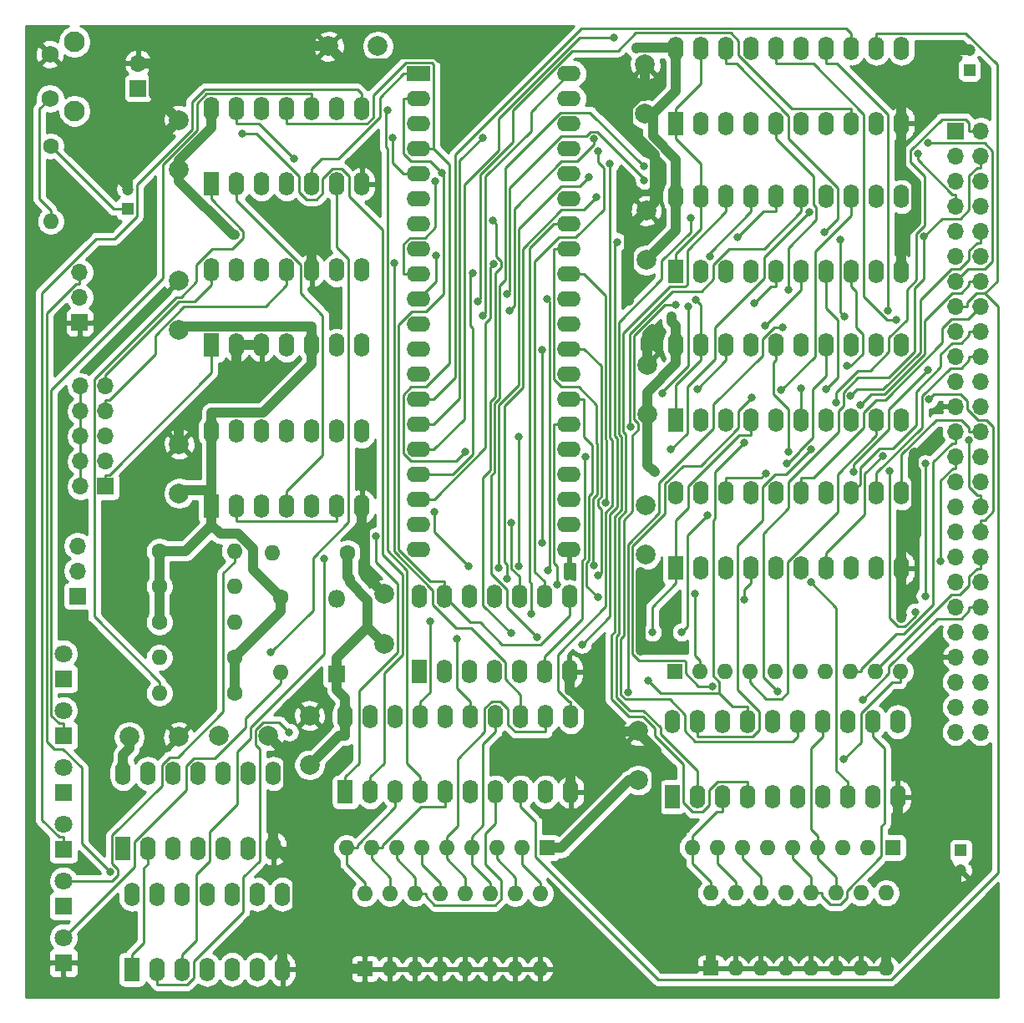
<source format=gbr>
G04 #@! TF.GenerationSoftware,KiCad,Pcbnew,(5.1.5)-3*
G04 #@! TF.CreationDate,2021-12-26T09:20:25-06:00*
G04 #@! TF.ProjectId,Z8065C02,5a383036-3543-4303-922e-6b696361645f,rev?*
G04 #@! TF.SameCoordinates,Original*
G04 #@! TF.FileFunction,Copper,L2,Bot*
G04 #@! TF.FilePolarity,Positive*
%FSLAX46Y46*%
G04 Gerber Fmt 4.6, Leading zero omitted, Abs format (unit mm)*
G04 Created by KiCad (PCBNEW (5.1.5)-3) date 2021-12-26 09:20:25*
%MOMM*%
%LPD*%
G04 APERTURE LIST*
%ADD10O,1.600000X2.400000*%
%ADD11R,1.600000X2.400000*%
%ADD12C,2.000000*%
%ADD13O,1.700000X1.700000*%
%ADD14R,1.700000X1.700000*%
%ADD15O,1.600000X1.600000*%
%ADD16C,1.600000*%
%ADD17C,1.800000*%
%ADD18R,1.800000X1.800000*%
%ADD19O,1.800000X1.800000*%
%ADD20R,1.600000X1.600000*%
%ADD21O,2.400000X1.600000*%
%ADD22R,2.400000X1.600000*%
%ADD23C,2.100000*%
%ADD24C,1.750000*%
%ADD25C,1.200000*%
%ADD26R,1.200000X1.200000*%
%ADD27C,0.800000*%
%ADD28C,1.000000*%
%ADD29C,0.250000*%
%ADD30C,0.254000*%
G04 APERTURE END LIST*
D10*
X78575000Y-109605000D03*
X93815000Y-117225000D03*
X81115000Y-109605000D03*
X91275000Y-117225000D03*
X83655000Y-109605000D03*
X88735000Y-117225000D03*
X86195000Y-109605000D03*
X86195000Y-117225000D03*
X88735000Y-109605000D03*
X83655000Y-117225000D03*
X91275000Y-109605000D03*
X81115000Y-117225000D03*
X93815000Y-109605000D03*
D11*
X78575000Y-117225000D03*
D12*
X93300000Y-105775000D03*
X88300000Y-105775000D03*
X84200000Y-105900000D03*
X79200000Y-105900000D03*
D10*
X79475000Y-121855000D03*
X94715000Y-129475000D03*
X82015000Y-121855000D03*
X92175000Y-129475000D03*
X84555000Y-121855000D03*
X89635000Y-129475000D03*
X87095000Y-121855000D03*
X87095000Y-129475000D03*
X89635000Y-121855000D03*
X84555000Y-129475000D03*
X92175000Y-121855000D03*
X82015000Y-129475000D03*
X94715000Y-121855000D03*
D11*
X79475000Y-129475000D03*
D13*
X73950000Y-86520000D03*
X73950000Y-89060000D03*
D14*
X73950000Y-91600000D03*
D12*
X99400000Y-35875000D03*
X104400000Y-35875000D03*
D15*
X93730000Y-87225000D03*
D16*
X101350000Y-87225000D03*
D17*
X72525000Y-97460000D03*
D18*
X72525000Y-100000000D03*
D15*
X89860000Y-87050000D03*
D16*
X82240000Y-87050000D03*
D15*
X82240000Y-97850000D03*
D16*
X89860000Y-97850000D03*
D15*
X89860000Y-90650000D03*
D16*
X82240000Y-90650000D03*
D15*
X89860000Y-94250000D03*
D16*
X82240000Y-94250000D03*
D17*
X72525000Y-120500000D03*
D18*
X72525000Y-123040000D03*
D17*
X72525000Y-103220000D03*
D18*
X72525000Y-105760000D03*
D17*
X72525000Y-114740000D03*
D18*
X72525000Y-117280000D03*
D17*
X72525000Y-108980000D03*
D18*
X72525000Y-111520000D03*
D19*
X100225000Y-91880000D03*
D18*
X100225000Y-99500000D03*
D12*
X97475000Y-103725000D03*
X97475000Y-108725000D03*
X84250000Y-59625000D03*
X84250000Y-64625000D03*
X84250000Y-76200000D03*
X84250000Y-81200000D03*
X105075000Y-91425000D03*
X105075000Y-96425000D03*
X131700000Y-68150000D03*
X131700000Y-73150000D03*
X131600000Y-52550000D03*
X131600000Y-57550000D03*
X84250000Y-43375000D03*
X84250000Y-48375000D03*
X131500000Y-37725000D03*
X131500000Y-42725000D03*
X130800000Y-105275000D03*
X130800000Y-110275000D03*
X131575000Y-82400000D03*
X131575000Y-87400000D03*
D15*
X103075000Y-121780000D03*
X120855000Y-129400000D03*
X105615000Y-121780000D03*
X118315000Y-129400000D03*
X108155000Y-121780000D03*
X115775000Y-129400000D03*
X110695000Y-121780000D03*
X113235000Y-129400000D03*
X113235000Y-121780000D03*
X110695000Y-129400000D03*
X115775000Y-121780000D03*
X108155000Y-129400000D03*
X118315000Y-121780000D03*
X105615000Y-129400000D03*
X120855000Y-121780000D03*
D20*
X103075000Y-129400000D03*
D15*
X138125000Y-121730000D03*
X155905000Y-129350000D03*
X140665000Y-121730000D03*
X153365000Y-129350000D03*
X143205000Y-121730000D03*
X150825000Y-129350000D03*
X145745000Y-121730000D03*
X148285000Y-129350000D03*
X148285000Y-121730000D03*
X145745000Y-129350000D03*
X150825000Y-121730000D03*
X143205000Y-129350000D03*
X153365000Y-121730000D03*
X140665000Y-129350000D03*
X155905000Y-121730000D03*
D20*
X138125000Y-129350000D03*
D21*
X123790000Y-38650000D03*
X108550000Y-86910000D03*
X123790000Y-41190000D03*
X108550000Y-84370000D03*
X123790000Y-43730000D03*
X108550000Y-81830000D03*
X123790000Y-46270000D03*
X108550000Y-79290000D03*
X123790000Y-48810000D03*
X108550000Y-76750000D03*
X123790000Y-51350000D03*
X108550000Y-74210000D03*
X123790000Y-53890000D03*
X108550000Y-71670000D03*
X123790000Y-56430000D03*
X108550000Y-69130000D03*
X123790000Y-58970000D03*
X108550000Y-66590000D03*
X123790000Y-61510000D03*
X108550000Y-64050000D03*
X123790000Y-64050000D03*
X108550000Y-61510000D03*
X123790000Y-66590000D03*
X108550000Y-58970000D03*
X123790000Y-69130000D03*
X108550000Y-56430000D03*
X123790000Y-71670000D03*
X108550000Y-53890000D03*
X123790000Y-74210000D03*
X108550000Y-51350000D03*
X123790000Y-76750000D03*
X108550000Y-48810000D03*
X123790000Y-79290000D03*
X108550000Y-46270000D03*
X123790000Y-81830000D03*
X108550000Y-43730000D03*
X123790000Y-84370000D03*
X108550000Y-41190000D03*
X123790000Y-86910000D03*
D22*
X108550000Y-38650000D03*
D10*
X87525000Y-58567500D03*
X102765000Y-66187500D03*
X90065000Y-58567500D03*
X100225000Y-66187500D03*
X92605000Y-58567500D03*
X97685000Y-66187500D03*
X95145000Y-58567500D03*
X95145000Y-66187500D03*
X97685000Y-58567500D03*
X92605000Y-66187500D03*
X100225000Y-58567500D03*
X90065000Y-66187500D03*
X102765000Y-58567500D03*
D11*
X87525000Y-66187500D03*
D10*
X87525000Y-74905000D03*
X102765000Y-82525000D03*
X90065000Y-74905000D03*
X100225000Y-82525000D03*
X92605000Y-74905000D03*
X97685000Y-82525000D03*
X95145000Y-74905000D03*
X95145000Y-82525000D03*
X97685000Y-74905000D03*
X92605000Y-82525000D03*
X100225000Y-74905000D03*
X90065000Y-82525000D03*
X102765000Y-74905000D03*
D11*
X87525000Y-82525000D03*
D10*
X134625000Y-51109200D03*
X157485000Y-58729200D03*
X137165000Y-51109200D03*
X154945000Y-58729200D03*
X139705000Y-51109200D03*
X152405000Y-58729200D03*
X142245000Y-51109200D03*
X149865000Y-58729200D03*
X144785000Y-51109200D03*
X147325000Y-58729200D03*
X147325000Y-51109200D03*
X144785000Y-58729200D03*
X149865000Y-51109200D03*
X142245000Y-58729200D03*
X152405000Y-51109200D03*
X139705000Y-58729200D03*
X154945000Y-51109200D03*
X137165000Y-58729200D03*
X157485000Y-51109200D03*
D11*
X134625000Y-58729200D03*
D10*
X101100000Y-103855000D03*
X123960000Y-111475000D03*
X103640000Y-103855000D03*
X121420000Y-111475000D03*
X106180000Y-103855000D03*
X118880000Y-111475000D03*
X108720000Y-103855000D03*
X116340000Y-111475000D03*
X111260000Y-103855000D03*
X113800000Y-111475000D03*
X113800000Y-103855000D03*
X111260000Y-111475000D03*
X116340000Y-103855000D03*
X108720000Y-111475000D03*
X118880000Y-103855000D03*
X106180000Y-111475000D03*
X121420000Y-103855000D03*
X103640000Y-111475000D03*
X123960000Y-103855000D03*
D11*
X101100000Y-111475000D03*
D10*
X134625000Y-36080000D03*
X157485000Y-43700000D03*
X137165000Y-36080000D03*
X154945000Y-43700000D03*
X139705000Y-36080000D03*
X152405000Y-43700000D03*
X142245000Y-36080000D03*
X149865000Y-43700000D03*
X144785000Y-36080000D03*
X147325000Y-43700000D03*
X147325000Y-36080000D03*
X144785000Y-43700000D03*
X149865000Y-36080000D03*
X142245000Y-43700000D03*
X152405000Y-36080000D03*
X139705000Y-43700000D03*
X154945000Y-36080000D03*
X137165000Y-43700000D03*
X157485000Y-36080000D03*
D11*
X134625000Y-43700000D03*
D10*
X134625000Y-81167500D03*
X157485000Y-88787500D03*
X137165000Y-81167500D03*
X154945000Y-88787500D03*
X139705000Y-81167500D03*
X152405000Y-88787500D03*
X142245000Y-81167500D03*
X149865000Y-88787500D03*
X144785000Y-81167500D03*
X147325000Y-88787500D03*
X147325000Y-81167500D03*
X144785000Y-88787500D03*
X149865000Y-81167500D03*
X142245000Y-88787500D03*
X152405000Y-81167500D03*
X139705000Y-88787500D03*
X154945000Y-81167500D03*
X137165000Y-88787500D03*
X157485000Y-81167500D03*
D11*
X134625000Y-88787500D03*
D10*
X134225000Y-104355000D03*
X157085000Y-111975000D03*
X136765000Y-104355000D03*
X154545000Y-111975000D03*
X139305000Y-104355000D03*
X152005000Y-111975000D03*
X141845000Y-104355000D03*
X149465000Y-111975000D03*
X144385000Y-104355000D03*
X146925000Y-111975000D03*
X146925000Y-104355000D03*
X144385000Y-111975000D03*
X149465000Y-104355000D03*
X141845000Y-111975000D03*
X152005000Y-104355000D03*
X139305000Y-111975000D03*
X154545000Y-104355000D03*
X136765000Y-111975000D03*
X157085000Y-104355000D03*
D11*
X134225000Y-111975000D03*
D10*
X108575000Y-91655000D03*
X123815000Y-99275000D03*
X111115000Y-91655000D03*
X121275000Y-99275000D03*
X113655000Y-91655000D03*
X118735000Y-99275000D03*
X116195000Y-91655000D03*
X116195000Y-99275000D03*
X118735000Y-91655000D03*
X113655000Y-99275000D03*
X121275000Y-91655000D03*
X111115000Y-99275000D03*
X123815000Y-91655000D03*
D11*
X108575000Y-99275000D03*
D10*
X87525000Y-42230000D03*
X102765000Y-49850000D03*
X90065000Y-42230000D03*
X100225000Y-49850000D03*
X92605000Y-42230000D03*
X97685000Y-49850000D03*
X95145000Y-42230000D03*
X95145000Y-49850000D03*
X97685000Y-42230000D03*
X92605000Y-49850000D03*
X100225000Y-42230000D03*
X90065000Y-49850000D03*
X102765000Y-42230000D03*
D11*
X87525000Y-49850000D03*
D10*
X134625000Y-66138300D03*
X157485000Y-73758300D03*
X137165000Y-66138300D03*
X154945000Y-73758300D03*
X139705000Y-66138300D03*
X152405000Y-73758300D03*
X142245000Y-66138300D03*
X149865000Y-73758300D03*
X144785000Y-66138300D03*
X147325000Y-73758300D03*
X147325000Y-66138300D03*
X144785000Y-73758300D03*
X149865000Y-66138300D03*
X142245000Y-73758300D03*
X152405000Y-66138300D03*
X139705000Y-73758300D03*
X154945000Y-66138300D03*
X137165000Y-73758300D03*
X157485000Y-66138300D03*
D11*
X134625000Y-73758300D03*
D23*
X73640000Y-42425000D03*
D24*
X71150000Y-41175000D03*
X71150000Y-36675000D03*
D23*
X73640000Y-35415000D03*
D15*
X101205000Y-117138000D03*
X103745000Y-117138000D03*
X106285000Y-117138000D03*
X108825000Y-117138000D03*
X111365000Y-117138000D03*
X113905000Y-117138000D03*
X116445000Y-117138000D03*
X118985000Y-117138000D03*
D20*
X121525000Y-117138000D03*
D15*
X136255000Y-117088000D03*
X138795000Y-117088000D03*
X141335000Y-117088000D03*
X143875000Y-117088000D03*
X146415000Y-117088000D03*
X148955000Y-117088000D03*
X151495000Y-117088000D03*
X154035000Y-117088000D03*
D20*
X156575000Y-117088000D03*
D15*
X157335000Y-99262500D03*
X154795000Y-99262500D03*
X152255000Y-99262500D03*
X149715000Y-99262500D03*
X147175000Y-99262500D03*
X144635000Y-99262500D03*
X142095000Y-99262500D03*
X139555000Y-99262500D03*
X137015000Y-99262500D03*
D20*
X134475000Y-99262500D03*
D15*
X94525000Y-99320000D03*
D16*
X94525000Y-91700000D03*
D15*
X82240000Y-101450000D03*
D16*
X89860000Y-101450000D03*
D15*
X71225000Y-53620000D03*
D16*
X71225000Y-46000000D03*
D13*
X80100000Y-37585000D03*
D14*
X80100000Y-40125000D03*
D13*
X165515000Y-105410000D03*
X162975000Y-105410000D03*
X165515000Y-102870000D03*
X162975000Y-102870000D03*
X165515000Y-100330000D03*
X162975000Y-100330000D03*
X165515000Y-97790000D03*
X162975000Y-97790000D03*
X165515000Y-95250000D03*
X162975000Y-95250000D03*
X165515000Y-92710000D03*
X162975000Y-92710000D03*
X165515000Y-90170000D03*
X162975000Y-90170000D03*
X165515000Y-87630000D03*
X162975000Y-87630000D03*
X165515000Y-85090000D03*
X162975000Y-85090000D03*
X165515000Y-82550000D03*
X162975000Y-82550000D03*
X165515000Y-80010000D03*
X162975000Y-80010000D03*
X165515000Y-77470000D03*
X162975000Y-77470000D03*
X165515000Y-74930000D03*
X162975000Y-74930000D03*
X165515000Y-72390000D03*
X162975000Y-72390000D03*
X165515000Y-69850000D03*
X162975000Y-69850000D03*
X165515000Y-67310000D03*
X162975000Y-67310000D03*
X165515000Y-64770000D03*
X162975000Y-64770000D03*
X165515000Y-62230000D03*
X162975000Y-62230000D03*
X165515000Y-59690000D03*
X162975000Y-59690000D03*
X165515000Y-57150000D03*
X162975000Y-57150000D03*
X165515000Y-54610000D03*
X162975000Y-54610000D03*
X165515000Y-52070000D03*
X162975000Y-52070000D03*
X165515000Y-49530000D03*
X162975000Y-49530000D03*
X165515000Y-46990000D03*
X162975000Y-46990000D03*
X165515000Y-44450000D03*
D14*
X162975000Y-44450000D03*
D13*
X74260000Y-70340000D03*
X76800000Y-70340000D03*
X74260000Y-72880000D03*
X76800000Y-72880000D03*
X74260000Y-75420000D03*
X76800000Y-75420000D03*
X74260000Y-77960000D03*
X76800000Y-77960000D03*
X74260000Y-80500000D03*
D14*
X76800000Y-80500000D03*
D13*
X74150000Y-58795000D03*
X74150000Y-61335000D03*
D14*
X74150000Y-63875000D03*
D17*
X72525000Y-126260000D03*
D18*
X72525000Y-128800000D03*
D25*
X164375000Y-36300000D03*
D26*
X164375000Y-38300000D03*
D25*
X163475000Y-119400000D03*
D26*
X163475000Y-117400000D03*
D25*
X79025000Y-50375000D03*
D26*
X79025000Y-52375000D03*
D27*
X158775700Y-77096200D03*
X132220100Y-64530500D03*
X129816400Y-61682900D03*
X131046900Y-89176700D03*
X131046900Y-97115300D03*
X131500000Y-40884200D03*
X110692400Y-37075400D03*
X96804300Y-53174000D03*
X157485000Y-93850300D03*
X130569700Y-36087500D03*
X132433100Y-79042100D03*
X134189300Y-63244100D03*
X89905700Y-54999400D03*
X77258700Y-119613900D03*
X151634900Y-108144100D03*
X136602100Y-61546900D03*
X126684800Y-46482700D03*
X104161400Y-85566100D03*
X153519100Y-102139100D03*
X146055000Y-76964700D03*
X159875100Y-78202900D03*
X159875100Y-91605300D03*
X145839500Y-78145300D03*
X156267000Y-78957500D03*
X158863400Y-93236800D03*
X136763200Y-70605400D03*
X118705600Y-75480000D03*
X118705600Y-88568200D03*
X160259500Y-71663800D03*
X164339700Y-75821600D03*
X110142100Y-83085900D03*
X113629100Y-88585400D03*
X136521800Y-91360400D03*
X143703700Y-79163800D03*
X161447700Y-88113700D03*
X152587300Y-78991700D03*
X160163400Y-68674700D03*
X90607700Y-44716400D03*
X149674800Y-54725800D03*
X151279600Y-55525700D03*
X151702300Y-63250800D03*
X156946200Y-63620600D03*
X105339400Y-42354800D03*
X145421200Y-64348600D03*
X129750400Y-101338200D03*
X156120400Y-62646800D03*
X153299300Y-72250100D03*
X160184700Y-45696600D03*
X127935000Y-47795900D03*
X106064700Y-57844500D03*
X131783400Y-100190900D03*
X141510500Y-76042700D03*
X152325800Y-71276700D03*
X112446600Y-95964300D03*
X117493100Y-89886600D03*
X126520500Y-51205100D03*
X146000500Y-60566600D03*
X134559700Y-62090500D03*
X142584500Y-61945700D03*
X109700400Y-94195400D03*
X116677200Y-88733500D03*
X125823600Y-49153100D03*
X159149000Y-46727700D03*
X138295800Y-100743300D03*
X142334200Y-71464700D03*
X149794400Y-70652600D03*
X144958500Y-101288600D03*
X159736400Y-55170500D03*
X136082500Y-53301400D03*
X140881600Y-55198300D03*
X148289300Y-90215200D03*
X150875100Y-71970400D03*
X120549700Y-95790100D03*
X131332300Y-48003500D03*
X113244500Y-76975400D03*
X148326300Y-76715900D03*
X95889900Y-47262500D03*
X116030400Y-53542500D03*
X117885600Y-95403500D03*
X137821300Y-83383800D03*
X135169500Y-95267300D03*
X132202500Y-95289800D03*
X117953000Y-84227600D03*
X125092200Y-96524500D03*
X128688200Y-55698200D03*
X110907300Y-48739900D03*
X151954400Y-68265900D03*
X143686500Y-64171600D03*
X116147000Y-57945800D03*
X114058300Y-58888500D03*
X128303300Y-34969900D03*
X115059200Y-45119800D03*
X126295500Y-88523300D03*
X126302500Y-45262400D03*
X117744800Y-62689300D03*
X127460000Y-82134400D03*
X114496600Y-61747000D03*
X121524100Y-61510000D03*
X121595600Y-89036600D03*
X141558200Y-91938800D03*
X117459400Y-61021700D03*
X131400000Y-49454200D03*
X121038000Y-66626800D03*
X121038000Y-86216000D03*
X110315800Y-57090200D03*
X126745800Y-89523700D03*
X110208700Y-49546100D03*
X155556700Y-77406600D03*
X126741400Y-91750500D03*
X122588900Y-90436900D03*
X133244600Y-71053900D03*
X135882200Y-62295200D03*
X138024600Y-57186400D03*
X130050500Y-74468700D03*
X145297600Y-70739400D03*
X134067800Y-76775800D03*
X148113500Y-52732000D03*
X93559700Y-97294900D03*
X105895200Y-45188300D03*
X115055000Y-63175100D03*
X98929200Y-87806500D03*
X95420800Y-105414800D03*
X119919900Y-93438600D03*
X125432300Y-77505000D03*
X147325000Y-70520100D03*
D28*
X157485000Y-88787500D02*
X157485000Y-86887200D01*
X158775700Y-77096200D02*
X158704100Y-77167800D01*
X158704100Y-77167800D02*
X158704100Y-78626000D01*
X158704100Y-78626000D02*
X158985300Y-78907200D01*
X158985300Y-78907200D02*
X158985300Y-85386900D01*
X158985300Y-85386900D02*
X157485000Y-86887200D01*
X96277600Y-126012100D02*
X94715000Y-127574700D01*
X103075000Y-129400000D02*
X99665500Y-129400000D01*
X99665500Y-129400000D02*
X96277600Y-126012100D01*
X93815000Y-116791500D02*
X96277600Y-119254100D01*
X96277600Y-119254100D02*
X96277600Y-126012100D01*
X93815000Y-116791500D02*
X93815000Y-115324700D01*
X93815000Y-117225000D02*
X93815000Y-116791500D01*
X93300000Y-105775000D02*
X95315300Y-107790300D01*
X95315300Y-107790300D02*
X95315300Y-113824400D01*
X95315300Y-113824400D02*
X93815000Y-115324700D01*
X102765000Y-84425300D02*
X103061100Y-84721400D01*
X103061100Y-84721400D02*
X103061100Y-89411100D01*
X103061100Y-89411100D02*
X105075000Y-91425000D01*
X131600000Y-52550000D02*
X132500300Y-51649700D01*
X132500300Y-51649700D02*
X132500300Y-46889400D01*
X132500300Y-46889400D02*
X129749600Y-44138700D01*
X129749600Y-44138700D02*
X129749600Y-42042200D01*
X129749600Y-42042200D02*
X130907600Y-40884200D01*
X130907600Y-40884200D02*
X131500000Y-40884200D01*
X94715000Y-129475000D02*
X94715000Y-127574700D01*
X131046900Y-89176700D02*
X131046900Y-97115300D01*
X132220100Y-64530500D02*
X131700000Y-65050600D01*
X131700000Y-65050600D02*
X131700000Y-68150000D01*
X131600000Y-52550000D02*
X129816400Y-54333600D01*
X129816400Y-54333600D02*
X129816400Y-61682900D01*
X102765000Y-82525000D02*
X102765000Y-84425300D01*
X157485000Y-45600300D02*
X157485000Y-48212100D01*
X157485000Y-48212100D02*
X158987700Y-49714800D01*
X158987700Y-49714800D02*
X158987700Y-53687200D01*
X158987700Y-53687200D02*
X157485000Y-55189900D01*
X157485000Y-55189900D02*
X157485000Y-56828900D01*
X157485000Y-43700000D02*
X157485000Y-45600300D01*
X130717100Y-105357900D02*
X130701300Y-105342200D01*
X130701300Y-105342200D02*
X128192500Y-105342200D01*
X138125000Y-127849700D02*
X132683200Y-122407900D01*
X132683200Y-122407900D02*
X132683200Y-107324100D01*
X132683200Y-107324100D02*
X130717100Y-105357900D01*
X130717100Y-105357900D02*
X130800000Y-105275000D01*
X138125000Y-129350000D02*
X138125000Y-127849700D01*
X131500000Y-37725000D02*
X131500000Y-40884200D01*
X99400000Y-35875000D02*
X101143600Y-37618600D01*
X101143600Y-37618600D02*
X105650800Y-37618600D01*
X105650800Y-37618600D02*
X106606700Y-36662700D01*
X106606700Y-36662700D02*
X110279700Y-36662700D01*
X110279700Y-36662700D02*
X110692400Y-37075400D01*
X81650300Y-37585000D02*
X83360300Y-35875000D01*
X83360300Y-35875000D02*
X99400000Y-35875000D01*
X128192500Y-105342200D02*
X124025600Y-101175300D01*
X124025600Y-101175300D02*
X123815000Y-101175300D01*
X123960000Y-109574700D02*
X128192500Y-105342200D01*
X123960000Y-111475000D02*
X123960000Y-109574700D01*
X123815000Y-99275000D02*
X123815000Y-101175300D01*
X163042400Y-119832600D02*
X157085000Y-113875300D01*
X155905000Y-127849700D02*
X163042400Y-120712300D01*
X163042400Y-120712300D02*
X163042400Y-119832700D01*
X163042400Y-119832700D02*
X163042400Y-119832600D01*
X163042400Y-119832600D02*
X163475000Y-119400000D01*
X157085000Y-111975000D02*
X157085000Y-113875300D01*
X155905000Y-129350000D02*
X155905000Y-127849700D01*
X81650300Y-37585000D02*
X81650300Y-40775300D01*
X81650300Y-40775300D02*
X84250000Y-43375000D01*
X90065000Y-68087800D02*
X84250000Y-73902800D01*
X84250000Y-73902800D02*
X84250000Y-76200000D01*
X157485000Y-43700000D02*
X157485000Y-41799700D01*
X157485000Y-41799700D02*
X162984700Y-36300000D01*
X162984700Y-36300000D02*
X164375000Y-36300000D01*
X90065000Y-66187500D02*
X90065000Y-68087800D01*
X90065000Y-66187500D02*
X92605000Y-66187500D01*
X157485000Y-58729200D02*
X157485000Y-56828900D01*
X97685000Y-56667200D02*
X96804300Y-55786500D01*
X96804300Y-55786500D02*
X96804300Y-53174000D01*
X97685000Y-58567500D02*
X97685000Y-56667200D01*
X157485000Y-90687800D02*
X157485000Y-93850300D01*
X84250000Y-43375000D02*
X79025000Y-48600000D01*
X79025000Y-48600000D02*
X79025000Y-50375000D01*
X157485000Y-88787500D02*
X157485000Y-90687800D01*
X80100000Y-37585000D02*
X81650300Y-37585000D01*
D29*
X79025000Y-52375000D02*
X77600000Y-52375000D01*
X77600000Y-52375000D02*
X71225000Y-46000000D01*
X82240000Y-100324700D02*
X75624500Y-93709200D01*
X75624500Y-93709200D02*
X75624500Y-69637000D01*
X75624500Y-69637000D02*
X83928600Y-61332900D01*
X83928600Y-61332900D02*
X84445100Y-61332900D01*
X84445100Y-61332900D02*
X86030500Y-59747500D01*
X86030500Y-59747500D02*
X86030500Y-58008100D01*
X86030500Y-58008100D02*
X87587700Y-56450900D01*
X87587700Y-56450900D02*
X89635100Y-56450900D01*
X89635100Y-56450900D02*
X90758000Y-55328000D01*
X90758000Y-55328000D02*
X90758000Y-54608300D01*
X90758000Y-54608300D02*
X87525000Y-51375300D01*
X82240000Y-101450000D02*
X82240000Y-100324700D01*
X87525000Y-49850000D02*
X87525000Y-51375300D01*
D28*
X97685000Y-66187500D02*
X97685000Y-64287200D01*
X84250000Y-64625000D02*
X84587800Y-64287200D01*
X84587800Y-64287200D02*
X97685000Y-64287200D01*
X82240000Y-87050000D02*
X84900300Y-87050000D01*
X84900300Y-87050000D02*
X87525000Y-84425300D01*
X82240000Y-87050000D02*
X82240000Y-90650000D01*
X87525000Y-80849800D02*
X84600200Y-80849800D01*
X84600200Y-80849800D02*
X84250000Y-81200000D01*
X87525000Y-80849800D02*
X87525000Y-80624700D01*
X87525000Y-81037400D02*
X87525000Y-80849800D01*
X87525000Y-82176800D02*
X87525000Y-81037400D01*
X134625000Y-36080000D02*
X134569700Y-36024700D01*
X134569700Y-36024700D02*
X130632500Y-36024700D01*
X130632500Y-36024700D02*
X130569700Y-36087500D01*
X134625000Y-36323400D02*
X134625000Y-37980300D01*
X134625000Y-36323400D02*
X134625000Y-36080000D01*
X89905700Y-54999400D02*
X89677500Y-54999400D01*
X89677500Y-54999400D02*
X84250000Y-49571900D01*
X84250000Y-49571900D02*
X84250000Y-48375000D01*
X101100000Y-103855000D02*
X101100000Y-105755300D01*
X97475000Y-108725000D02*
X100444700Y-105755300D01*
X100444700Y-105755300D02*
X101100000Y-105755300D01*
X134625000Y-68038600D02*
X131700000Y-70963600D01*
X131700000Y-70963600D02*
X131700000Y-73150000D01*
X103387400Y-94737300D02*
X103374600Y-94724600D01*
X103374600Y-94724600D02*
X103374600Y-92029100D01*
X103374600Y-92029100D02*
X101533800Y-90188300D01*
X101533800Y-90188300D02*
X101533800Y-89863400D01*
X101533800Y-89863400D02*
X101350000Y-89679600D01*
X101350000Y-89679600D02*
X101350000Y-87225000D01*
X131700000Y-73150000D02*
X131700000Y-78309000D01*
X131700000Y-78309000D02*
X132433100Y-79042100D01*
X134625000Y-49208900D02*
X134625000Y-47316600D01*
X134625000Y-47316600D02*
X132287600Y-44979200D01*
X132287600Y-44979200D02*
X132287600Y-42725000D01*
X105075000Y-96425000D02*
X103387400Y-94737300D01*
X103387400Y-94737300D02*
X100225000Y-97899700D01*
X100225000Y-99500000D02*
X100225000Y-97899700D01*
X100225000Y-99500000D02*
X100225000Y-101100300D01*
X87525000Y-82525000D02*
X87525000Y-84425300D01*
X87525000Y-84425300D02*
X88410000Y-85310300D01*
X88410000Y-85310300D02*
X90244600Y-85310300D01*
X90244600Y-85310300D02*
X91725800Y-86791500D01*
X91725800Y-86791500D02*
X91725800Y-88900800D01*
X91725800Y-88900800D02*
X94525000Y-91700000D01*
X87525000Y-82176800D02*
X87525000Y-82525000D01*
X134625000Y-51109200D02*
X134625000Y-49208900D01*
X132287600Y-42725000D02*
X131500000Y-42725000D01*
X134625000Y-37980300D02*
X134625000Y-40387600D01*
X134625000Y-40387600D02*
X132287600Y-42725000D01*
X121525000Y-117138000D02*
X123025300Y-117138000D01*
X123025300Y-117138000D02*
X129888300Y-110275000D01*
X129888300Y-110275000D02*
X130800000Y-110275000D01*
X131600000Y-57550000D02*
X134625000Y-54525000D01*
X134625000Y-54525000D02*
X134625000Y-51109200D01*
X82240000Y-94250000D02*
X82240000Y-90650000D01*
X134625000Y-66138300D02*
X134625000Y-64238000D01*
X134189300Y-63244100D02*
X134189300Y-63802300D01*
X134189300Y-63802300D02*
X134625000Y-64238000D01*
X87525000Y-44130300D02*
X84250000Y-47405300D01*
X84250000Y-47405300D02*
X84250000Y-48375000D01*
X101100000Y-103855000D02*
X101100000Y-101954700D01*
X101100000Y-101954700D02*
X101079400Y-101954700D01*
X101079400Y-101954700D02*
X100225000Y-101100300D01*
X87525000Y-42230000D02*
X87525000Y-44130300D01*
X94525000Y-91700000D02*
X94525000Y-93185000D01*
X94525000Y-93185000D02*
X89860000Y-97850000D01*
X97685000Y-68087800D02*
X92768100Y-73004700D01*
X92768100Y-73004700D02*
X87525000Y-73004700D01*
X87525000Y-80624700D02*
X87525000Y-76805300D01*
X78575000Y-109605000D02*
X78575000Y-107704700D01*
X78575000Y-107704700D02*
X79200000Y-107079700D01*
X79200000Y-107079700D02*
X79200000Y-105900000D01*
X87525000Y-74905000D02*
X87525000Y-76805300D01*
X134625000Y-66138300D02*
X134625000Y-68038600D01*
X87525000Y-74905000D02*
X87525000Y-73004700D01*
X97685000Y-66187500D02*
X97685000Y-68087800D01*
X89860000Y-101450000D02*
X89860000Y-97850000D01*
D29*
X94525000Y-99320000D02*
X94525000Y-100445300D01*
X72525000Y-126260000D02*
X79700400Y-119084600D01*
X79700400Y-119084600D02*
X79700400Y-116540400D01*
X79700400Y-116540400D02*
X84956700Y-111284100D01*
X84956700Y-111284100D02*
X84956700Y-108835000D01*
X84956700Y-108835000D02*
X85712100Y-108079600D01*
X85712100Y-108079600D02*
X87875300Y-108079600D01*
X87875300Y-108079600D02*
X90985400Y-104969500D01*
X90985400Y-104969500D02*
X90985400Y-103984900D01*
X90985400Y-103984900D02*
X94525000Y-100445300D01*
X74150000Y-59970300D02*
X73782700Y-59970300D01*
X73782700Y-59970300D02*
X70839300Y-62913700D01*
X70839300Y-62913700D02*
X70839300Y-106364600D01*
X70839300Y-106364600D02*
X71599900Y-107125200D01*
X71599900Y-107125200D02*
X72475900Y-107125200D01*
X72475900Y-107125200D02*
X74372000Y-109021300D01*
X74372000Y-109021300D02*
X74372000Y-116727200D01*
X74372000Y-116727200D02*
X77258700Y-119613900D01*
X157335000Y-99262500D02*
X157335000Y-100387800D01*
X74150000Y-58795000D02*
X74150000Y-59970300D01*
X157335000Y-100387800D02*
X156486300Y-100387800D01*
X156486300Y-100387800D02*
X153348900Y-103525200D01*
X153348900Y-103525200D02*
X153348900Y-106430100D01*
X153348900Y-106430100D02*
X151634900Y-108144100D01*
X121275000Y-91221500D02*
X121275000Y-91655000D01*
X121275000Y-91221500D02*
X121275000Y-90129700D01*
X137165000Y-66138300D02*
X137165000Y-62109800D01*
X137165000Y-62109800D02*
X136602100Y-61546900D01*
X137165000Y-66900900D02*
X137165000Y-66138300D01*
X121275000Y-90129700D02*
X120286200Y-89140900D01*
X120286200Y-89140900D02*
X120286200Y-57721500D01*
X120286200Y-57721500D02*
X122771000Y-55236700D01*
X122771000Y-55236700D02*
X124453600Y-55236700D01*
X124453600Y-55236700D02*
X127284600Y-52405700D01*
X127284600Y-52405700D02*
X127284600Y-48191000D01*
X127284600Y-48191000D02*
X126684800Y-47591200D01*
X126684800Y-47591200D02*
X126684800Y-46482700D01*
X134625000Y-45225300D02*
X137165000Y-47765300D01*
X137165000Y-47765300D02*
X137165000Y-49583900D01*
X137165000Y-52634500D02*
X137165000Y-54360300D01*
X137165000Y-54360300D02*
X134625000Y-56900300D01*
X134625000Y-56900300D02*
X134625000Y-57203900D01*
X137165000Y-66900900D02*
X137165000Y-67663600D01*
X137165000Y-37605300D02*
X137165000Y-39634700D01*
X137165000Y-39634700D02*
X134625000Y-42174700D01*
X134625000Y-43700000D02*
X134625000Y-45225300D01*
X134625000Y-72233000D02*
X134625000Y-70203600D01*
X134625000Y-70203600D02*
X137165000Y-67663600D01*
X134625000Y-73758300D02*
X134625000Y-72233000D01*
X134625000Y-43700000D02*
X134625000Y-42174700D01*
X137165000Y-36080000D02*
X137165000Y-37605300D01*
X137165000Y-51109200D02*
X137165000Y-49583900D01*
X137165000Y-51542700D02*
X137165000Y-51109200D01*
X137165000Y-51542700D02*
X137165000Y-52634500D01*
X134625000Y-58729200D02*
X134625000Y-57203900D01*
X74260000Y-72880000D02*
X74260000Y-70340000D01*
X74260000Y-77960000D02*
X74260000Y-80500000D01*
X74260000Y-75420000D02*
X74260000Y-72880000D01*
X74260000Y-77960000D02*
X74260000Y-75420000D01*
X87525000Y-60092800D02*
X85834600Y-61783200D01*
X85834600Y-61783200D02*
X84181500Y-61783200D01*
X84181500Y-61783200D02*
X76800000Y-69164700D01*
X87525000Y-58567500D02*
X87525000Y-60092800D01*
X76800000Y-70340000D02*
X76800000Y-69164700D01*
X95145000Y-60092800D02*
X93004300Y-62233500D01*
X93004300Y-62233500D02*
X84756900Y-62233500D01*
X84756900Y-62233500D02*
X81802000Y-65188400D01*
X81802000Y-65188400D02*
X81802000Y-67070100D01*
X81802000Y-67070100D02*
X77167400Y-71704700D01*
X77167400Y-71704700D02*
X76800000Y-71704700D01*
X95145000Y-58567500D02*
X95145000Y-60092800D01*
X76800000Y-72880000D02*
X76800000Y-71704700D01*
X76800000Y-80500000D02*
X76800000Y-79324700D01*
X76800000Y-79324700D02*
X77167400Y-79324700D01*
X77167400Y-79324700D02*
X87525000Y-68967100D01*
X87525000Y-68967100D02*
X87525000Y-66187500D01*
X101100000Y-109949700D02*
X102507100Y-108542600D01*
X102507100Y-108542600D02*
X102507100Y-101231800D01*
X102507100Y-101231800D02*
X106413500Y-97325400D01*
X106413500Y-97325400D02*
X106413500Y-90407500D01*
X106413500Y-90407500D02*
X104161400Y-88155400D01*
X104161400Y-88155400D02*
X104161400Y-85566100D01*
X101100000Y-111475000D02*
X101100000Y-109949700D01*
X164339700Y-92710000D02*
X164339700Y-93077400D01*
X164339700Y-93077400D02*
X163531800Y-93885300D01*
X163531800Y-93885300D02*
X161087600Y-93885300D01*
X161087600Y-93885300D02*
X156209600Y-98763300D01*
X156209600Y-98763300D02*
X156209600Y-99448600D01*
X156209600Y-99448600D02*
X153519100Y-102139100D01*
X165515000Y-92710000D02*
X164339700Y-92710000D01*
X159875100Y-91605300D02*
X159875100Y-78202900D01*
X144785000Y-67663600D02*
X144528900Y-67919700D01*
X144528900Y-67919700D02*
X144528900Y-71157700D01*
X144528900Y-71157700D02*
X146055000Y-72683800D01*
X146055000Y-72683800D02*
X146055000Y-76964700D01*
X144785000Y-66138300D02*
X144785000Y-67663600D01*
X158863400Y-93236800D02*
X158863400Y-93672100D01*
X158863400Y-93672100D02*
X157819400Y-94716100D01*
X157819400Y-94716100D02*
X157149100Y-94716100D01*
X157149100Y-94716100D02*
X156267000Y-93834000D01*
X156267000Y-93834000D02*
X156267000Y-78957500D01*
X145839500Y-78145300D02*
X145954500Y-78145300D01*
X145954500Y-78145300D02*
X147084400Y-77015400D01*
X147084400Y-77015400D02*
X147084400Y-76887300D01*
X147084400Y-76887300D02*
X148458900Y-75512800D01*
X148458900Y-75512800D02*
X148458900Y-70658300D01*
X148458900Y-70658300D02*
X149865000Y-69252200D01*
X149865000Y-69252200D02*
X149865000Y-66138300D01*
X139705000Y-67663600D02*
X136763200Y-70605400D01*
X118705600Y-88568200D02*
X118705600Y-75480000D01*
X139705000Y-66138300D02*
X139705000Y-67663600D01*
X165515000Y-87630000D02*
X165515000Y-88805300D01*
X165515000Y-88805300D02*
X165147600Y-88805300D01*
X165147600Y-88805300D02*
X164339700Y-89613200D01*
X164339700Y-89613200D02*
X164339700Y-90506300D01*
X164339700Y-90506300D02*
X163406000Y-91440000D01*
X163406000Y-91440000D02*
X162543500Y-91440000D01*
X162543500Y-91440000D02*
X154795000Y-99188500D01*
X154795000Y-99188500D02*
X154795000Y-99262500D01*
X165515000Y-83914700D02*
X165882300Y-83914700D01*
X165882300Y-83914700D02*
X166767900Y-83029100D01*
X166767900Y-83029100D02*
X166767900Y-74455700D01*
X166767900Y-74455700D02*
X166051800Y-73739600D01*
X166051800Y-73739600D02*
X165200400Y-73739600D01*
X165200400Y-73739600D02*
X164150400Y-72689600D01*
X164150400Y-72689600D02*
X164150400Y-71864400D01*
X164150400Y-71864400D02*
X163474000Y-71188000D01*
X163474000Y-71188000D02*
X160735300Y-71188000D01*
X160735300Y-71188000D02*
X160259500Y-71663800D01*
X165515000Y-85090000D02*
X165515000Y-83914700D01*
X165515000Y-82550000D02*
X165515000Y-81374700D01*
X165515000Y-81374700D02*
X165147600Y-81374700D01*
X165147600Y-81374700D02*
X164339700Y-80566800D01*
X164339700Y-80566800D02*
X164339700Y-75821600D01*
X113629100Y-88585400D02*
X110142100Y-85098400D01*
X110142100Y-85098400D02*
X110142100Y-83085900D01*
X95145000Y-82525000D02*
X95145000Y-80999700D01*
X95145000Y-80999700D02*
X98810700Y-77334000D01*
X98810700Y-77334000D02*
X98810700Y-63150600D01*
X98810700Y-63150600D02*
X96559600Y-60899500D01*
X96559600Y-60899500D02*
X96559600Y-57990600D01*
X96559600Y-57990600D02*
X90065000Y-51496000D01*
X90065000Y-51496000D02*
X90065000Y-49850000D01*
X137015000Y-98137200D02*
X136521800Y-97644000D01*
X136521800Y-97644000D02*
X136521800Y-91360400D01*
X137015000Y-99262500D02*
X137015000Y-98137200D01*
X139705000Y-79642200D02*
X143225300Y-79642200D01*
X143225300Y-79642200D02*
X143703700Y-79163800D01*
X139705000Y-81167500D02*
X139705000Y-79642200D01*
X162975000Y-78645300D02*
X162659900Y-78645300D01*
X162659900Y-78645300D02*
X161447700Y-79857500D01*
X161447700Y-79857500D02*
X161447700Y-88113700D01*
X162975000Y-77470000D02*
X162975000Y-78645300D01*
X164339700Y-74930000D02*
X164339700Y-74562700D01*
X164339700Y-74562700D02*
X163516400Y-73739400D01*
X163516400Y-73739400D02*
X160965300Y-73739400D01*
X160965300Y-73739400D02*
X157485000Y-77219700D01*
X157485000Y-77219700D02*
X157485000Y-79642200D01*
X157485000Y-81167500D02*
X157485000Y-79642200D01*
X165515000Y-74930000D02*
X164339700Y-74930000D01*
X153380300Y-99262500D02*
X153380300Y-99027900D01*
X153380300Y-99027900D02*
X156934000Y-95474200D01*
X156934000Y-95474200D02*
X157698200Y-95474200D01*
X157698200Y-95474200D02*
X160675500Y-92496900D01*
X160675500Y-92496900D02*
X160675500Y-78037500D01*
X160675500Y-78037500D02*
X162607700Y-76105300D01*
X162607700Y-76105300D02*
X162975000Y-76105300D01*
X152255000Y-99262500D02*
X153380300Y-99262500D01*
X162975000Y-74930000D02*
X162975000Y-76105300D01*
X160163400Y-68674700D02*
X156192000Y-72646100D01*
X156192000Y-72646100D02*
X156192000Y-74674800D01*
X156192000Y-74674800D02*
X152587300Y-78279500D01*
X152587300Y-78279500D02*
X152587300Y-78991700D01*
X103640000Y-109949700D02*
X105054600Y-108535100D01*
X105054600Y-108535100D02*
X105054600Y-99403100D01*
X105054600Y-99403100D02*
X106919800Y-97537900D01*
X106919800Y-97537900D02*
X106919800Y-89452500D01*
X106919800Y-89452500D02*
X104886700Y-87419400D01*
X104886700Y-87419400D02*
X104886700Y-54478000D01*
X104886700Y-54478000D02*
X101495000Y-51086300D01*
X101495000Y-51086300D02*
X101495000Y-49063300D01*
X101495000Y-49063300D02*
X100756300Y-48324600D01*
X100756300Y-48324600D02*
X99752000Y-48324600D01*
X99752000Y-48324600D02*
X98810400Y-49266200D01*
X98810400Y-49266200D02*
X98810400Y-50777000D01*
X98810400Y-50777000D02*
X98201900Y-51385500D01*
X98201900Y-51385500D02*
X97167600Y-51385500D01*
X97167600Y-51385500D02*
X96415000Y-50632900D01*
X96415000Y-50632900D02*
X96415000Y-49074700D01*
X96415000Y-49074700D02*
X92056700Y-44716400D01*
X92056700Y-44716400D02*
X90607700Y-44716400D01*
X103640000Y-111475000D02*
X103640000Y-109949700D01*
X151702300Y-63250800D02*
X151279600Y-62828100D01*
X151279600Y-62828100D02*
X151279600Y-55525700D01*
X139705000Y-36080000D02*
X139705000Y-37605300D01*
X149674800Y-54725800D02*
X151043700Y-53356900D01*
X151043700Y-53356900D02*
X151043700Y-50241500D01*
X151043700Y-50241500D02*
X146055000Y-45252800D01*
X146055000Y-45252800D02*
X146055000Y-42925800D01*
X146055000Y-42925800D02*
X140734500Y-37605300D01*
X140734500Y-37605300D02*
X139705000Y-37605300D01*
X164339700Y-67310000D02*
X164339700Y-67677400D01*
X164339700Y-67677400D02*
X163531800Y-68485300D01*
X163531800Y-68485300D02*
X162407200Y-68485300D01*
X162407200Y-68485300D02*
X159534100Y-71358400D01*
X159534100Y-71358400D02*
X159534100Y-74533700D01*
X159534100Y-74533700D02*
X154945000Y-79122800D01*
X154945000Y-79122800D02*
X154945000Y-79642200D01*
X165515000Y-67310000D02*
X164339700Y-67310000D01*
X154945000Y-81167500D02*
X154945000Y-79642200D01*
X144785000Y-36080000D02*
X144785000Y-37605300D01*
X156946200Y-63620600D02*
X156038700Y-63620600D01*
X156038700Y-63620600D02*
X153675000Y-61256900D01*
X153675000Y-61256900D02*
X153675000Y-42752500D01*
X153675000Y-42752500D02*
X148527800Y-37605300D01*
X148527800Y-37605300D02*
X144785000Y-37605300D01*
X105339400Y-42354800D02*
X105169900Y-42524300D01*
X105169900Y-42524300D02*
X105169900Y-46108500D01*
X105169900Y-46108500D02*
X105339400Y-46278000D01*
X105339400Y-46278000D02*
X105339400Y-87017100D01*
X105339400Y-87017100D02*
X107370100Y-89047800D01*
X107370100Y-89047800D02*
X107370100Y-108599800D01*
X107370100Y-108599800D02*
X108720000Y-109949700D01*
X108720000Y-111475000D02*
X108720000Y-109949700D01*
X165515000Y-64770000D02*
X164339700Y-64770000D01*
X164339700Y-64770000D02*
X164339700Y-65137400D01*
X164339700Y-65137400D02*
X163531800Y-65945300D01*
X163531800Y-65945300D02*
X162596000Y-65945300D01*
X162596000Y-65945300D02*
X161469200Y-67072100D01*
X161469200Y-67072100D02*
X161469200Y-68396000D01*
X161469200Y-68396000D02*
X159006400Y-70858800D01*
X159006400Y-70858800D02*
X159006400Y-74257200D01*
X159006400Y-74257200D02*
X156591200Y-76672400D01*
X156591200Y-76672400D02*
X155244200Y-76672400D01*
X155244200Y-76672400D02*
X153314400Y-78602200D01*
X153314400Y-78602200D02*
X153314400Y-80258100D01*
X153314400Y-80258100D02*
X152405000Y-81167500D01*
X145421200Y-64348600D02*
X144559200Y-64348600D01*
X144559200Y-64348600D02*
X143370400Y-65537400D01*
X143370400Y-65537400D02*
X143370400Y-67213100D01*
X143370400Y-67213100D02*
X138435000Y-72148500D01*
X138435000Y-72148500D02*
X138435000Y-74650500D01*
X138435000Y-74650500D02*
X132939100Y-80146400D01*
X132939100Y-80146400D02*
X132939100Y-83166900D01*
X132939100Y-83166900D02*
X129750400Y-86355600D01*
X129750400Y-86355600D02*
X129750400Y-101338200D01*
X149865000Y-36080000D02*
X149865000Y-37605300D01*
X149865000Y-37605300D02*
X150913600Y-37605300D01*
X150913600Y-37605300D02*
X156120400Y-42812100D01*
X156120400Y-42812100D02*
X156120400Y-62646800D01*
X165515000Y-62230000D02*
X164245000Y-63500000D01*
X164245000Y-63500000D02*
X162559600Y-63500000D01*
X162559600Y-63500000D02*
X161613000Y-64446600D01*
X161613000Y-64446600D02*
X161613000Y-65933900D01*
X161613000Y-65933900D02*
X155802500Y-71744400D01*
X155802500Y-71744400D02*
X154899100Y-71744400D01*
X154899100Y-71744400D02*
X153675000Y-72968500D01*
X153675000Y-72968500D02*
X153675000Y-74531500D01*
X153675000Y-74531500D02*
X148564300Y-79642200D01*
X148564300Y-79642200D02*
X147325000Y-79642200D01*
X147325000Y-81167500D02*
X147325000Y-79642200D01*
X165938800Y-60939800D02*
X167152500Y-59726100D01*
X167152500Y-59726100D02*
X167152500Y-37723100D01*
X167152500Y-37723100D02*
X163984100Y-34554700D01*
X163984100Y-34554700D02*
X154945000Y-34554700D01*
X164150300Y-62230000D02*
X164150300Y-61862600D01*
X164150300Y-61862600D02*
X165073100Y-60939800D01*
X165073100Y-60939800D02*
X165938800Y-60939800D01*
X118880000Y-113000300D02*
X120394200Y-114514500D01*
X120394200Y-114514500D02*
X120394200Y-118085100D01*
X120394200Y-118085100D02*
X132791600Y-130482500D01*
X132791600Y-130482500D02*
X156439600Y-130482500D01*
X156439600Y-130482500D02*
X167253600Y-119668500D01*
X167253600Y-119668500D02*
X167253600Y-62254600D01*
X167253600Y-62254600D02*
X165938800Y-60939800D01*
X118880000Y-111475000D02*
X118880000Y-113000300D01*
X154945000Y-36080000D02*
X154945000Y-34554700D01*
X162975000Y-62230000D02*
X164150300Y-62230000D01*
X164339700Y-59690000D02*
X164339700Y-60057400D01*
X164339700Y-60057400D02*
X163531800Y-60865300D01*
X163531800Y-60865300D02*
X162630700Y-60865300D01*
X162630700Y-60865300D02*
X159813700Y-63682300D01*
X159813700Y-63682300D02*
X159813700Y-67096300D01*
X159813700Y-67096300D02*
X155785900Y-71124100D01*
X155785900Y-71124100D02*
X154425300Y-71124100D01*
X154425300Y-71124100D02*
X153299300Y-72250100D01*
X165515000Y-59690000D02*
X164339700Y-59690000D01*
X123960000Y-102329700D02*
X123747700Y-102329700D01*
X123747700Y-102329700D02*
X122631300Y-101213300D01*
X122631300Y-101213300D02*
X122631300Y-97523400D01*
X122631300Y-97523400D02*
X127471200Y-92683500D01*
X127471200Y-92683500D02*
X127471200Y-83149100D01*
X127471200Y-83149100D02*
X128189200Y-82431100D01*
X128189200Y-82431100D02*
X128189200Y-75804600D01*
X128189200Y-75804600D02*
X127935000Y-75550400D01*
X127935000Y-75550400D02*
X127935000Y-47795900D01*
X162975000Y-59690000D02*
X164245000Y-58420000D01*
X164245000Y-58420000D02*
X165926300Y-58420000D01*
X165926300Y-58420000D02*
X166702100Y-57644200D01*
X166702100Y-57644200D02*
X166702100Y-46509500D01*
X166702100Y-46509500D02*
X165889200Y-45696600D01*
X165889200Y-45696600D02*
X160184700Y-45696600D01*
X123960000Y-103855000D02*
X123960000Y-102329700D01*
X118880000Y-103855000D02*
X118880000Y-101620000D01*
X118880000Y-101620000D02*
X117320400Y-100060400D01*
X117320400Y-100060400D02*
X117320400Y-98358600D01*
X117320400Y-98358600D02*
X113856200Y-94894400D01*
X113856200Y-94894400D02*
X112362900Y-94894400D01*
X112362900Y-94894400D02*
X109989700Y-92521200D01*
X109989700Y-92521200D02*
X109989700Y-91030500D01*
X109989700Y-91030500D02*
X106064700Y-87105500D01*
X106064700Y-87105500D02*
X106064700Y-57844500D01*
X165515000Y-55785300D02*
X165147600Y-55785300D01*
X165147600Y-55785300D02*
X164339700Y-56593200D01*
X164339700Y-56593200D02*
X164339700Y-57486300D01*
X164339700Y-57486300D02*
X163406000Y-58420000D01*
X163406000Y-58420000D02*
X162512500Y-58420000D01*
X162512500Y-58420000D02*
X159363400Y-61569100D01*
X159363400Y-61569100D02*
X159363400Y-66909700D01*
X159363400Y-66909700D02*
X155599400Y-70673700D01*
X155599400Y-70673700D02*
X152928800Y-70673700D01*
X152928800Y-70673700D02*
X152325800Y-71276700D01*
X139030500Y-101477800D02*
X139030500Y-100331200D01*
X139030500Y-100331200D02*
X138371200Y-99671900D01*
X138371200Y-99671900D02*
X138371200Y-83972500D01*
X138371200Y-83972500D02*
X138558200Y-83785500D01*
X138558200Y-83785500D02*
X138558200Y-78995000D01*
X138558200Y-78995000D02*
X141510500Y-76042700D01*
X141845000Y-102829700D02*
X140382400Y-102829700D01*
X140382400Y-102829700D02*
X139030500Y-101477800D01*
X139030500Y-101477800D02*
X133070300Y-101477800D01*
X133070300Y-101477800D02*
X131783400Y-100190900D01*
X165515000Y-54610000D02*
X165515000Y-55785300D01*
X141845000Y-104355000D02*
X141845000Y-102829700D01*
X117493100Y-89886600D02*
X117493100Y-88399600D01*
X117493100Y-88399600D02*
X117227700Y-88134200D01*
X117227700Y-88134200D02*
X117227700Y-72340500D01*
X117227700Y-72340500D02*
X119123800Y-70444400D01*
X119123800Y-70444400D02*
X119123800Y-56379400D01*
X119123800Y-56379400D02*
X123027800Y-52475400D01*
X123027800Y-52475400D02*
X125250200Y-52475400D01*
X125250200Y-52475400D02*
X126520500Y-51205100D01*
X113800000Y-102329700D02*
X112446600Y-100976300D01*
X112446600Y-100976300D02*
X112446600Y-95964300D01*
X113800000Y-103855000D02*
X113800000Y-102329700D01*
X144785000Y-43700000D02*
X144785000Y-45225300D01*
X146000500Y-60566600D02*
X146000500Y-56324800D01*
X146000500Y-56324800D02*
X148856600Y-53468700D01*
X148856600Y-53468700D02*
X148856600Y-52176600D01*
X148856600Y-52176600D02*
X148595000Y-51915000D01*
X148595000Y-51915000D02*
X148595000Y-49035300D01*
X148595000Y-49035300D02*
X144785000Y-45225300D01*
X146925000Y-105880300D02*
X146428200Y-106377100D01*
X146428200Y-106377100D02*
X136569200Y-106377100D01*
X136569200Y-106377100D02*
X135495000Y-105302900D01*
X135495000Y-105302900D02*
X135495000Y-103626000D01*
X135495000Y-103626000D02*
X133961000Y-102092000D01*
X133961000Y-102092000D02*
X129472700Y-102092000D01*
X129472700Y-102092000D02*
X128997300Y-101616600D01*
X128997300Y-101616600D02*
X128997300Y-95920000D01*
X128997300Y-95920000D02*
X129300000Y-95617300D01*
X129300000Y-95617300D02*
X129300000Y-83905800D01*
X129300000Y-83905800D02*
X130207300Y-82998500D01*
X130207300Y-82998500D02*
X130207300Y-75337700D01*
X130207300Y-75337700D02*
X130775800Y-74769200D01*
X130775800Y-74769200D02*
X130775800Y-74100200D01*
X130775800Y-74100200D02*
X130374600Y-73699000D01*
X130374600Y-73699000D02*
X130374600Y-65198500D01*
X130374600Y-65198500D02*
X133482600Y-62090500D01*
X133482600Y-62090500D02*
X134559700Y-62090500D01*
X144785000Y-58729200D02*
X144785000Y-60254500D01*
X146925000Y-104355000D02*
X146925000Y-105880300D01*
X144785000Y-60254500D02*
X144275700Y-60254500D01*
X144275700Y-60254500D02*
X142584500Y-61945700D01*
X108720000Y-102329700D02*
X109700400Y-101349300D01*
X109700400Y-101349300D02*
X109700400Y-94195400D01*
X125823600Y-49153100D02*
X124896700Y-50080000D01*
X124896700Y-50080000D02*
X123016400Y-50080000D01*
X123016400Y-50080000D02*
X118673500Y-54422900D01*
X118673500Y-54422900D02*
X118673500Y-70257800D01*
X118673500Y-70257800D02*
X116677200Y-72254100D01*
X116677200Y-72254100D02*
X116677200Y-88733500D01*
X108720000Y-103855000D02*
X108720000Y-102329700D01*
X162975000Y-52070000D02*
X162975000Y-50894700D01*
X162975000Y-50894700D02*
X162648800Y-50894700D01*
X162648800Y-50894700D02*
X159149000Y-47394900D01*
X159149000Y-47394900D02*
X159149000Y-46727700D01*
X149865000Y-60254500D02*
X149865000Y-62439200D01*
X149865000Y-62439200D02*
X150999500Y-63573700D01*
X150999500Y-63573700D02*
X150999500Y-69447500D01*
X150999500Y-69447500D02*
X149794400Y-70652600D01*
X142334200Y-71464700D02*
X140975000Y-72823900D01*
X140975000Y-72823900D02*
X140975000Y-74526900D01*
X140975000Y-74526900D02*
X137109600Y-78392300D01*
X137109600Y-78392300D02*
X135330100Y-78392300D01*
X135330100Y-78392300D02*
X133482000Y-80240400D01*
X133482000Y-80240400D02*
X133482000Y-83260900D01*
X133482000Y-83260900D02*
X130200800Y-86542100D01*
X130200800Y-86542100D02*
X130200800Y-97491700D01*
X130200800Y-97491700D02*
X130846200Y-98137100D01*
X130846200Y-98137100D02*
X135477400Y-98137100D01*
X135477400Y-98137100D02*
X135600400Y-98260100D01*
X135600400Y-98260100D02*
X135600400Y-99457000D01*
X135600400Y-99457000D02*
X136886700Y-100743300D01*
X136886700Y-100743300D02*
X138295800Y-100743300D01*
X149865000Y-58729200D02*
X149865000Y-60254500D01*
X136765000Y-111975000D02*
X136765000Y-109320600D01*
X136765000Y-109320600D02*
X133042000Y-105597600D01*
X133042000Y-105597600D02*
X133042000Y-104960700D01*
X133042000Y-104960700D02*
X131310000Y-103228700D01*
X131310000Y-103228700D02*
X129894300Y-103228700D01*
X129894300Y-103228700D02*
X128544700Y-101879100D01*
X128544700Y-101879100D02*
X128544700Y-95735700D01*
X128544700Y-95735700D02*
X128835700Y-95444700D01*
X128835700Y-95444700D02*
X128835700Y-83733200D01*
X128835700Y-83733200D02*
X129543500Y-83025400D01*
X129543500Y-83025400D02*
X129543500Y-75248200D01*
X129543500Y-75248200D02*
X129285900Y-74990600D01*
X129285900Y-74990600D02*
X129285900Y-64936600D01*
X129285900Y-64936600D02*
X133967900Y-60254600D01*
X133967900Y-60254600D02*
X135561200Y-60254600D01*
X135561200Y-60254600D02*
X135791700Y-60024100D01*
X135791700Y-60024100D02*
X135791700Y-56547800D01*
X135791700Y-56547800D02*
X139705000Y-52634500D01*
X139705000Y-51109200D02*
X139705000Y-52634500D01*
X144958500Y-101288600D02*
X143492900Y-99823000D01*
X143492900Y-99823000D02*
X143492900Y-85255000D01*
X143492900Y-85255000D02*
X146055000Y-82692900D01*
X146055000Y-82692900D02*
X146055000Y-80013000D01*
X146055000Y-80013000D02*
X151135000Y-74933000D01*
X151135000Y-74933000D02*
X151135000Y-72840400D01*
X151135000Y-72840400D02*
X151600500Y-72374900D01*
X151600500Y-72374900D02*
X151600500Y-70964700D01*
X151600500Y-70964700D02*
X153085100Y-69480100D01*
X153085100Y-69480100D02*
X156156100Y-69480100D01*
X156156100Y-69480100D02*
X158787300Y-66848900D01*
X158787300Y-66848900D02*
X158787300Y-60401300D01*
X158787300Y-60401300D02*
X159736400Y-59452200D01*
X159736400Y-59452200D02*
X159736400Y-55170500D01*
X165515000Y-46990000D02*
X165515000Y-48165300D01*
X165515000Y-48165300D02*
X165147600Y-48165300D01*
X165147600Y-48165300D02*
X164339700Y-48973200D01*
X164339700Y-48973200D02*
X164339700Y-52453600D01*
X164339700Y-52453600D02*
X163453300Y-53340000D01*
X163453300Y-53340000D02*
X161566900Y-53340000D01*
X161566900Y-53340000D02*
X159736400Y-55170500D01*
X141845000Y-110449700D02*
X138788000Y-110449700D01*
X138788000Y-110449700D02*
X137996800Y-111240900D01*
X137996800Y-111240900D02*
X137996800Y-112788400D01*
X137996800Y-112788400D02*
X137284700Y-113500500D01*
X137284700Y-113500500D02*
X136290800Y-113500500D01*
X136290800Y-113500500D02*
X135350400Y-112560100D01*
X135350400Y-112560100D02*
X135350400Y-108683400D01*
X135350400Y-108683400D02*
X132432400Y-105765400D01*
X132432400Y-105765400D02*
X132432400Y-104988000D01*
X132432400Y-104988000D02*
X131263200Y-103818800D01*
X131263200Y-103818800D02*
X129820000Y-103818800D01*
X129820000Y-103818800D02*
X128085900Y-102084700D01*
X128085900Y-102084700D02*
X128085900Y-95557600D01*
X128085900Y-95557600D02*
X128371900Y-95271600D01*
X128371900Y-95271600D02*
X128371900Y-83560100D01*
X128371900Y-83560100D02*
X129093200Y-82838800D01*
X129093200Y-82838800D02*
X129093200Y-75434800D01*
X129093200Y-75434800D02*
X128835600Y-75177200D01*
X128835600Y-75177200D02*
X128835600Y-63831000D01*
X128835600Y-63831000D02*
X133181000Y-59485600D01*
X133181000Y-59485600D02*
X133181000Y-57637100D01*
X133181000Y-57637100D02*
X136082500Y-54735600D01*
X136082500Y-54735600D02*
X136082500Y-53301400D01*
X144785000Y-51109200D02*
X144785000Y-52634500D01*
X141845000Y-111975000D02*
X141845000Y-110449700D01*
X144785000Y-52634500D02*
X143445400Y-52634500D01*
X143445400Y-52634500D02*
X140881600Y-55198300D01*
X150875100Y-71970400D02*
X150875100Y-70970900D01*
X150875100Y-70970900D02*
X153041200Y-68804800D01*
X153041200Y-68804800D02*
X154278700Y-68804800D01*
X154278700Y-68804800D02*
X156215000Y-66868500D01*
X156215000Y-66868500D02*
X156215000Y-65392300D01*
X156215000Y-65392300D02*
X158023300Y-63584000D01*
X158023300Y-63584000D02*
X158023300Y-60528400D01*
X158023300Y-60528400D02*
X159011100Y-59540600D01*
X159011100Y-59540600D02*
X159011100Y-54870100D01*
X159011100Y-54870100D02*
X159814400Y-54066800D01*
X159814400Y-54066800D02*
X159814400Y-49023500D01*
X159814400Y-49023500D02*
X158387800Y-47596900D01*
X158387800Y-47596900D02*
X158387800Y-46463200D01*
X158387800Y-46463200D02*
X161576400Y-43274600D01*
X161576400Y-43274600D02*
X163972300Y-43274600D01*
X163972300Y-43274600D02*
X164339700Y-43642000D01*
X164339700Y-43642000D02*
X164339700Y-44450000D01*
X148289300Y-90215200D02*
X150879400Y-92805300D01*
X150879400Y-92805300D02*
X150879400Y-109324100D01*
X150879400Y-109324100D02*
X152005000Y-110449700D01*
X165515000Y-44450000D02*
X164339700Y-44450000D01*
X152005000Y-111975000D02*
X152005000Y-110449700D01*
X120549700Y-95790100D02*
X117465000Y-92705400D01*
X117465000Y-92705400D02*
X117465000Y-90922500D01*
X117465000Y-90922500D02*
X115862400Y-89319900D01*
X115862400Y-89319900D02*
X115862400Y-79406300D01*
X115862400Y-79406300D02*
X116226900Y-79041800D01*
X116226900Y-79041800D02*
X116226900Y-72067500D01*
X116226900Y-72067500D02*
X116734000Y-71560400D01*
X116734000Y-71560400D02*
X116734000Y-60173700D01*
X116734000Y-60173700D02*
X117322600Y-59585100D01*
X117322600Y-59585100D02*
X117322600Y-48166100D01*
X117322600Y-48166100D02*
X122911600Y-42577100D01*
X122911600Y-42577100D02*
X125905900Y-42577100D01*
X125905900Y-42577100D02*
X131332300Y-48003500D01*
X71225000Y-53620000D02*
X71225000Y-52494700D01*
X71150000Y-41175000D02*
X70099700Y-42225300D01*
X70099700Y-42225300D02*
X70099700Y-51369400D01*
X70099700Y-51369400D02*
X71225000Y-52494700D01*
X139305000Y-113500300D02*
X138717400Y-113500300D01*
X138717400Y-113500300D02*
X136255000Y-115962700D01*
X136255000Y-118213300D02*
X136255000Y-118734700D01*
X136255000Y-118734700D02*
X138125000Y-120604700D01*
X138125000Y-121730000D02*
X138125000Y-120604700D01*
X136255000Y-117088000D02*
X136255000Y-115962700D01*
X139305000Y-111975000D02*
X139305000Y-113500300D01*
X136255000Y-117088000D02*
X136255000Y-118213300D01*
X138795000Y-118213300D02*
X138795000Y-118734700D01*
X138795000Y-118734700D02*
X140665000Y-120604700D01*
X140665000Y-121730000D02*
X140665000Y-120604700D01*
X138795000Y-117088000D02*
X138795000Y-118213300D01*
X143205000Y-121730000D02*
X143205000Y-120083300D01*
X143205000Y-120083300D02*
X141335000Y-118213300D01*
X141335000Y-117088000D02*
X141335000Y-118213300D01*
X154545000Y-104355000D02*
X154545000Y-105880300D01*
X148285000Y-121730000D02*
X149410300Y-121730000D01*
X149410300Y-121730000D02*
X149410300Y-122011300D01*
X149410300Y-122011300D02*
X150265400Y-122866400D01*
X150265400Y-122866400D02*
X151288300Y-122866400D01*
X151288300Y-122866400D02*
X151950400Y-122204300D01*
X151950400Y-122204300D02*
X151950400Y-121492400D01*
X151950400Y-121492400D02*
X155445100Y-117997700D01*
X155445100Y-117997700D02*
X155445100Y-114956800D01*
X155445100Y-114956800D02*
X155722400Y-114679500D01*
X155722400Y-114679500D02*
X155722400Y-107057700D01*
X155722400Y-107057700D02*
X154545000Y-105880300D01*
X146415000Y-118213300D02*
X148285000Y-120083300D01*
X148285000Y-120083300D02*
X148285000Y-121730000D01*
X146415000Y-117088000D02*
X146415000Y-118213300D01*
X149465000Y-104355000D02*
X149465000Y-105880300D01*
X148955000Y-117088000D02*
X148955000Y-115962700D01*
X148955000Y-115962700D02*
X148290100Y-115297800D01*
X148290100Y-115297800D02*
X148290100Y-107055200D01*
X148290100Y-107055200D02*
X149465000Y-105880300D01*
X148955000Y-117650600D02*
X148955000Y-117088000D01*
X148955000Y-117650600D02*
X148955000Y-118213300D01*
X150825000Y-121730000D02*
X150825000Y-120083300D01*
X150825000Y-120083300D02*
X148955000Y-118213300D01*
X102330300Y-117138000D02*
X102330300Y-116850000D01*
X102330300Y-116850000D02*
X106180000Y-113000300D01*
X103075000Y-121780000D02*
X103075000Y-120654700D01*
X101205000Y-118263300D02*
X101205000Y-118784700D01*
X101205000Y-118784700D02*
X103075000Y-120654700D01*
X101205000Y-117138000D02*
X102330300Y-117138000D01*
X106180000Y-111475000D02*
X106180000Y-113000300D01*
X101205000Y-117138000D02*
X101205000Y-118263300D01*
X103745000Y-117138000D02*
X104870300Y-117138000D01*
X111260000Y-111475000D02*
X111260000Y-113000300D01*
X111260000Y-113000300D02*
X108726700Y-113000300D01*
X108726700Y-113000300D02*
X104870300Y-116856700D01*
X104870300Y-116856700D02*
X104870300Y-117138000D01*
X103745000Y-117138000D02*
X103745000Y-118263300D01*
X103745000Y-118263300D02*
X105615000Y-120133300D01*
X105615000Y-120133300D02*
X105615000Y-121780000D01*
X109280300Y-121780000D02*
X109280300Y-122061300D01*
X109280300Y-122061300D02*
X110155800Y-122936800D01*
X110155800Y-122936800D02*
X116272000Y-122936800D01*
X116272000Y-122936800D02*
X116902800Y-122306000D01*
X116902800Y-122306000D02*
X116902800Y-120391800D01*
X116902800Y-120391800D02*
X115308700Y-118797700D01*
X115308700Y-118797700D02*
X115308700Y-115705400D01*
X115308700Y-115705400D02*
X116340000Y-114674100D01*
X116340000Y-114674100D02*
X116340000Y-111475000D01*
X108155000Y-121780000D02*
X109280300Y-121780000D01*
X106285000Y-118263300D02*
X108155000Y-120133300D01*
X108155000Y-120133300D02*
X108155000Y-121780000D01*
X106285000Y-117138000D02*
X106285000Y-118263300D01*
X108825000Y-117700600D02*
X108825000Y-117138000D01*
X108825000Y-117700600D02*
X108825000Y-118263300D01*
X110695000Y-121780000D02*
X110695000Y-120654700D01*
X108825000Y-118263300D02*
X108825000Y-118784700D01*
X108825000Y-118784700D02*
X110695000Y-120654700D01*
X111365000Y-117138000D02*
X111365000Y-116012700D01*
X121420000Y-103855000D02*
X121420000Y-105380300D01*
X121420000Y-105380300D02*
X118338700Y-105380300D01*
X118338700Y-105380300D02*
X117610000Y-104651600D01*
X117610000Y-104651600D02*
X117610000Y-103062400D01*
X117610000Y-103062400D02*
X116822300Y-102274700D01*
X116822300Y-102274700D02*
X115928700Y-102274700D01*
X115928700Y-102274700D02*
X115214600Y-102988800D01*
X115214600Y-102988800D02*
X115214600Y-105380400D01*
X115214600Y-105380400D02*
X112456100Y-108138900D01*
X112456100Y-108138900D02*
X112456100Y-114921600D01*
X112456100Y-114921600D02*
X111365000Y-116012700D01*
X111365000Y-117138000D02*
X111365000Y-118263300D01*
X111365000Y-118263300D02*
X113235000Y-120133300D01*
X113235000Y-120133300D02*
X113235000Y-121780000D01*
X113905000Y-116012700D02*
X115070000Y-114847700D01*
X115070000Y-114847700D02*
X115070000Y-106650300D01*
X115070000Y-106650300D02*
X116340000Y-105380300D01*
X116340000Y-103855000D02*
X116340000Y-105380300D01*
X113905000Y-117138000D02*
X113905000Y-116012700D01*
X115775000Y-120654700D02*
X113905000Y-118784700D01*
X113905000Y-118784700D02*
X113905000Y-117138000D01*
X115775000Y-121780000D02*
X115775000Y-120654700D01*
X116445000Y-117138000D02*
X116445000Y-118263300D01*
X116445000Y-118263300D02*
X118315000Y-120133300D01*
X118315000Y-120133300D02*
X118315000Y-121780000D01*
X118985000Y-117138000D02*
X118985000Y-118784700D01*
X118985000Y-118784700D02*
X120855000Y-120654700D01*
X120855000Y-121780000D02*
X120855000Y-120654700D01*
X113244500Y-76975400D02*
X112290900Y-77929000D01*
X112290900Y-77929000D02*
X107733700Y-77929000D01*
X107733700Y-77929000D02*
X106965500Y-77160800D01*
X106965500Y-77160800D02*
X106965500Y-71207200D01*
X106965500Y-71207200D02*
X107772700Y-70400000D01*
X107772700Y-70400000D02*
X109283900Y-70400000D01*
X109283900Y-70400000D02*
X111641000Y-68042900D01*
X111641000Y-68042900D02*
X111641000Y-47835700D01*
X111641000Y-47835700D02*
X110075300Y-46270000D01*
X154945000Y-73758300D02*
X154945000Y-75283600D01*
X142095000Y-99262500D02*
X142095000Y-100387800D01*
X142095000Y-100387800D02*
X143721400Y-102014200D01*
X143721400Y-102014200D02*
X145306000Y-102014200D01*
X145306000Y-102014200D02*
X145910400Y-101409800D01*
X145910400Y-101409800D02*
X145910400Y-88170500D01*
X145910400Y-88170500D02*
X150990400Y-83090500D01*
X150990400Y-83090500D02*
X150990400Y-79238200D01*
X150990400Y-79238200D02*
X154945000Y-75283600D01*
X110075300Y-46270000D02*
X110075300Y-37715200D01*
X110075300Y-37715200D02*
X109884700Y-37524600D01*
X109884700Y-37524600D02*
X107210800Y-37524600D01*
X107210800Y-37524600D02*
X103917200Y-40818200D01*
X103917200Y-40818200D02*
X103917200Y-43121300D01*
X103917200Y-43121300D02*
X103283200Y-43755300D01*
X103283200Y-43755300D02*
X95145000Y-43755300D01*
X108550000Y-46270000D02*
X110075300Y-46270000D01*
X95145000Y-42230000D02*
X95145000Y-43755300D01*
X136765000Y-104355000D02*
X136765000Y-105880300D01*
X148326300Y-76715900D02*
X145769500Y-79272700D01*
X145769500Y-79272700D02*
X144625900Y-79272700D01*
X144625900Y-79272700D02*
X143370400Y-80528200D01*
X143370400Y-80528200D02*
X143370400Y-83926800D01*
X143370400Y-83926800D02*
X140830600Y-86466600D01*
X140830600Y-86466600D02*
X140830600Y-101140400D01*
X140830600Y-101140400D02*
X143019100Y-103328900D01*
X143019100Y-103328900D02*
X143019100Y-105209000D01*
X143019100Y-105209000D02*
X142347800Y-105880300D01*
X142347800Y-105880300D02*
X136765000Y-105880300D01*
X117885600Y-95403500D02*
X115028000Y-92545900D01*
X115028000Y-92545900D02*
X115028000Y-79603800D01*
X115028000Y-79603800D02*
X115776600Y-78855200D01*
X115776600Y-78855200D02*
X115776600Y-71880900D01*
X115776600Y-71880900D02*
X116261000Y-71396500D01*
X116261000Y-71396500D02*
X116261000Y-58857600D01*
X116261000Y-58857600D02*
X116872300Y-58246300D01*
X116872300Y-58246300D02*
X116872300Y-57645300D01*
X116872300Y-57645300D02*
X116398800Y-57171800D01*
X116398800Y-57171800D02*
X116398700Y-57171800D01*
X116398700Y-57171800D02*
X116398700Y-53910800D01*
X116398700Y-53910800D02*
X116030400Y-53542500D01*
X90065000Y-42230000D02*
X90065000Y-43755300D01*
X90065000Y-43755300D02*
X92382700Y-43755300D01*
X92382700Y-43755300D02*
X95889900Y-47262500D01*
X135169500Y-95267300D02*
X135750400Y-94686400D01*
X135750400Y-94686400D02*
X135750400Y-85454700D01*
X135750400Y-85454700D02*
X137821300Y-83383800D01*
X134625000Y-88787500D02*
X134625000Y-90312800D01*
X134625000Y-90312800D02*
X132202500Y-92735300D01*
X132202500Y-92735300D02*
X132202500Y-95289800D01*
X142245000Y-75283600D02*
X141052700Y-75283600D01*
X141052700Y-75283600D02*
X135895000Y-80441300D01*
X135895000Y-80441300D02*
X135895000Y-82692900D01*
X135895000Y-82692900D02*
X134625000Y-83962900D01*
X134625000Y-83962900D02*
X134625000Y-88787500D01*
X142245000Y-73758300D02*
X142245000Y-75283600D01*
X118735000Y-90129700D02*
X118735000Y-89623300D01*
X118735000Y-89623300D02*
X117953000Y-88841300D01*
X117953000Y-88841300D02*
X117953000Y-84227600D01*
X118735000Y-91655000D02*
X118735000Y-90129700D01*
X128688200Y-55698200D02*
X128385300Y-56001100D01*
X128385300Y-56001100D02*
X128385300Y-75363800D01*
X128385300Y-75363800D02*
X128642800Y-75621300D01*
X128642800Y-75621300D02*
X128642800Y-82614400D01*
X128642800Y-82614400D02*
X127921500Y-83335700D01*
X127921500Y-83335700D02*
X127921500Y-93695200D01*
X127921500Y-93695200D02*
X125092200Y-96524500D01*
X111115000Y-91655000D02*
X111115000Y-90129700D01*
X110907300Y-48739900D02*
X111079700Y-48912300D01*
X111079700Y-48912300D02*
X111079700Y-60973000D01*
X111079700Y-60973000D02*
X109272700Y-62780000D01*
X109272700Y-62780000D02*
X107823700Y-62780000D01*
X107823700Y-62780000D02*
X106515100Y-64088600D01*
X106515100Y-64088600D02*
X106515100Y-86918900D01*
X106515100Y-86918900D02*
X109725900Y-90129700D01*
X109725900Y-90129700D02*
X111115000Y-90129700D01*
X107024700Y-41190000D02*
X107024700Y-46803700D01*
X107024700Y-46803700D02*
X107761000Y-47540000D01*
X107761000Y-47540000D02*
X109707400Y-47540000D01*
X109707400Y-47540000D02*
X110907300Y-48739900D01*
X111115000Y-91655000D02*
X113744800Y-94284800D01*
X113744800Y-94284800D02*
X114747300Y-94284800D01*
X114747300Y-94284800D02*
X116985400Y-96522900D01*
X116985400Y-96522900D02*
X120906200Y-96522900D01*
X120906200Y-96522900D02*
X123815000Y-93614100D01*
X123815000Y-93614100D02*
X123815000Y-91655000D01*
X108550000Y-41190000D02*
X107024700Y-41190000D01*
X152405000Y-60254500D02*
X152871500Y-60721000D01*
X152871500Y-60721000D02*
X152871500Y-64404600D01*
X152871500Y-64404600D02*
X153538200Y-65071300D01*
X153538200Y-65071300D02*
X153538200Y-67052000D01*
X153538200Y-67052000D02*
X152324300Y-68265900D01*
X152324300Y-68265900D02*
X151954400Y-68265900D01*
X152405000Y-58729200D02*
X152405000Y-60254500D01*
X143686500Y-64171600D02*
X147325000Y-60533100D01*
X147325000Y-60533100D02*
X147325000Y-58729200D01*
X108550000Y-81830000D02*
X110093400Y-81830000D01*
X110093400Y-81830000D02*
X115326200Y-76597200D01*
X115326200Y-76597200D02*
X115326200Y-63929700D01*
X115326200Y-63929700D02*
X115810700Y-63445200D01*
X115810700Y-63445200D02*
X115810700Y-58282100D01*
X115810700Y-58282100D02*
X116147000Y-57945800D01*
X110075300Y-79290000D02*
X111989800Y-79290000D01*
X111989800Y-79290000D02*
X114001200Y-77278600D01*
X114001200Y-77278600D02*
X114001200Y-64417000D01*
X114001200Y-64417000D02*
X113770700Y-64186500D01*
X113770700Y-64186500D02*
X113770700Y-59176100D01*
X113770700Y-59176100D02*
X114058300Y-58888500D01*
X108550000Y-79290000D02*
X110075300Y-79290000D01*
X110075300Y-76750000D02*
X113154000Y-73671300D01*
X113154000Y-73671300D02*
X113154000Y-49881600D01*
X113154000Y-49881600D02*
X116612200Y-46423400D01*
X116612200Y-46423400D02*
X116612200Y-43179500D01*
X116612200Y-43179500D02*
X124821800Y-34969900D01*
X124821800Y-34969900D02*
X128303300Y-34969900D01*
X108550000Y-76750000D02*
X110075300Y-76750000D01*
X110075300Y-74210000D02*
X112703700Y-71581600D01*
X112703700Y-71581600D02*
X112703700Y-47475300D01*
X112703700Y-47475300D02*
X115059200Y-45119800D01*
X108550000Y-74210000D02*
X110075300Y-74210000D01*
X110075300Y-71670000D02*
X112253400Y-69491900D01*
X112253400Y-69491900D02*
X112253400Y-46862500D01*
X112253400Y-46862500D02*
X125063300Y-34052600D01*
X125063300Y-34052600D02*
X151902900Y-34052600D01*
X151902900Y-34052600D02*
X152405000Y-34554700D01*
X108550000Y-71670000D02*
X110075300Y-71670000D01*
X152405000Y-36080000D02*
X152405000Y-34554700D01*
X122264700Y-56430000D02*
X122264700Y-69624600D01*
X122264700Y-69624600D02*
X123032600Y-70392500D01*
X123032600Y-70392500D02*
X124738900Y-70392500D01*
X124738900Y-70392500D02*
X126584100Y-72237700D01*
X126584100Y-72237700D02*
X126584100Y-76110200D01*
X126584100Y-76110200D02*
X126627400Y-76153500D01*
X126627400Y-76153500D02*
X126627400Y-81304400D01*
X126627400Y-81304400D02*
X126240800Y-81691000D01*
X126240800Y-81691000D02*
X126240800Y-88468600D01*
X126240800Y-88468600D02*
X126295500Y-88523300D01*
X123790000Y-56430000D02*
X122264700Y-56430000D01*
X117744800Y-62689300D02*
X118223200Y-62210900D01*
X118223200Y-62210900D02*
X118223200Y-52321700D01*
X118223200Y-52321700D02*
X123004900Y-47540000D01*
X123004900Y-47540000D02*
X124589500Y-47540000D01*
X124589500Y-47540000D02*
X126302500Y-45827000D01*
X126302500Y-45827000D02*
X126302500Y-45262400D01*
X125315300Y-58970000D02*
X127484700Y-61139400D01*
X127484700Y-61139400D02*
X127484700Y-75737000D01*
X127484700Y-75737000D02*
X127590700Y-75843000D01*
X127590700Y-75843000D02*
X127590700Y-82003700D01*
X127590700Y-82003700D02*
X127460000Y-82134400D01*
X123790000Y-58970000D02*
X125315300Y-58970000D01*
X152405000Y-42174700D02*
X146340700Y-42174700D01*
X146340700Y-42174700D02*
X140975000Y-36809000D01*
X140975000Y-36809000D02*
X140975000Y-35356000D01*
X140975000Y-35356000D02*
X140139900Y-34520900D01*
X140139900Y-34520900D02*
X130530100Y-34520900D01*
X130530100Y-34520900D02*
X128737900Y-36313100D01*
X128737900Y-36313100D02*
X124115500Y-36313100D01*
X124115500Y-36313100D02*
X118064400Y-42364200D01*
X118064400Y-42364200D02*
X118064400Y-45608100D01*
X118064400Y-45608100D02*
X114783700Y-48888800D01*
X114783700Y-48888800D02*
X114783700Y-61459900D01*
X114783700Y-61459900D02*
X114496600Y-61747000D01*
X152405000Y-43700000D02*
X152405000Y-42174700D01*
X121595600Y-89036600D02*
X121777000Y-88855200D01*
X121777000Y-88855200D02*
X121777000Y-61762900D01*
X121777000Y-61762900D02*
X121524100Y-61510000D01*
X142245000Y-90312800D02*
X141558200Y-90999600D01*
X141558200Y-90999600D02*
X141558200Y-91938800D01*
X142245000Y-88787500D02*
X142245000Y-90312800D01*
X131400000Y-49454200D02*
X131400000Y-49276100D01*
X131400000Y-49276100D02*
X126661000Y-44537100D01*
X126661000Y-44537100D02*
X125992600Y-44537100D01*
X125992600Y-44537100D02*
X125529700Y-45000000D01*
X125529700Y-45000000D02*
X123015400Y-45000000D01*
X123015400Y-45000000D02*
X117772900Y-50242500D01*
X117772900Y-50242500D02*
X117772900Y-60708200D01*
X117772900Y-60708200D02*
X117459400Y-61021700D01*
X121038000Y-86216000D02*
X121038000Y-66626800D01*
X110315800Y-57090200D02*
X110315800Y-59744200D01*
X110315800Y-59744200D02*
X108550000Y-61510000D01*
X125315300Y-66590000D02*
X127034400Y-68309100D01*
X127034400Y-68309100D02*
X127034400Y-75923600D01*
X127034400Y-75923600D02*
X127090700Y-75979900D01*
X127090700Y-75979900D02*
X127090700Y-81478000D01*
X127090700Y-81478000D02*
X126691100Y-81877600D01*
X126691100Y-81877600D02*
X126691100Y-82478400D01*
X126691100Y-82478400D02*
X127020900Y-82808200D01*
X127020900Y-82808200D02*
X127020900Y-89248600D01*
X127020900Y-89248600D02*
X126745800Y-89523700D01*
X123790000Y-66590000D02*
X125315300Y-66590000D01*
X107024700Y-58970000D02*
X107024700Y-55934600D01*
X107024700Y-55934600D02*
X107678700Y-55280600D01*
X107678700Y-55280600D02*
X109182400Y-55280600D01*
X109182400Y-55280600D02*
X110208700Y-54254300D01*
X110208700Y-54254300D02*
X110208700Y-49546100D01*
X108550000Y-58970000D02*
X107024700Y-58970000D01*
X149865000Y-88787500D02*
X149865000Y-87262200D01*
X149865000Y-87262200D02*
X153764800Y-83362400D01*
X153764800Y-83362400D02*
X153764800Y-79198500D01*
X153764800Y-79198500D02*
X155556700Y-77406600D01*
X125315300Y-71670000D02*
X125315300Y-75478300D01*
X125315300Y-75478300D02*
X126164300Y-76327300D01*
X126164300Y-76327300D02*
X126164300Y-81130600D01*
X126164300Y-81130600D02*
X125790500Y-81504400D01*
X125790500Y-81504400D02*
X125790500Y-88002600D01*
X125790500Y-88002600D02*
X125570200Y-88222900D01*
X125570200Y-88222900D02*
X125570200Y-90579300D01*
X125570200Y-90579300D02*
X126741400Y-91750500D01*
X123790000Y-71670000D02*
X125315300Y-71670000D01*
X122264700Y-74210000D02*
X122264700Y-88253400D01*
X122264700Y-88253400D02*
X122588800Y-88577500D01*
X122588800Y-88577500D02*
X122588800Y-90436900D01*
X122588800Y-90436900D02*
X122588900Y-90436900D01*
X123790000Y-74210000D02*
X122264700Y-74210000D01*
X135882200Y-62295200D02*
X135882200Y-68260100D01*
X135882200Y-68260100D02*
X133244600Y-70897700D01*
X133244600Y-70897700D02*
X133244600Y-71053900D01*
X142245000Y-52634500D02*
X138024600Y-56854900D01*
X138024600Y-56854900D02*
X138024600Y-57186400D01*
X142245000Y-51109200D02*
X142245000Y-52634500D01*
X147325000Y-51109200D02*
X147325000Y-52634500D01*
X147325000Y-52634500D02*
X143555100Y-56404400D01*
X143555100Y-56404400D02*
X140029400Y-56404400D01*
X140029400Y-56404400D02*
X138435000Y-57998800D01*
X138435000Y-57998800D02*
X138435000Y-59471500D01*
X138435000Y-59471500D02*
X137201500Y-60705000D01*
X137201500Y-60705000D02*
X134231200Y-60705000D01*
X134231200Y-60705000D02*
X129924200Y-65012000D01*
X129924200Y-65012000D02*
X129924200Y-74342400D01*
X129924200Y-74342400D02*
X130050500Y-74468700D01*
X145297600Y-70739400D02*
X148739600Y-67297400D01*
X148739600Y-67297400D02*
X148739600Y-56686800D01*
X148739600Y-56686800D02*
X152405000Y-53021400D01*
X152405000Y-53021400D02*
X152405000Y-52634500D01*
X152405000Y-51109200D02*
X152405000Y-52634500D01*
X148113500Y-52732000D02*
X143586600Y-57258900D01*
X143586600Y-57258900D02*
X143586600Y-59379100D01*
X143586600Y-59379100D02*
X138579600Y-64386100D01*
X138579600Y-64386100D02*
X138579600Y-67589800D01*
X138579600Y-67589800D02*
X135750300Y-70419100D01*
X135750300Y-70419100D02*
X135750300Y-75093300D01*
X135750300Y-75093300D02*
X134067800Y-76775800D01*
X100225000Y-49850000D02*
X100225000Y-56222500D01*
X100225000Y-56222500D02*
X101416500Y-57414000D01*
X101416500Y-57414000D02*
X101416500Y-84109800D01*
X101416500Y-84109800D02*
X97811400Y-87714900D01*
X97811400Y-87714900D02*
X97811400Y-93043200D01*
X97811400Y-93043200D02*
X93559700Y-97294900D01*
X102765000Y-40704700D02*
X102313700Y-40253400D01*
X102313700Y-40253400D02*
X86830200Y-40253400D01*
X86830200Y-40253400D02*
X85576500Y-41507100D01*
X85576500Y-41507100D02*
X85576500Y-44274600D01*
X85576500Y-44274600D02*
X79950400Y-49900700D01*
X79950400Y-49900700D02*
X79950400Y-53146000D01*
X79950400Y-53146000D02*
X77714300Y-55382100D01*
X77714300Y-55382100D02*
X75858500Y-55382100D01*
X75858500Y-55382100D02*
X70337500Y-60903100D01*
X70337500Y-60903100D02*
X70337500Y-114326700D01*
X70337500Y-114326700D02*
X72065500Y-116054700D01*
X72065500Y-116054700D02*
X72525000Y-116054700D01*
X102765000Y-42230000D02*
X102765000Y-40704700D01*
X72525000Y-117280000D02*
X72525000Y-116054700D01*
X97685000Y-42230000D02*
X97685000Y-40704700D01*
X72525000Y-105760000D02*
X72525000Y-104534700D01*
X72525000Y-104534700D02*
X72065500Y-104534700D01*
X72065500Y-104534700D02*
X71289700Y-103758900D01*
X71289700Y-103758900D02*
X71289700Y-70710900D01*
X71289700Y-70710900D02*
X82631500Y-59369100D01*
X82631500Y-59369100D02*
X82631500Y-47856500D01*
X82631500Y-47856500D02*
X86054000Y-44434000D01*
X86054000Y-44434000D02*
X86054000Y-41666500D01*
X86054000Y-41666500D02*
X87015800Y-40704700D01*
X87015800Y-40704700D02*
X97685000Y-40704700D01*
X89860000Y-87050000D02*
X89860000Y-88175300D01*
X72525000Y-120500000D02*
X77443000Y-120500000D01*
X77443000Y-120500000D02*
X78007000Y-119936000D01*
X78007000Y-119936000D02*
X78007000Y-119329600D01*
X78007000Y-119329600D02*
X77449600Y-118772200D01*
X77449600Y-118772200D02*
X77449600Y-115889300D01*
X77449600Y-115889300D02*
X82498100Y-110840800D01*
X82498100Y-110840800D02*
X82498100Y-108721400D01*
X82498100Y-108721400D02*
X83253000Y-107966500D01*
X83253000Y-107966500D02*
X84111500Y-107966500D01*
X84111500Y-107966500D02*
X88734700Y-103343300D01*
X88734700Y-103343300D02*
X88734700Y-89300600D01*
X88734700Y-89300600D02*
X89860000Y-88175300D01*
X97685000Y-49850000D02*
X97685000Y-48324700D01*
X108550000Y-38650000D02*
X107024700Y-38650000D01*
X107024700Y-38650000D02*
X104609100Y-41065600D01*
X104609100Y-41065600D02*
X104609100Y-43069600D01*
X104609100Y-43069600D02*
X100380700Y-47298000D01*
X100380700Y-47298000D02*
X98711700Y-47298000D01*
X98711700Y-47298000D02*
X97685000Y-48324700D01*
X108550000Y-48810000D02*
X107024700Y-48810000D01*
X107024700Y-48810000D02*
X105895200Y-47680500D01*
X105895200Y-47680500D02*
X105895200Y-45188300D01*
X123790000Y-38650000D02*
X119902000Y-42538000D01*
X119902000Y-42538000D02*
X119902000Y-44453300D01*
X119902000Y-44453300D02*
X115303000Y-49052300D01*
X115303000Y-49052300D02*
X115303000Y-62927100D01*
X115303000Y-62927100D02*
X115055000Y-63175100D01*
X100225000Y-82525000D02*
X100225000Y-84050300D01*
X90065000Y-82525000D02*
X90065000Y-84050300D01*
X90065000Y-84050300D02*
X100225000Y-84050300D01*
X84555000Y-127949700D02*
X85969600Y-126535100D01*
X85969600Y-126535100D02*
X85969600Y-119803600D01*
X85969600Y-119803600D02*
X87320400Y-118452800D01*
X87320400Y-118452800D02*
X87320400Y-115550400D01*
X87320400Y-115550400D02*
X90149600Y-112721200D01*
X90149600Y-112721200D02*
X90149600Y-107365200D01*
X90149600Y-107365200D02*
X91524200Y-105990600D01*
X91524200Y-105990600D02*
X91524200Y-104906100D01*
X91524200Y-104906100D02*
X98929200Y-97501100D01*
X98929200Y-97501100D02*
X98929200Y-87806500D01*
X84555000Y-129475000D02*
X84555000Y-127949700D01*
X82015000Y-129475000D02*
X82015000Y-131000300D01*
X82015000Y-131000300D02*
X85075400Y-131000300D01*
X85075400Y-131000300D02*
X85720700Y-130355000D01*
X85720700Y-130355000D02*
X85720700Y-128649100D01*
X85720700Y-128649100D02*
X90764100Y-123605700D01*
X90764100Y-123605700D02*
X90764100Y-120089100D01*
X90764100Y-120089100D02*
X92402400Y-118450800D01*
X92402400Y-118450800D02*
X92402400Y-107102400D01*
X92402400Y-107102400D02*
X91974600Y-106674600D01*
X91974600Y-106674600D02*
X91974600Y-105220900D01*
X91974600Y-105220900D02*
X92784900Y-104410600D01*
X92784900Y-104410600D02*
X94416600Y-104410600D01*
X94416600Y-104410600D02*
X95420800Y-105414800D01*
X122264700Y-53890000D02*
X119807300Y-56347400D01*
X119807300Y-56347400D02*
X119807300Y-90176100D01*
X119807300Y-90176100D02*
X119919900Y-90288700D01*
X119919900Y-90288700D02*
X119919900Y-93438600D01*
X123790000Y-53890000D02*
X122264700Y-53890000D01*
X81115000Y-118750300D02*
X80648600Y-119216700D01*
X80648600Y-119216700D02*
X80648600Y-126776100D01*
X80648600Y-126776100D02*
X79475000Y-127949700D01*
X81115000Y-117225000D02*
X81115000Y-118750300D01*
X79475000Y-129475000D02*
X79475000Y-127949700D01*
X125432300Y-77505000D02*
X125340200Y-77597100D01*
X125340200Y-77597100D02*
X125340200Y-87816000D01*
X125340200Y-87816000D02*
X125119900Y-88036300D01*
X125119900Y-88036300D02*
X125119900Y-93904800D01*
X125119900Y-93904800D02*
X121275000Y-97749700D01*
X147325000Y-73758300D02*
X147325000Y-70520100D01*
X121275000Y-99275000D02*
X121275000Y-97749700D01*
D30*
G36*
X111742398Y-46298701D02*
G01*
X111713400Y-46322499D01*
X111689602Y-46351497D01*
X111689601Y-46351498D01*
X111618426Y-46438224D01*
X111547854Y-46570254D01*
X111525162Y-46645061D01*
X110835300Y-45955199D01*
X110835300Y-37752522D01*
X110838976Y-37715199D01*
X110835300Y-37677876D01*
X110835300Y-37677867D01*
X110824303Y-37566214D01*
X110780846Y-37422953D01*
X110710274Y-37290924D01*
X110615301Y-37175199D01*
X110586297Y-37151396D01*
X110448504Y-37013603D01*
X110424701Y-36984599D01*
X110308976Y-36889626D01*
X110176947Y-36819054D01*
X110033686Y-36775597D01*
X109922033Y-36764600D01*
X109922022Y-36764600D01*
X109884700Y-36760924D01*
X109847378Y-36764600D01*
X107248125Y-36764600D01*
X107210800Y-36760924D01*
X107173475Y-36764600D01*
X107173467Y-36764600D01*
X107061814Y-36775597D01*
X106918553Y-36819054D01*
X106786524Y-36889626D01*
X106670799Y-36984599D01*
X106647001Y-37013597D01*
X103406203Y-40254396D01*
X103389717Y-40267926D01*
X103377796Y-40253400D01*
X103305001Y-40164699D01*
X103275997Y-40140896D01*
X102877504Y-39742403D01*
X102853701Y-39713399D01*
X102737976Y-39618426D01*
X102605947Y-39547854D01*
X102462686Y-39504397D01*
X102351033Y-39493400D01*
X102351022Y-39493400D01*
X102313700Y-39489724D01*
X102276378Y-39493400D01*
X86867533Y-39493400D01*
X86830200Y-39489723D01*
X86792867Y-39493400D01*
X86681214Y-39504397D01*
X86537953Y-39547854D01*
X86405924Y-39618426D01*
X86290199Y-39713399D01*
X86266401Y-39742397D01*
X85065503Y-40943296D01*
X85036499Y-40967099D01*
X84986300Y-41028267D01*
X84941526Y-41082824D01*
X84904106Y-41152832D01*
X84870954Y-41214854D01*
X84827497Y-41358115D01*
X84816500Y-41469768D01*
X84816500Y-41469778D01*
X84812824Y-41507100D01*
X84816500Y-41544423D01*
X84816500Y-41833266D01*
X84508892Y-41752616D01*
X84187405Y-41733282D01*
X83868325Y-41777039D01*
X83563912Y-41882205D01*
X83389956Y-41975186D01*
X83294192Y-42239587D01*
X84250000Y-43195395D01*
X84264143Y-43181253D01*
X84443748Y-43360858D01*
X84429605Y-43375000D01*
X84443748Y-43389143D01*
X84264143Y-43568748D01*
X84250000Y-43554605D01*
X83294192Y-44510413D01*
X83389956Y-44774814D01*
X83679571Y-44915704D01*
X83822992Y-44953307D01*
X79528872Y-49247427D01*
X79426484Y-49200763D01*
X79189687Y-49145000D01*
X78946562Y-49136505D01*
X78706451Y-49175605D01*
X78478582Y-49260798D01*
X78402148Y-49301652D01*
X78354841Y-49525236D01*
X79025000Y-50195395D01*
X79039143Y-50181253D01*
X79190400Y-50332510D01*
X79190400Y-50417490D01*
X79039143Y-50568748D01*
X79025000Y-50554605D01*
X79010858Y-50568748D01*
X78831253Y-50389143D01*
X78845395Y-50375000D01*
X78175236Y-49704841D01*
X77951652Y-49752148D01*
X77850763Y-49973516D01*
X77795000Y-50210313D01*
X77786505Y-50453438D01*
X77825605Y-50693549D01*
X77910798Y-50921418D01*
X77951652Y-50997852D01*
X78175234Y-51045158D01*
X78058128Y-51162264D01*
X78116006Y-51220142D01*
X78070506Y-51244463D01*
X77973815Y-51323815D01*
X77894463Y-51420506D01*
X77835498Y-51530820D01*
X77834363Y-51534560D01*
X72623688Y-46323886D01*
X72660000Y-46141335D01*
X72660000Y-45858665D01*
X72604853Y-45581426D01*
X72496680Y-45320273D01*
X72339637Y-45085241D01*
X72139759Y-44885363D01*
X71904727Y-44728320D01*
X71643574Y-44620147D01*
X71366335Y-44565000D01*
X71083665Y-44565000D01*
X70859700Y-44609550D01*
X70859700Y-42656838D01*
X71001278Y-42685000D01*
X71298722Y-42685000D01*
X71590451Y-42626971D01*
X71865253Y-42513144D01*
X71955000Y-42453177D01*
X71955000Y-42590958D01*
X72019754Y-42916496D01*
X72146772Y-43223147D01*
X72331175Y-43499125D01*
X72565875Y-43733825D01*
X72841853Y-43918228D01*
X73148504Y-44045246D01*
X73474042Y-44110000D01*
X73805958Y-44110000D01*
X74131496Y-44045246D01*
X74438147Y-43918228D01*
X74714125Y-43733825D01*
X74948825Y-43499125D01*
X74989938Y-43437595D01*
X82608282Y-43437595D01*
X82652039Y-43756675D01*
X82757205Y-44061088D01*
X82850186Y-44235044D01*
X83114587Y-44330808D01*
X84070395Y-43375000D01*
X83114587Y-42419192D01*
X82850186Y-42514956D01*
X82709296Y-42804571D01*
X82627616Y-43116108D01*
X82608282Y-43437595D01*
X74989938Y-43437595D01*
X75133228Y-43223147D01*
X75260246Y-42916496D01*
X75325000Y-42590958D01*
X75325000Y-42259042D01*
X75260246Y-41933504D01*
X75133228Y-41626853D01*
X74948825Y-41350875D01*
X74714125Y-41116175D01*
X74438147Y-40931772D01*
X74131496Y-40804754D01*
X73805958Y-40740000D01*
X73474042Y-40740000D01*
X73148504Y-40804754D01*
X72841853Y-40931772D01*
X72660000Y-41053283D01*
X72660000Y-41026278D01*
X72601971Y-40734549D01*
X72488144Y-40459747D01*
X72322893Y-40212431D01*
X72112569Y-40002107D01*
X71865253Y-39836856D01*
X71590451Y-39723029D01*
X71298722Y-39665000D01*
X71001278Y-39665000D01*
X70709549Y-39723029D01*
X70434747Y-39836856D01*
X70187431Y-40002107D01*
X69977107Y-40212431D01*
X69811856Y-40459747D01*
X69698029Y-40734549D01*
X69640000Y-41026278D01*
X69640000Y-41323722D01*
X69687530Y-41562669D01*
X69588702Y-41661496D01*
X69559699Y-41685299D01*
X69520321Y-41733282D01*
X69464726Y-41801024D01*
X69406211Y-41910498D01*
X69394154Y-41933054D01*
X69350697Y-42076315D01*
X69339700Y-42187968D01*
X69339700Y-42187978D01*
X69336024Y-42225300D01*
X69339700Y-42262622D01*
X69339701Y-51332068D01*
X69336024Y-51369400D01*
X69339701Y-51406733D01*
X69350698Y-51518386D01*
X69360056Y-51549237D01*
X69394154Y-51661646D01*
X69464726Y-51793676D01*
X69535901Y-51880402D01*
X69559700Y-51909401D01*
X69588698Y-51933199D01*
X70235551Y-52580053D01*
X70110363Y-52705241D01*
X69953320Y-52940273D01*
X69845147Y-53201426D01*
X69790000Y-53478665D01*
X69790000Y-53761335D01*
X69845147Y-54038574D01*
X69953320Y-54299727D01*
X70110363Y-54534759D01*
X70310241Y-54734637D01*
X70545273Y-54891680D01*
X70806426Y-54999853D01*
X71083665Y-55055000D01*
X71366335Y-55055000D01*
X71643574Y-54999853D01*
X71904727Y-54891680D01*
X72139759Y-54734637D01*
X72339637Y-54534759D01*
X72496680Y-54299727D01*
X72604853Y-54038574D01*
X72660000Y-53761335D01*
X72660000Y-53478665D01*
X72604853Y-53201426D01*
X72496680Y-52940273D01*
X72339637Y-52705241D01*
X72139759Y-52505363D01*
X71979158Y-52398053D01*
X71974003Y-52345714D01*
X71930546Y-52202453D01*
X71859974Y-52070424D01*
X71788799Y-51983697D01*
X71765001Y-51954699D01*
X71736003Y-51930901D01*
X70859700Y-51054599D01*
X70859700Y-47390450D01*
X71083665Y-47435000D01*
X71366335Y-47435000D01*
X71548886Y-47398688D01*
X77036205Y-52886008D01*
X77059999Y-52915001D01*
X77088992Y-52938795D01*
X77088996Y-52938799D01*
X77155773Y-52993601D01*
X77175724Y-53009974D01*
X77307753Y-53080546D01*
X77451014Y-53124003D01*
X77562667Y-53135000D01*
X77562676Y-53135000D01*
X77599999Y-53138676D01*
X77637322Y-53135000D01*
X77809962Y-53135000D01*
X77835498Y-53219180D01*
X77894463Y-53329494D01*
X77973815Y-53426185D01*
X78070506Y-53505537D01*
X78180820Y-53564502D01*
X78300518Y-53600812D01*
X78410003Y-53611595D01*
X77399499Y-54622100D01*
X75895822Y-54622100D01*
X75858499Y-54618424D01*
X75821176Y-54622100D01*
X75821167Y-54622100D01*
X75709514Y-54633097D01*
X75578296Y-54672901D01*
X75566253Y-54676554D01*
X75434223Y-54747126D01*
X75376741Y-54794301D01*
X75318499Y-54842099D01*
X75294701Y-54871097D01*
X69826503Y-60339296D01*
X69797499Y-60363099D01*
X69743619Y-60428753D01*
X69702526Y-60478824D01*
X69638077Y-60599399D01*
X69631954Y-60610854D01*
X69588497Y-60754115D01*
X69577500Y-60865768D01*
X69577500Y-60865778D01*
X69573824Y-60903100D01*
X69577500Y-60940422D01*
X69577501Y-114289367D01*
X69573824Y-114326700D01*
X69577501Y-114364033D01*
X69588498Y-114475686D01*
X69588948Y-114477168D01*
X69631954Y-114618946D01*
X69702526Y-114750976D01*
X69773701Y-114837702D01*
X69797500Y-114866701D01*
X69826498Y-114890499D01*
X71048149Y-116112151D01*
X71035498Y-116135820D01*
X70999188Y-116255518D01*
X70986928Y-116380000D01*
X70986928Y-118180000D01*
X70999188Y-118304482D01*
X71035498Y-118424180D01*
X71094463Y-118534494D01*
X71173815Y-118631185D01*
X71270506Y-118710537D01*
X71380820Y-118769502D01*
X71500518Y-118805812D01*
X71625000Y-118818072D01*
X73425000Y-118818072D01*
X73549482Y-118805812D01*
X73669180Y-118769502D01*
X73779494Y-118710537D01*
X73876185Y-118631185D01*
X73955537Y-118534494D01*
X74014502Y-118424180D01*
X74050812Y-118304482D01*
X74063072Y-118180000D01*
X74063072Y-117493073D01*
X76223700Y-119653702D01*
X76223700Y-119715839D01*
X76228506Y-119740000D01*
X73863313Y-119740000D01*
X73717312Y-119521495D01*
X73503505Y-119307688D01*
X73252095Y-119139701D01*
X72972743Y-119023989D01*
X72676184Y-118965000D01*
X72373816Y-118965000D01*
X72077257Y-119023989D01*
X71797905Y-119139701D01*
X71546495Y-119307688D01*
X71332688Y-119521495D01*
X71164701Y-119772905D01*
X71048989Y-120052257D01*
X70990000Y-120348816D01*
X70990000Y-120651184D01*
X71048989Y-120947743D01*
X71164701Y-121227095D01*
X71332688Y-121478505D01*
X71399127Y-121544944D01*
X71380820Y-121550498D01*
X71270506Y-121609463D01*
X71173815Y-121688815D01*
X71094463Y-121785506D01*
X71035498Y-121895820D01*
X70999188Y-122015518D01*
X70986928Y-122140000D01*
X70986928Y-123940000D01*
X70999188Y-124064482D01*
X71035498Y-124184180D01*
X71094463Y-124294494D01*
X71173815Y-124391185D01*
X71270506Y-124470537D01*
X71380820Y-124529502D01*
X71500518Y-124565812D01*
X71625000Y-124578072D01*
X73132127Y-124578072D01*
X72933930Y-124776269D01*
X72676184Y-124725000D01*
X72373816Y-124725000D01*
X72077257Y-124783989D01*
X71797905Y-124899701D01*
X71546495Y-125067688D01*
X71332688Y-125281495D01*
X71164701Y-125532905D01*
X71048989Y-125812257D01*
X70990000Y-126108816D01*
X70990000Y-126411184D01*
X71048989Y-126707743D01*
X71164701Y-126987095D01*
X71332688Y-127238505D01*
X71399127Y-127304944D01*
X71380820Y-127310498D01*
X71270506Y-127369463D01*
X71173815Y-127448815D01*
X71094463Y-127545506D01*
X71035498Y-127655820D01*
X70999188Y-127775518D01*
X70986928Y-127900000D01*
X70990000Y-128514250D01*
X71148750Y-128673000D01*
X72398000Y-128673000D01*
X72398000Y-128653000D01*
X72652000Y-128653000D01*
X72652000Y-128673000D01*
X73901250Y-128673000D01*
X74060000Y-128514250D01*
X74063072Y-127900000D01*
X74050812Y-127775518D01*
X74014502Y-127655820D01*
X73955537Y-127545506D01*
X73876185Y-127448815D01*
X73779494Y-127369463D01*
X73669180Y-127310498D01*
X73650873Y-127304944D01*
X73717312Y-127238505D01*
X73885299Y-126987095D01*
X74001011Y-126707743D01*
X74060000Y-126411184D01*
X74060000Y-126108816D01*
X74008731Y-125851070D01*
X78040000Y-121819802D01*
X78040000Y-122325492D01*
X78060764Y-122536309D01*
X78142818Y-122806808D01*
X78276068Y-123056101D01*
X78455393Y-123274608D01*
X78673900Y-123453932D01*
X78923193Y-123587182D01*
X79193692Y-123669236D01*
X79475000Y-123696943D01*
X79756309Y-123669236D01*
X79888601Y-123629106D01*
X79888601Y-126461297D01*
X78963998Y-127385901D01*
X78935000Y-127409699D01*
X78911202Y-127438697D01*
X78911201Y-127438698D01*
X78840026Y-127525424D01*
X78780425Y-127636928D01*
X78675000Y-127636928D01*
X78550518Y-127649188D01*
X78430820Y-127685498D01*
X78320506Y-127744463D01*
X78223815Y-127823815D01*
X78144463Y-127920506D01*
X78085498Y-128030820D01*
X78049188Y-128150518D01*
X78036928Y-128275000D01*
X78036928Y-130675000D01*
X78049188Y-130799482D01*
X78085498Y-130919180D01*
X78144463Y-131029494D01*
X78223815Y-131126185D01*
X78320506Y-131205537D01*
X78430820Y-131264502D01*
X78550518Y-131300812D01*
X78675000Y-131313072D01*
X80275000Y-131313072D01*
X80399482Y-131300812D01*
X80519180Y-131264502D01*
X80629494Y-131205537D01*
X80726185Y-131126185D01*
X80805537Y-131029494D01*
X80864502Y-130919180D01*
X80900812Y-130799482D01*
X80902581Y-130781517D01*
X80995393Y-130894608D01*
X81213900Y-131073932D01*
X81261058Y-131099138D01*
X81265997Y-131149286D01*
X81309454Y-131292547D01*
X81380026Y-131424576D01*
X81474999Y-131540301D01*
X81590724Y-131635274D01*
X81722753Y-131705846D01*
X81866014Y-131749303D01*
X81977667Y-131760300D01*
X82015000Y-131763977D01*
X82052333Y-131760300D01*
X85038078Y-131760300D01*
X85075400Y-131763976D01*
X85112722Y-131760300D01*
X85112733Y-131760300D01*
X85224386Y-131749303D01*
X85367647Y-131705846D01*
X85499676Y-131635274D01*
X85615401Y-131540301D01*
X85639203Y-131511298D01*
X86174532Y-130975970D01*
X86293900Y-131073932D01*
X86543193Y-131207182D01*
X86813692Y-131289236D01*
X87095000Y-131316943D01*
X87376309Y-131289236D01*
X87646808Y-131207182D01*
X87896101Y-131073932D01*
X88114608Y-130894608D01*
X88293932Y-130676101D01*
X88365000Y-130543142D01*
X88436068Y-130676101D01*
X88615393Y-130894608D01*
X88833900Y-131073932D01*
X89083193Y-131207182D01*
X89353692Y-131289236D01*
X89635000Y-131316943D01*
X89916309Y-131289236D01*
X90186808Y-131207182D01*
X90436101Y-131073932D01*
X90654608Y-130894608D01*
X90833932Y-130676101D01*
X90905000Y-130543142D01*
X90976068Y-130676101D01*
X91155393Y-130894608D01*
X91373900Y-131073932D01*
X91623193Y-131207182D01*
X91893692Y-131289236D01*
X92175000Y-131316943D01*
X92456309Y-131289236D01*
X92726808Y-131207182D01*
X92976101Y-131073932D01*
X93194608Y-130894608D01*
X93373932Y-130676101D01*
X93442265Y-130548259D01*
X93592399Y-130777839D01*
X93790105Y-130979500D01*
X94023354Y-131138715D01*
X94283182Y-131249367D01*
X94365961Y-131266904D01*
X94588000Y-131144915D01*
X94588000Y-129602000D01*
X94842000Y-129602000D01*
X94842000Y-131144915D01*
X95064039Y-131266904D01*
X95146818Y-131249367D01*
X95406646Y-131138715D01*
X95639895Y-130979500D01*
X95837601Y-130777839D01*
X95992166Y-130541483D01*
X96097650Y-130279514D01*
X96112649Y-130200000D01*
X101636928Y-130200000D01*
X101649188Y-130324482D01*
X101685498Y-130444180D01*
X101744463Y-130554494D01*
X101823815Y-130651185D01*
X101920506Y-130730537D01*
X102030820Y-130789502D01*
X102150518Y-130825812D01*
X102275000Y-130838072D01*
X102789250Y-130835000D01*
X102948000Y-130676250D01*
X102948000Y-129527000D01*
X103202000Y-129527000D01*
X103202000Y-130676250D01*
X103360750Y-130835000D01*
X103875000Y-130838072D01*
X103999482Y-130825812D01*
X104119180Y-130789502D01*
X104229494Y-130730537D01*
X104326185Y-130651185D01*
X104405537Y-130554494D01*
X104464502Y-130444180D01*
X104500812Y-130324482D01*
X104503231Y-130299920D01*
X104651586Y-130463519D01*
X104877580Y-130631037D01*
X105131913Y-130751246D01*
X105265961Y-130791904D01*
X105488000Y-130669915D01*
X105488000Y-129527000D01*
X105742000Y-129527000D01*
X105742000Y-130669915D01*
X105964039Y-130791904D01*
X106098087Y-130751246D01*
X106352420Y-130631037D01*
X106578414Y-130463519D01*
X106767385Y-130255131D01*
X106885000Y-130059018D01*
X107002615Y-130255131D01*
X107191586Y-130463519D01*
X107417580Y-130631037D01*
X107671913Y-130751246D01*
X107805961Y-130791904D01*
X108028000Y-130669915D01*
X108028000Y-129527000D01*
X108282000Y-129527000D01*
X108282000Y-130669915D01*
X108504039Y-130791904D01*
X108638087Y-130751246D01*
X108892420Y-130631037D01*
X109118414Y-130463519D01*
X109307385Y-130255131D01*
X109425000Y-130059018D01*
X109542615Y-130255131D01*
X109731586Y-130463519D01*
X109957580Y-130631037D01*
X110211913Y-130751246D01*
X110345961Y-130791904D01*
X110568000Y-130669915D01*
X110568000Y-129527000D01*
X110822000Y-129527000D01*
X110822000Y-130669915D01*
X111044039Y-130791904D01*
X111178087Y-130751246D01*
X111432420Y-130631037D01*
X111658414Y-130463519D01*
X111847385Y-130255131D01*
X111965000Y-130059018D01*
X112082615Y-130255131D01*
X112271586Y-130463519D01*
X112497580Y-130631037D01*
X112751913Y-130751246D01*
X112885961Y-130791904D01*
X113108000Y-130669915D01*
X113108000Y-129527000D01*
X113362000Y-129527000D01*
X113362000Y-130669915D01*
X113584039Y-130791904D01*
X113718087Y-130751246D01*
X113972420Y-130631037D01*
X114198414Y-130463519D01*
X114387385Y-130255131D01*
X114505000Y-130059018D01*
X114622615Y-130255131D01*
X114811586Y-130463519D01*
X115037580Y-130631037D01*
X115291913Y-130751246D01*
X115425961Y-130791904D01*
X115648000Y-130669915D01*
X115648000Y-129527000D01*
X115902000Y-129527000D01*
X115902000Y-130669915D01*
X116124039Y-130791904D01*
X116258087Y-130751246D01*
X116512420Y-130631037D01*
X116738414Y-130463519D01*
X116927385Y-130255131D01*
X117045000Y-130059018D01*
X117162615Y-130255131D01*
X117351586Y-130463519D01*
X117577580Y-130631037D01*
X117831913Y-130751246D01*
X117965961Y-130791904D01*
X118188000Y-130669915D01*
X118188000Y-129527000D01*
X118442000Y-129527000D01*
X118442000Y-130669915D01*
X118664039Y-130791904D01*
X118798087Y-130751246D01*
X119052420Y-130631037D01*
X119278414Y-130463519D01*
X119467385Y-130255131D01*
X119585000Y-130059018D01*
X119702615Y-130255131D01*
X119891586Y-130463519D01*
X120117580Y-130631037D01*
X120371913Y-130751246D01*
X120505961Y-130791904D01*
X120728000Y-130669915D01*
X120728000Y-129527000D01*
X120982000Y-129527000D01*
X120982000Y-130669915D01*
X121204039Y-130791904D01*
X121338087Y-130751246D01*
X121592420Y-130631037D01*
X121818414Y-130463519D01*
X122007385Y-130255131D01*
X122152070Y-130013881D01*
X122246909Y-129749040D01*
X122125624Y-129527000D01*
X120982000Y-129527000D01*
X120728000Y-129527000D01*
X118442000Y-129527000D01*
X118188000Y-129527000D01*
X115902000Y-129527000D01*
X115648000Y-129527000D01*
X113362000Y-129527000D01*
X113108000Y-129527000D01*
X110822000Y-129527000D01*
X110568000Y-129527000D01*
X108282000Y-129527000D01*
X108028000Y-129527000D01*
X105742000Y-129527000D01*
X105488000Y-129527000D01*
X103202000Y-129527000D01*
X102948000Y-129527000D01*
X101798750Y-129527000D01*
X101640000Y-129685750D01*
X101636928Y-130200000D01*
X96112649Y-130200000D01*
X96150000Y-130002000D01*
X96150000Y-129602000D01*
X94842000Y-129602000D01*
X94588000Y-129602000D01*
X94568000Y-129602000D01*
X94568000Y-129348000D01*
X94588000Y-129348000D01*
X94588000Y-127805085D01*
X94842000Y-127805085D01*
X94842000Y-129348000D01*
X96150000Y-129348000D01*
X96150000Y-128948000D01*
X96097650Y-128670486D01*
X96069269Y-128600000D01*
X101636928Y-128600000D01*
X101640000Y-129114250D01*
X101798750Y-129273000D01*
X102948000Y-129273000D01*
X102948000Y-128123750D01*
X103202000Y-128123750D01*
X103202000Y-129273000D01*
X105488000Y-129273000D01*
X105488000Y-128130085D01*
X105742000Y-128130085D01*
X105742000Y-129273000D01*
X108028000Y-129273000D01*
X108028000Y-128130085D01*
X108282000Y-128130085D01*
X108282000Y-129273000D01*
X110568000Y-129273000D01*
X110568000Y-128130085D01*
X110822000Y-128130085D01*
X110822000Y-129273000D01*
X113108000Y-129273000D01*
X113108000Y-128130085D01*
X113362000Y-128130085D01*
X113362000Y-129273000D01*
X115648000Y-129273000D01*
X115648000Y-128130085D01*
X115902000Y-128130085D01*
X115902000Y-129273000D01*
X118188000Y-129273000D01*
X118188000Y-128130085D01*
X118442000Y-128130085D01*
X118442000Y-129273000D01*
X120728000Y-129273000D01*
X120728000Y-128130085D01*
X120982000Y-128130085D01*
X120982000Y-129273000D01*
X122125624Y-129273000D01*
X122246909Y-129050960D01*
X122152070Y-128786119D01*
X122007385Y-128544869D01*
X121818414Y-128336481D01*
X121592420Y-128168963D01*
X121338087Y-128048754D01*
X121204039Y-128008096D01*
X120982000Y-128130085D01*
X120728000Y-128130085D01*
X120505961Y-128008096D01*
X120371913Y-128048754D01*
X120117580Y-128168963D01*
X119891586Y-128336481D01*
X119702615Y-128544869D01*
X119585000Y-128740982D01*
X119467385Y-128544869D01*
X119278414Y-128336481D01*
X119052420Y-128168963D01*
X118798087Y-128048754D01*
X118664039Y-128008096D01*
X118442000Y-128130085D01*
X118188000Y-128130085D01*
X117965961Y-128008096D01*
X117831913Y-128048754D01*
X117577580Y-128168963D01*
X117351586Y-128336481D01*
X117162615Y-128544869D01*
X117045000Y-128740982D01*
X116927385Y-128544869D01*
X116738414Y-128336481D01*
X116512420Y-128168963D01*
X116258087Y-128048754D01*
X116124039Y-128008096D01*
X115902000Y-128130085D01*
X115648000Y-128130085D01*
X115425961Y-128008096D01*
X115291913Y-128048754D01*
X115037580Y-128168963D01*
X114811586Y-128336481D01*
X114622615Y-128544869D01*
X114505000Y-128740982D01*
X114387385Y-128544869D01*
X114198414Y-128336481D01*
X113972420Y-128168963D01*
X113718087Y-128048754D01*
X113584039Y-128008096D01*
X113362000Y-128130085D01*
X113108000Y-128130085D01*
X112885961Y-128008096D01*
X112751913Y-128048754D01*
X112497580Y-128168963D01*
X112271586Y-128336481D01*
X112082615Y-128544869D01*
X111965000Y-128740982D01*
X111847385Y-128544869D01*
X111658414Y-128336481D01*
X111432420Y-128168963D01*
X111178087Y-128048754D01*
X111044039Y-128008096D01*
X110822000Y-128130085D01*
X110568000Y-128130085D01*
X110345961Y-128008096D01*
X110211913Y-128048754D01*
X109957580Y-128168963D01*
X109731586Y-128336481D01*
X109542615Y-128544869D01*
X109425000Y-128740982D01*
X109307385Y-128544869D01*
X109118414Y-128336481D01*
X108892420Y-128168963D01*
X108638087Y-128048754D01*
X108504039Y-128008096D01*
X108282000Y-128130085D01*
X108028000Y-128130085D01*
X107805961Y-128008096D01*
X107671913Y-128048754D01*
X107417580Y-128168963D01*
X107191586Y-128336481D01*
X107002615Y-128544869D01*
X106885000Y-128740982D01*
X106767385Y-128544869D01*
X106578414Y-128336481D01*
X106352420Y-128168963D01*
X106098087Y-128048754D01*
X105964039Y-128008096D01*
X105742000Y-128130085D01*
X105488000Y-128130085D01*
X105265961Y-128008096D01*
X105131913Y-128048754D01*
X104877580Y-128168963D01*
X104651586Y-128336481D01*
X104503231Y-128500080D01*
X104500812Y-128475518D01*
X104464502Y-128355820D01*
X104405537Y-128245506D01*
X104326185Y-128148815D01*
X104229494Y-128069463D01*
X104119180Y-128010498D01*
X103999482Y-127974188D01*
X103875000Y-127961928D01*
X103360750Y-127965000D01*
X103202000Y-128123750D01*
X102948000Y-128123750D01*
X102789250Y-127965000D01*
X102275000Y-127961928D01*
X102150518Y-127974188D01*
X102030820Y-128010498D01*
X101920506Y-128069463D01*
X101823815Y-128148815D01*
X101744463Y-128245506D01*
X101685498Y-128355820D01*
X101649188Y-128475518D01*
X101636928Y-128600000D01*
X96069269Y-128600000D01*
X95992166Y-128408517D01*
X95837601Y-128172161D01*
X95639895Y-127970500D01*
X95406646Y-127811285D01*
X95146818Y-127700633D01*
X95064039Y-127683096D01*
X94842000Y-127805085D01*
X94588000Y-127805085D01*
X94365961Y-127683096D01*
X94283182Y-127700633D01*
X94023354Y-127811285D01*
X93790105Y-127970500D01*
X93592399Y-128172161D01*
X93442265Y-128401741D01*
X93373932Y-128273899D01*
X93194607Y-128055392D01*
X92976100Y-127876068D01*
X92726807Y-127742818D01*
X92456308Y-127660764D01*
X92175000Y-127633057D01*
X91893691Y-127660764D01*
X91623192Y-127742818D01*
X91373899Y-127876068D01*
X91155392Y-128055393D01*
X90976068Y-128273900D01*
X90905000Y-128406858D01*
X90833932Y-128273899D01*
X90654607Y-128055392D01*
X90436100Y-127876068D01*
X90186807Y-127742818D01*
X89916308Y-127660764D01*
X89635000Y-127633057D01*
X89353691Y-127660764D01*
X89083192Y-127742818D01*
X88833899Y-127876068D01*
X88615392Y-128055393D01*
X88436068Y-128273900D01*
X88365000Y-128406858D01*
X88293932Y-128273899D01*
X88114607Y-128055392D01*
X87896100Y-127876068D01*
X87682634Y-127761968D01*
X91275104Y-124169498D01*
X91304101Y-124145701D01*
X91399074Y-124029976D01*
X91469646Y-123897947D01*
X91513103Y-123754686D01*
X91524100Y-123643033D01*
X91524100Y-123643025D01*
X91527776Y-123605700D01*
X91524100Y-123568375D01*
X91524100Y-123534216D01*
X91623193Y-123587182D01*
X91893692Y-123669236D01*
X92175000Y-123696943D01*
X92456309Y-123669236D01*
X92726808Y-123587182D01*
X92976101Y-123453932D01*
X93194608Y-123274608D01*
X93373932Y-123056101D01*
X93445000Y-122923142D01*
X93516068Y-123056101D01*
X93695393Y-123274608D01*
X93913900Y-123453932D01*
X94163193Y-123587182D01*
X94433692Y-123669236D01*
X94715000Y-123696943D01*
X94996309Y-123669236D01*
X95266808Y-123587182D01*
X95516101Y-123453932D01*
X95734608Y-123274608D01*
X95913932Y-123056101D01*
X96047182Y-122806808D01*
X96129236Y-122536309D01*
X96150000Y-122325491D01*
X96150000Y-121384508D01*
X96129236Y-121173691D01*
X96047182Y-120903192D01*
X95913932Y-120653899D01*
X95734607Y-120435392D01*
X95516100Y-120256068D01*
X95266807Y-120122818D01*
X94996308Y-120040764D01*
X94715000Y-120013057D01*
X94433691Y-120040764D01*
X94163192Y-120122818D01*
X93913899Y-120256068D01*
X93695392Y-120435393D01*
X93516068Y-120653900D01*
X93445000Y-120786858D01*
X93373932Y-120653899D01*
X93194607Y-120435392D01*
X92976100Y-120256068D01*
X92726807Y-120122818D01*
X92456308Y-120040764D01*
X92175000Y-120013057D01*
X91893691Y-120040764D01*
X91884427Y-120043574D01*
X92913404Y-119014598D01*
X92942401Y-118990801D01*
X92996851Y-118924454D01*
X93037374Y-118875077D01*
X93055017Y-118842069D01*
X93123354Y-118888715D01*
X93383182Y-118999367D01*
X93465961Y-119016904D01*
X93688000Y-118894915D01*
X93688000Y-117352000D01*
X93942000Y-117352000D01*
X93942000Y-118894915D01*
X94164039Y-119016904D01*
X94246818Y-118999367D01*
X94506646Y-118888715D01*
X94739895Y-118729500D01*
X94937601Y-118527839D01*
X95092166Y-118291483D01*
X95197650Y-118029514D01*
X95250000Y-117752000D01*
X95250000Y-117352000D01*
X93942000Y-117352000D01*
X93688000Y-117352000D01*
X93668000Y-117352000D01*
X93668000Y-117098000D01*
X93688000Y-117098000D01*
X93688000Y-115555085D01*
X93942000Y-115555085D01*
X93942000Y-117098000D01*
X95250000Y-117098000D01*
X95250000Y-116698000D01*
X95197650Y-116420486D01*
X95092166Y-116158517D01*
X94937601Y-115922161D01*
X94739895Y-115720500D01*
X94506646Y-115561285D01*
X94246818Y-115450633D01*
X94164039Y-115433096D01*
X93942000Y-115555085D01*
X93688000Y-115555085D01*
X93465961Y-115433096D01*
X93383182Y-115450633D01*
X93162400Y-115544657D01*
X93162400Y-111283307D01*
X93263193Y-111337182D01*
X93533692Y-111419236D01*
X93815000Y-111446943D01*
X94096309Y-111419236D01*
X94366808Y-111337182D01*
X94616101Y-111203932D01*
X94834608Y-111024608D01*
X95013932Y-110806101D01*
X95147182Y-110556808D01*
X95229236Y-110286309D01*
X95250000Y-110075491D01*
X95250000Y-109134508D01*
X95229236Y-108923691D01*
X95147182Y-108653192D01*
X95013932Y-108403899D01*
X94834607Y-108185392D01*
X94616100Y-108006068D01*
X94366807Y-107872818D01*
X94096308Y-107790764D01*
X93815000Y-107763057D01*
X93533691Y-107790764D01*
X93263192Y-107872818D01*
X93162400Y-107926692D01*
X93162400Y-107404678D01*
X93362595Y-107416718D01*
X93681675Y-107372961D01*
X93986088Y-107267795D01*
X94160044Y-107174814D01*
X94255808Y-106910413D01*
X93300000Y-105954605D01*
X93285858Y-105968748D01*
X93106253Y-105789143D01*
X93120395Y-105775000D01*
X93106253Y-105760858D01*
X93285858Y-105581253D01*
X93300000Y-105595395D01*
X93314143Y-105581253D01*
X93493748Y-105760858D01*
X93479605Y-105775000D01*
X94435413Y-106730808D01*
X94699814Y-106635044D01*
X94840704Y-106345429D01*
X94857091Y-106282926D01*
X94930544Y-106332005D01*
X95118902Y-106410026D01*
X95318861Y-106449800D01*
X95522739Y-106449800D01*
X95722698Y-106410026D01*
X95911056Y-106332005D01*
X96080574Y-106218737D01*
X96224737Y-106074574D01*
X96338005Y-105905056D01*
X96416026Y-105716698D01*
X96455800Y-105516739D01*
X96455800Y-105312861D01*
X96416026Y-105112902D01*
X96338005Y-104924544D01*
X96295155Y-104860413D01*
X96519192Y-104860413D01*
X96614956Y-105124814D01*
X96904571Y-105265704D01*
X97216108Y-105347384D01*
X97537595Y-105366718D01*
X97856675Y-105322961D01*
X98161088Y-105217795D01*
X98335044Y-105124814D01*
X98430808Y-104860413D01*
X97475000Y-103904605D01*
X96519192Y-104860413D01*
X96295155Y-104860413D01*
X96224737Y-104755026D01*
X96080574Y-104610863D01*
X95911056Y-104497595D01*
X95722698Y-104419574D01*
X95522739Y-104379800D01*
X95460602Y-104379800D01*
X94980404Y-103899602D01*
X94956601Y-103870599D01*
X94855461Y-103787595D01*
X95833282Y-103787595D01*
X95877039Y-104106675D01*
X95982205Y-104411088D01*
X96075186Y-104585044D01*
X96339587Y-104680808D01*
X97295395Y-103725000D01*
X97654605Y-103725000D01*
X98610413Y-104680808D01*
X98874814Y-104585044D01*
X99015704Y-104295429D01*
X99097384Y-103983892D01*
X99116718Y-103662405D01*
X99072961Y-103343325D01*
X98967795Y-103038912D01*
X98874814Y-102864956D01*
X98610413Y-102769192D01*
X97654605Y-103725000D01*
X97295395Y-103725000D01*
X96339587Y-102769192D01*
X96075186Y-102864956D01*
X95934296Y-103154571D01*
X95852616Y-103466108D01*
X95833282Y-103787595D01*
X94855461Y-103787595D01*
X94840876Y-103775626D01*
X94708847Y-103705054D01*
X94565586Y-103661597D01*
X94453933Y-103650600D01*
X94453922Y-103650600D01*
X94416600Y-103646924D01*
X94379278Y-103650600D01*
X93854501Y-103650600D01*
X94915514Y-102589587D01*
X96519192Y-102589587D01*
X97475000Y-103545395D01*
X98430808Y-102589587D01*
X98335044Y-102325186D01*
X98045429Y-102184296D01*
X97733892Y-102102616D01*
X97412405Y-102083282D01*
X97093325Y-102127039D01*
X96788912Y-102232205D01*
X96614956Y-102325186D01*
X96519192Y-102589587D01*
X94915514Y-102589587D01*
X98686928Y-98818175D01*
X98686928Y-100400000D01*
X98699188Y-100524482D01*
X98735498Y-100644180D01*
X98794463Y-100754494D01*
X98873815Y-100851185D01*
X98970506Y-100930537D01*
X99080820Y-100989502D01*
X99090000Y-100992287D01*
X99090000Y-101044549D01*
X99084509Y-101100300D01*
X99090000Y-101156051D01*
X99090000Y-101156052D01*
X99106423Y-101322799D01*
X99114462Y-101349300D01*
X99171324Y-101536746D01*
X99204592Y-101598985D01*
X99276717Y-101733923D01*
X99418552Y-101906749D01*
X99461860Y-101942291D01*
X99965001Y-102445432D01*
X99965001Y-102575998D01*
X99901068Y-102653900D01*
X99767818Y-102903193D01*
X99685764Y-103173692D01*
X99665000Y-103384509D01*
X99665000Y-104325492D01*
X99685764Y-104536309D01*
X99767818Y-104806808D01*
X99781085Y-104831630D01*
X99638251Y-104948851D01*
X99602709Y-104992159D01*
X97504869Y-107090000D01*
X97313967Y-107090000D01*
X96998088Y-107152832D01*
X96700537Y-107276082D01*
X96432748Y-107455013D01*
X96205013Y-107682748D01*
X96026082Y-107950537D01*
X95902832Y-108248088D01*
X95840000Y-108563967D01*
X95840000Y-108886033D01*
X95902832Y-109201912D01*
X96026082Y-109499463D01*
X96205013Y-109767252D01*
X96432748Y-109994987D01*
X96700537Y-110173918D01*
X96998088Y-110297168D01*
X97313967Y-110360000D01*
X97636033Y-110360000D01*
X97951912Y-110297168D01*
X98249463Y-110173918D01*
X98517252Y-109994987D01*
X98744987Y-109767252D01*
X98923918Y-109499463D01*
X99047168Y-109201912D01*
X99110000Y-108886033D01*
X99110000Y-108695131D01*
X100914832Y-106890300D01*
X101044249Y-106890300D01*
X101100000Y-106895791D01*
X101322499Y-106873877D01*
X101536447Y-106808976D01*
X101733623Y-106703584D01*
X101747100Y-106692523D01*
X101747100Y-108227798D01*
X100588998Y-109385901D01*
X100560000Y-109409699D01*
X100536202Y-109438697D01*
X100536201Y-109438698D01*
X100465026Y-109525424D01*
X100405425Y-109636928D01*
X100300000Y-109636928D01*
X100175518Y-109649188D01*
X100055820Y-109685498D01*
X99945506Y-109744463D01*
X99848815Y-109823815D01*
X99769463Y-109920506D01*
X99710498Y-110030820D01*
X99674188Y-110150518D01*
X99661928Y-110275000D01*
X99661928Y-112675000D01*
X99674188Y-112799482D01*
X99710498Y-112919180D01*
X99769463Y-113029494D01*
X99848815Y-113126185D01*
X99945506Y-113205537D01*
X100055820Y-113264502D01*
X100175518Y-113300812D01*
X100300000Y-113313072D01*
X101900000Y-113313072D01*
X102024482Y-113300812D01*
X102144180Y-113264502D01*
X102254494Y-113205537D01*
X102351185Y-113126185D01*
X102430537Y-113029494D01*
X102489502Y-112919180D01*
X102525812Y-112799482D01*
X102527581Y-112781517D01*
X102620393Y-112894608D01*
X102838900Y-113073932D01*
X103088193Y-113207182D01*
X103358692Y-113289236D01*
X103640000Y-113316943D01*
X103921309Y-113289236D01*
X104191808Y-113207182D01*
X104441101Y-113073932D01*
X104659608Y-112894608D01*
X104838932Y-112676101D01*
X104910000Y-112543142D01*
X104981068Y-112676101D01*
X105160393Y-112894608D01*
X105188128Y-112917370D01*
X102097206Y-116008293D01*
X101884727Y-115866320D01*
X101623574Y-115758147D01*
X101346335Y-115703000D01*
X101063665Y-115703000D01*
X100786426Y-115758147D01*
X100525273Y-115866320D01*
X100290241Y-116023363D01*
X100090363Y-116223241D01*
X99933320Y-116458273D01*
X99825147Y-116719426D01*
X99770000Y-116996665D01*
X99770000Y-117279335D01*
X99825147Y-117556574D01*
X99933320Y-117817727D01*
X100090363Y-118052759D01*
X100290241Y-118252637D01*
X100445000Y-118356043D01*
X100445000Y-118747378D01*
X100441324Y-118784700D01*
X100445000Y-118822022D01*
X100445000Y-118822033D01*
X100455997Y-118933686D01*
X100499454Y-119076947D01*
X100570026Y-119208976D01*
X100665000Y-119324701D01*
X100693998Y-119348499D01*
X102085551Y-120740053D01*
X101960363Y-120865241D01*
X101803320Y-121100273D01*
X101695147Y-121361426D01*
X101640000Y-121638665D01*
X101640000Y-121921335D01*
X101695147Y-122198574D01*
X101803320Y-122459727D01*
X101960363Y-122694759D01*
X102160241Y-122894637D01*
X102395273Y-123051680D01*
X102656426Y-123159853D01*
X102933665Y-123215000D01*
X103216335Y-123215000D01*
X103493574Y-123159853D01*
X103754727Y-123051680D01*
X103989759Y-122894637D01*
X104189637Y-122694759D01*
X104345000Y-122462241D01*
X104500363Y-122694759D01*
X104700241Y-122894637D01*
X104935273Y-123051680D01*
X105196426Y-123159853D01*
X105473665Y-123215000D01*
X105756335Y-123215000D01*
X106033574Y-123159853D01*
X106294727Y-123051680D01*
X106529759Y-122894637D01*
X106729637Y-122694759D01*
X106885000Y-122462241D01*
X107040363Y-122694759D01*
X107240241Y-122894637D01*
X107475273Y-123051680D01*
X107736426Y-123159853D01*
X108013665Y-123215000D01*
X108296335Y-123215000D01*
X108573574Y-123159853D01*
X108834727Y-123051680D01*
X109051222Y-122907023D01*
X109592001Y-123447803D01*
X109615799Y-123476801D01*
X109644797Y-123500599D01*
X109731523Y-123571774D01*
X109840598Y-123630076D01*
X109863553Y-123642346D01*
X110006814Y-123685803D01*
X110118467Y-123696800D01*
X110118477Y-123696800D01*
X110155800Y-123700476D01*
X110193123Y-123696800D01*
X116234678Y-123696800D01*
X116272000Y-123700476D01*
X116309322Y-123696800D01*
X116309333Y-123696800D01*
X116420986Y-123685803D01*
X116564247Y-123642346D01*
X116696276Y-123571774D01*
X116812001Y-123476801D01*
X116835803Y-123447798D01*
X117394603Y-122888999D01*
X117400241Y-122894637D01*
X117635273Y-123051680D01*
X117896426Y-123159853D01*
X118173665Y-123215000D01*
X118456335Y-123215000D01*
X118733574Y-123159853D01*
X118994727Y-123051680D01*
X119229759Y-122894637D01*
X119429637Y-122694759D01*
X119585000Y-122462241D01*
X119740363Y-122694759D01*
X119940241Y-122894637D01*
X120175273Y-123051680D01*
X120436426Y-123159853D01*
X120713665Y-123215000D01*
X120996335Y-123215000D01*
X121273574Y-123159853D01*
X121534727Y-123051680D01*
X121769759Y-122894637D01*
X121969637Y-122694759D01*
X122126680Y-122459727D01*
X122234853Y-122198574D01*
X122290000Y-121921335D01*
X122290000Y-121638665D01*
X122234853Y-121361426D01*
X122126680Y-121100273D01*
X121969637Y-120865241D01*
X121769759Y-120665363D01*
X121609158Y-120558053D01*
X121604003Y-120505714D01*
X121560546Y-120362453D01*
X121518970Y-120284671D01*
X132227801Y-130993503D01*
X132251599Y-131022501D01*
X132367324Y-131117474D01*
X132499353Y-131188046D01*
X132642614Y-131231503D01*
X132754267Y-131242500D01*
X132754276Y-131242500D01*
X132791599Y-131246176D01*
X132828922Y-131242500D01*
X156402278Y-131242500D01*
X156439600Y-131246176D01*
X156476922Y-131242500D01*
X156476933Y-131242500D01*
X156588586Y-131231503D01*
X156731847Y-131188046D01*
X156863876Y-131117474D01*
X156979601Y-131022501D01*
X157003404Y-130993497D01*
X167305001Y-120691902D01*
X167305001Y-132305000D01*
X68695000Y-132305000D01*
X68695000Y-129700000D01*
X70986928Y-129700000D01*
X70999188Y-129824482D01*
X71035498Y-129944180D01*
X71094463Y-130054494D01*
X71173815Y-130151185D01*
X71270506Y-130230537D01*
X71380820Y-130289502D01*
X71500518Y-130325812D01*
X71625000Y-130338072D01*
X72239250Y-130335000D01*
X72398000Y-130176250D01*
X72398000Y-128927000D01*
X72652000Y-128927000D01*
X72652000Y-130176250D01*
X72810750Y-130335000D01*
X73425000Y-130338072D01*
X73549482Y-130325812D01*
X73669180Y-130289502D01*
X73779494Y-130230537D01*
X73876185Y-130151185D01*
X73955537Y-130054494D01*
X74014502Y-129944180D01*
X74050812Y-129824482D01*
X74063072Y-129700000D01*
X74060000Y-129085750D01*
X73901250Y-128927000D01*
X72652000Y-128927000D01*
X72398000Y-128927000D01*
X71148750Y-128927000D01*
X70990000Y-129085750D01*
X70986928Y-129700000D01*
X68695000Y-129700000D01*
X68695000Y-39275000D01*
X78611928Y-39275000D01*
X78611928Y-40975000D01*
X78624188Y-41099482D01*
X78660498Y-41219180D01*
X78719463Y-41329494D01*
X78798815Y-41426185D01*
X78895506Y-41505537D01*
X79005820Y-41564502D01*
X79125518Y-41600812D01*
X79250000Y-41613072D01*
X80950000Y-41613072D01*
X81074482Y-41600812D01*
X81194180Y-41564502D01*
X81304494Y-41505537D01*
X81401185Y-41426185D01*
X81480537Y-41329494D01*
X81539502Y-41219180D01*
X81575812Y-41099482D01*
X81588072Y-40975000D01*
X81588072Y-39275000D01*
X81575812Y-39150518D01*
X81539502Y-39030820D01*
X81480537Y-38920506D01*
X81401185Y-38823815D01*
X81304494Y-38744463D01*
X81194180Y-38685498D01*
X81113534Y-38661034D01*
X81197588Y-38585269D01*
X81371641Y-38351920D01*
X81496825Y-38089099D01*
X81541476Y-37941890D01*
X81420155Y-37712000D01*
X80227000Y-37712000D01*
X80227000Y-37732000D01*
X79973000Y-37732000D01*
X79973000Y-37712000D01*
X78779845Y-37712000D01*
X78658524Y-37941890D01*
X78703175Y-38089099D01*
X78828359Y-38351920D01*
X79002412Y-38585269D01*
X79086466Y-38661034D01*
X79005820Y-38685498D01*
X78895506Y-38744463D01*
X78798815Y-38823815D01*
X78719463Y-38920506D01*
X78660498Y-39030820D01*
X78624188Y-39150518D01*
X78611928Y-39275000D01*
X68695000Y-39275000D01*
X68695000Y-37721240D01*
X70283365Y-37721240D01*
X70364025Y-37972868D01*
X70632329Y-38101267D01*
X70920526Y-38174855D01*
X71217543Y-38190804D01*
X71511963Y-38148501D01*
X71792474Y-38049572D01*
X71935975Y-37972868D01*
X72016635Y-37721240D01*
X71150000Y-36854605D01*
X70283365Y-37721240D01*
X68695000Y-37721240D01*
X68695000Y-36742543D01*
X69634196Y-36742543D01*
X69676499Y-37036963D01*
X69775428Y-37317474D01*
X69852132Y-37460975D01*
X70103760Y-37541635D01*
X70970395Y-36675000D01*
X70103760Y-35808365D01*
X69852132Y-35889025D01*
X69723733Y-36157329D01*
X69650145Y-36445526D01*
X69634196Y-36742543D01*
X68695000Y-36742543D01*
X68695000Y-33826871D01*
X73078989Y-33823548D01*
X72841853Y-33921772D01*
X72565875Y-34106175D01*
X72331175Y-34340875D01*
X72146772Y-34616853D01*
X72019754Y-34923504D01*
X71955000Y-35249042D01*
X71955000Y-35436483D01*
X71935975Y-35377132D01*
X71667671Y-35248733D01*
X71379474Y-35175145D01*
X71082457Y-35159196D01*
X70788037Y-35201499D01*
X70507526Y-35300428D01*
X70364025Y-35377132D01*
X70283365Y-35628760D01*
X71150000Y-36495395D01*
X71164143Y-36481253D01*
X71343748Y-36660858D01*
X71329605Y-36675000D01*
X72196240Y-37541635D01*
X72447868Y-37460975D01*
X72559307Y-37228110D01*
X78658524Y-37228110D01*
X78779845Y-37458000D01*
X79973000Y-37458000D01*
X79973000Y-36264186D01*
X80227000Y-36264186D01*
X80227000Y-37458000D01*
X81420155Y-37458000D01*
X81541476Y-37228110D01*
X81496825Y-37080901D01*
X81463251Y-37010413D01*
X98444192Y-37010413D01*
X98539956Y-37274814D01*
X98829571Y-37415704D01*
X99141108Y-37497384D01*
X99462595Y-37516718D01*
X99781675Y-37472961D01*
X100086088Y-37367795D01*
X100260044Y-37274814D01*
X100355808Y-37010413D01*
X99400000Y-36054605D01*
X98444192Y-37010413D01*
X81463251Y-37010413D01*
X81371641Y-36818080D01*
X81197588Y-36584731D01*
X80981355Y-36389822D01*
X80731252Y-36240843D01*
X80456891Y-36143519D01*
X80227000Y-36264186D01*
X79973000Y-36264186D01*
X79743109Y-36143519D01*
X79468748Y-36240843D01*
X79218645Y-36389822D01*
X79002412Y-36584731D01*
X78828359Y-36818080D01*
X78703175Y-37080901D01*
X78658524Y-37228110D01*
X72559307Y-37228110D01*
X72576267Y-37192671D01*
X72649855Y-36904474D01*
X72656311Y-36784252D01*
X72841853Y-36908228D01*
X73148504Y-37035246D01*
X73474042Y-37100000D01*
X73805958Y-37100000D01*
X74131496Y-37035246D01*
X74438147Y-36908228D01*
X74714125Y-36723825D01*
X74948825Y-36489125D01*
X75133228Y-36213147D01*
X75247364Y-35937595D01*
X97758282Y-35937595D01*
X97802039Y-36256675D01*
X97907205Y-36561088D01*
X98000186Y-36735044D01*
X98264587Y-36830808D01*
X99220395Y-35875000D01*
X99579605Y-35875000D01*
X100535413Y-36830808D01*
X100799814Y-36735044D01*
X100940704Y-36445429D01*
X101022384Y-36133892D01*
X101041718Y-35812405D01*
X101028219Y-35713967D01*
X102765000Y-35713967D01*
X102765000Y-36036033D01*
X102827832Y-36351912D01*
X102951082Y-36649463D01*
X103130013Y-36917252D01*
X103357748Y-37144987D01*
X103625537Y-37323918D01*
X103923088Y-37447168D01*
X104238967Y-37510000D01*
X104561033Y-37510000D01*
X104876912Y-37447168D01*
X105174463Y-37323918D01*
X105442252Y-37144987D01*
X105669987Y-36917252D01*
X105848918Y-36649463D01*
X105972168Y-36351912D01*
X106035000Y-36036033D01*
X106035000Y-35713967D01*
X105972168Y-35398088D01*
X105848918Y-35100537D01*
X105669987Y-34832748D01*
X105442252Y-34605013D01*
X105174463Y-34426082D01*
X104876912Y-34302832D01*
X104561033Y-34240000D01*
X104238967Y-34240000D01*
X103923088Y-34302832D01*
X103625537Y-34426082D01*
X103357748Y-34605013D01*
X103130013Y-34832748D01*
X102951082Y-35100537D01*
X102827832Y-35398088D01*
X102765000Y-35713967D01*
X101028219Y-35713967D01*
X100997961Y-35493325D01*
X100892795Y-35188912D01*
X100799814Y-35014956D01*
X100535413Y-34919192D01*
X99579605Y-35875000D01*
X99220395Y-35875000D01*
X98264587Y-34919192D01*
X98000186Y-35014956D01*
X97859296Y-35304571D01*
X97777616Y-35616108D01*
X97758282Y-35937595D01*
X75247364Y-35937595D01*
X75260246Y-35906496D01*
X75325000Y-35580958D01*
X75325000Y-35249042D01*
X75260246Y-34923504D01*
X75184066Y-34739587D01*
X98444192Y-34739587D01*
X99400000Y-35695395D01*
X100355808Y-34739587D01*
X100260044Y-34475186D01*
X99970429Y-34334296D01*
X99658892Y-34252616D01*
X99337405Y-34233282D01*
X99018325Y-34277039D01*
X98713912Y-34382205D01*
X98539956Y-34475186D01*
X98444192Y-34739587D01*
X75184066Y-34739587D01*
X75133228Y-34616853D01*
X74948825Y-34340875D01*
X74714125Y-34106175D01*
X74438147Y-33921772D01*
X74198961Y-33822699D01*
X124256351Y-33784747D01*
X111742398Y-46298701D01*
G37*
X111742398Y-46298701D02*
X111713400Y-46322499D01*
X111689602Y-46351497D01*
X111689601Y-46351498D01*
X111618426Y-46438224D01*
X111547854Y-46570254D01*
X111525162Y-46645061D01*
X110835300Y-45955199D01*
X110835300Y-37752522D01*
X110838976Y-37715199D01*
X110835300Y-37677876D01*
X110835300Y-37677867D01*
X110824303Y-37566214D01*
X110780846Y-37422953D01*
X110710274Y-37290924D01*
X110615301Y-37175199D01*
X110586297Y-37151396D01*
X110448504Y-37013603D01*
X110424701Y-36984599D01*
X110308976Y-36889626D01*
X110176947Y-36819054D01*
X110033686Y-36775597D01*
X109922033Y-36764600D01*
X109922022Y-36764600D01*
X109884700Y-36760924D01*
X109847378Y-36764600D01*
X107248125Y-36764600D01*
X107210800Y-36760924D01*
X107173475Y-36764600D01*
X107173467Y-36764600D01*
X107061814Y-36775597D01*
X106918553Y-36819054D01*
X106786524Y-36889626D01*
X106670799Y-36984599D01*
X106647001Y-37013597D01*
X103406203Y-40254396D01*
X103389717Y-40267926D01*
X103377796Y-40253400D01*
X103305001Y-40164699D01*
X103275997Y-40140896D01*
X102877504Y-39742403D01*
X102853701Y-39713399D01*
X102737976Y-39618426D01*
X102605947Y-39547854D01*
X102462686Y-39504397D01*
X102351033Y-39493400D01*
X102351022Y-39493400D01*
X102313700Y-39489724D01*
X102276378Y-39493400D01*
X86867533Y-39493400D01*
X86830200Y-39489723D01*
X86792867Y-39493400D01*
X86681214Y-39504397D01*
X86537953Y-39547854D01*
X86405924Y-39618426D01*
X86290199Y-39713399D01*
X86266401Y-39742397D01*
X85065503Y-40943296D01*
X85036499Y-40967099D01*
X84986300Y-41028267D01*
X84941526Y-41082824D01*
X84904106Y-41152832D01*
X84870954Y-41214854D01*
X84827497Y-41358115D01*
X84816500Y-41469768D01*
X84816500Y-41469778D01*
X84812824Y-41507100D01*
X84816500Y-41544423D01*
X84816500Y-41833266D01*
X84508892Y-41752616D01*
X84187405Y-41733282D01*
X83868325Y-41777039D01*
X83563912Y-41882205D01*
X83389956Y-41975186D01*
X83294192Y-42239587D01*
X84250000Y-43195395D01*
X84264143Y-43181253D01*
X84443748Y-43360858D01*
X84429605Y-43375000D01*
X84443748Y-43389143D01*
X84264143Y-43568748D01*
X84250000Y-43554605D01*
X83294192Y-44510413D01*
X83389956Y-44774814D01*
X83679571Y-44915704D01*
X83822992Y-44953307D01*
X79528872Y-49247427D01*
X79426484Y-49200763D01*
X79189687Y-49145000D01*
X78946562Y-49136505D01*
X78706451Y-49175605D01*
X78478582Y-49260798D01*
X78402148Y-49301652D01*
X78354841Y-49525236D01*
X79025000Y-50195395D01*
X79039143Y-50181253D01*
X79190400Y-50332510D01*
X79190400Y-50417490D01*
X79039143Y-50568748D01*
X79025000Y-50554605D01*
X79010858Y-50568748D01*
X78831253Y-50389143D01*
X78845395Y-50375000D01*
X78175236Y-49704841D01*
X77951652Y-49752148D01*
X77850763Y-49973516D01*
X77795000Y-50210313D01*
X77786505Y-50453438D01*
X77825605Y-50693549D01*
X77910798Y-50921418D01*
X77951652Y-50997852D01*
X78175234Y-51045158D01*
X78058128Y-51162264D01*
X78116006Y-51220142D01*
X78070506Y-51244463D01*
X77973815Y-51323815D01*
X77894463Y-51420506D01*
X77835498Y-51530820D01*
X77834363Y-51534560D01*
X72623688Y-46323886D01*
X72660000Y-46141335D01*
X72660000Y-45858665D01*
X72604853Y-45581426D01*
X72496680Y-45320273D01*
X72339637Y-45085241D01*
X72139759Y-44885363D01*
X71904727Y-44728320D01*
X71643574Y-44620147D01*
X71366335Y-44565000D01*
X71083665Y-44565000D01*
X70859700Y-44609550D01*
X70859700Y-42656838D01*
X71001278Y-42685000D01*
X71298722Y-42685000D01*
X71590451Y-42626971D01*
X71865253Y-42513144D01*
X71955000Y-42453177D01*
X71955000Y-42590958D01*
X72019754Y-42916496D01*
X72146772Y-43223147D01*
X72331175Y-43499125D01*
X72565875Y-43733825D01*
X72841853Y-43918228D01*
X73148504Y-44045246D01*
X73474042Y-44110000D01*
X73805958Y-44110000D01*
X74131496Y-44045246D01*
X74438147Y-43918228D01*
X74714125Y-43733825D01*
X74948825Y-43499125D01*
X74989938Y-43437595D01*
X82608282Y-43437595D01*
X82652039Y-43756675D01*
X82757205Y-44061088D01*
X82850186Y-44235044D01*
X83114587Y-44330808D01*
X84070395Y-43375000D01*
X83114587Y-42419192D01*
X82850186Y-42514956D01*
X82709296Y-42804571D01*
X82627616Y-43116108D01*
X82608282Y-43437595D01*
X74989938Y-43437595D01*
X75133228Y-43223147D01*
X75260246Y-42916496D01*
X75325000Y-42590958D01*
X75325000Y-42259042D01*
X75260246Y-41933504D01*
X75133228Y-41626853D01*
X74948825Y-41350875D01*
X74714125Y-41116175D01*
X74438147Y-40931772D01*
X74131496Y-40804754D01*
X73805958Y-40740000D01*
X73474042Y-40740000D01*
X73148504Y-40804754D01*
X72841853Y-40931772D01*
X72660000Y-41053283D01*
X72660000Y-41026278D01*
X72601971Y-40734549D01*
X72488144Y-40459747D01*
X72322893Y-40212431D01*
X72112569Y-40002107D01*
X71865253Y-39836856D01*
X71590451Y-39723029D01*
X71298722Y-39665000D01*
X71001278Y-39665000D01*
X70709549Y-39723029D01*
X70434747Y-39836856D01*
X70187431Y-40002107D01*
X69977107Y-40212431D01*
X69811856Y-40459747D01*
X69698029Y-40734549D01*
X69640000Y-41026278D01*
X69640000Y-41323722D01*
X69687530Y-41562669D01*
X69588702Y-41661496D01*
X69559699Y-41685299D01*
X69520321Y-41733282D01*
X69464726Y-41801024D01*
X69406211Y-41910498D01*
X69394154Y-41933054D01*
X69350697Y-42076315D01*
X69339700Y-42187968D01*
X69339700Y-42187978D01*
X69336024Y-42225300D01*
X69339700Y-42262622D01*
X69339701Y-51332068D01*
X69336024Y-51369400D01*
X69339701Y-51406733D01*
X69350698Y-51518386D01*
X69360056Y-51549237D01*
X69394154Y-51661646D01*
X69464726Y-51793676D01*
X69535901Y-51880402D01*
X69559700Y-51909401D01*
X69588698Y-51933199D01*
X70235551Y-52580053D01*
X70110363Y-52705241D01*
X69953320Y-52940273D01*
X69845147Y-53201426D01*
X69790000Y-53478665D01*
X69790000Y-53761335D01*
X69845147Y-54038574D01*
X69953320Y-54299727D01*
X70110363Y-54534759D01*
X70310241Y-54734637D01*
X70545273Y-54891680D01*
X70806426Y-54999853D01*
X71083665Y-55055000D01*
X71366335Y-55055000D01*
X71643574Y-54999853D01*
X71904727Y-54891680D01*
X72139759Y-54734637D01*
X72339637Y-54534759D01*
X72496680Y-54299727D01*
X72604853Y-54038574D01*
X72660000Y-53761335D01*
X72660000Y-53478665D01*
X72604853Y-53201426D01*
X72496680Y-52940273D01*
X72339637Y-52705241D01*
X72139759Y-52505363D01*
X71979158Y-52398053D01*
X71974003Y-52345714D01*
X71930546Y-52202453D01*
X71859974Y-52070424D01*
X71788799Y-51983697D01*
X71765001Y-51954699D01*
X71736003Y-51930901D01*
X70859700Y-51054599D01*
X70859700Y-47390450D01*
X71083665Y-47435000D01*
X71366335Y-47435000D01*
X71548886Y-47398688D01*
X77036205Y-52886008D01*
X77059999Y-52915001D01*
X77088992Y-52938795D01*
X77088996Y-52938799D01*
X77155773Y-52993601D01*
X77175724Y-53009974D01*
X77307753Y-53080546D01*
X77451014Y-53124003D01*
X77562667Y-53135000D01*
X77562676Y-53135000D01*
X77599999Y-53138676D01*
X77637322Y-53135000D01*
X77809962Y-53135000D01*
X77835498Y-53219180D01*
X77894463Y-53329494D01*
X77973815Y-53426185D01*
X78070506Y-53505537D01*
X78180820Y-53564502D01*
X78300518Y-53600812D01*
X78410003Y-53611595D01*
X77399499Y-54622100D01*
X75895822Y-54622100D01*
X75858499Y-54618424D01*
X75821176Y-54622100D01*
X75821167Y-54622100D01*
X75709514Y-54633097D01*
X75578296Y-54672901D01*
X75566253Y-54676554D01*
X75434223Y-54747126D01*
X75376741Y-54794301D01*
X75318499Y-54842099D01*
X75294701Y-54871097D01*
X69826503Y-60339296D01*
X69797499Y-60363099D01*
X69743619Y-60428753D01*
X69702526Y-60478824D01*
X69638077Y-60599399D01*
X69631954Y-60610854D01*
X69588497Y-60754115D01*
X69577500Y-60865768D01*
X69577500Y-60865778D01*
X69573824Y-60903100D01*
X69577500Y-60940422D01*
X69577501Y-114289367D01*
X69573824Y-114326700D01*
X69577501Y-114364033D01*
X69588498Y-114475686D01*
X69588948Y-114477168D01*
X69631954Y-114618946D01*
X69702526Y-114750976D01*
X69773701Y-114837702D01*
X69797500Y-114866701D01*
X69826498Y-114890499D01*
X71048149Y-116112151D01*
X71035498Y-116135820D01*
X70999188Y-116255518D01*
X70986928Y-116380000D01*
X70986928Y-118180000D01*
X70999188Y-118304482D01*
X71035498Y-118424180D01*
X71094463Y-118534494D01*
X71173815Y-118631185D01*
X71270506Y-118710537D01*
X71380820Y-118769502D01*
X71500518Y-118805812D01*
X71625000Y-118818072D01*
X73425000Y-118818072D01*
X73549482Y-118805812D01*
X73669180Y-118769502D01*
X73779494Y-118710537D01*
X73876185Y-118631185D01*
X73955537Y-118534494D01*
X74014502Y-118424180D01*
X74050812Y-118304482D01*
X74063072Y-118180000D01*
X74063072Y-117493073D01*
X76223700Y-119653702D01*
X76223700Y-119715839D01*
X76228506Y-119740000D01*
X73863313Y-119740000D01*
X73717312Y-119521495D01*
X73503505Y-119307688D01*
X73252095Y-119139701D01*
X72972743Y-119023989D01*
X72676184Y-118965000D01*
X72373816Y-118965000D01*
X72077257Y-119023989D01*
X71797905Y-119139701D01*
X71546495Y-119307688D01*
X71332688Y-119521495D01*
X71164701Y-119772905D01*
X71048989Y-120052257D01*
X70990000Y-120348816D01*
X70990000Y-120651184D01*
X71048989Y-120947743D01*
X71164701Y-121227095D01*
X71332688Y-121478505D01*
X71399127Y-121544944D01*
X71380820Y-121550498D01*
X71270506Y-121609463D01*
X71173815Y-121688815D01*
X71094463Y-121785506D01*
X71035498Y-121895820D01*
X70999188Y-122015518D01*
X70986928Y-122140000D01*
X70986928Y-123940000D01*
X70999188Y-124064482D01*
X71035498Y-124184180D01*
X71094463Y-124294494D01*
X71173815Y-124391185D01*
X71270506Y-124470537D01*
X71380820Y-124529502D01*
X71500518Y-124565812D01*
X71625000Y-124578072D01*
X73132127Y-124578072D01*
X72933930Y-124776269D01*
X72676184Y-124725000D01*
X72373816Y-124725000D01*
X72077257Y-124783989D01*
X71797905Y-124899701D01*
X71546495Y-125067688D01*
X71332688Y-125281495D01*
X71164701Y-125532905D01*
X71048989Y-125812257D01*
X70990000Y-126108816D01*
X70990000Y-126411184D01*
X71048989Y-126707743D01*
X71164701Y-126987095D01*
X71332688Y-127238505D01*
X71399127Y-127304944D01*
X71380820Y-127310498D01*
X71270506Y-127369463D01*
X71173815Y-127448815D01*
X71094463Y-127545506D01*
X71035498Y-127655820D01*
X70999188Y-127775518D01*
X70986928Y-127900000D01*
X70990000Y-128514250D01*
X71148750Y-128673000D01*
X72398000Y-128673000D01*
X72398000Y-128653000D01*
X72652000Y-128653000D01*
X72652000Y-128673000D01*
X73901250Y-128673000D01*
X74060000Y-128514250D01*
X74063072Y-127900000D01*
X74050812Y-127775518D01*
X74014502Y-127655820D01*
X73955537Y-127545506D01*
X73876185Y-127448815D01*
X73779494Y-127369463D01*
X73669180Y-127310498D01*
X73650873Y-127304944D01*
X73717312Y-127238505D01*
X73885299Y-126987095D01*
X74001011Y-126707743D01*
X74060000Y-126411184D01*
X74060000Y-126108816D01*
X74008731Y-125851070D01*
X78040000Y-121819802D01*
X78040000Y-122325492D01*
X78060764Y-122536309D01*
X78142818Y-122806808D01*
X78276068Y-123056101D01*
X78455393Y-123274608D01*
X78673900Y-123453932D01*
X78923193Y-123587182D01*
X79193692Y-123669236D01*
X79475000Y-123696943D01*
X79756309Y-123669236D01*
X79888601Y-123629106D01*
X79888601Y-126461297D01*
X78963998Y-127385901D01*
X78935000Y-127409699D01*
X78911202Y-127438697D01*
X78911201Y-127438698D01*
X78840026Y-127525424D01*
X78780425Y-127636928D01*
X78675000Y-127636928D01*
X78550518Y-127649188D01*
X78430820Y-127685498D01*
X78320506Y-127744463D01*
X78223815Y-127823815D01*
X78144463Y-127920506D01*
X78085498Y-128030820D01*
X78049188Y-128150518D01*
X78036928Y-128275000D01*
X78036928Y-130675000D01*
X78049188Y-130799482D01*
X78085498Y-130919180D01*
X78144463Y-131029494D01*
X78223815Y-131126185D01*
X78320506Y-131205537D01*
X78430820Y-131264502D01*
X78550518Y-131300812D01*
X78675000Y-131313072D01*
X80275000Y-131313072D01*
X80399482Y-131300812D01*
X80519180Y-131264502D01*
X80629494Y-131205537D01*
X80726185Y-131126185D01*
X80805537Y-131029494D01*
X80864502Y-130919180D01*
X80900812Y-130799482D01*
X80902581Y-130781517D01*
X80995393Y-130894608D01*
X81213900Y-131073932D01*
X81261058Y-131099138D01*
X81265997Y-131149286D01*
X81309454Y-131292547D01*
X81380026Y-131424576D01*
X81474999Y-131540301D01*
X81590724Y-131635274D01*
X81722753Y-131705846D01*
X81866014Y-131749303D01*
X81977667Y-131760300D01*
X82015000Y-131763977D01*
X82052333Y-131760300D01*
X85038078Y-131760300D01*
X85075400Y-131763976D01*
X85112722Y-131760300D01*
X85112733Y-131760300D01*
X85224386Y-131749303D01*
X85367647Y-131705846D01*
X85499676Y-131635274D01*
X85615401Y-131540301D01*
X85639203Y-131511298D01*
X86174532Y-130975970D01*
X86293900Y-131073932D01*
X86543193Y-131207182D01*
X86813692Y-131289236D01*
X87095000Y-131316943D01*
X87376309Y-131289236D01*
X87646808Y-131207182D01*
X87896101Y-131073932D01*
X88114608Y-130894608D01*
X88293932Y-130676101D01*
X88365000Y-130543142D01*
X88436068Y-130676101D01*
X88615393Y-130894608D01*
X88833900Y-131073932D01*
X89083193Y-131207182D01*
X89353692Y-131289236D01*
X89635000Y-131316943D01*
X89916309Y-131289236D01*
X90186808Y-131207182D01*
X90436101Y-131073932D01*
X90654608Y-130894608D01*
X90833932Y-130676101D01*
X90905000Y-130543142D01*
X90976068Y-130676101D01*
X91155393Y-130894608D01*
X91373900Y-131073932D01*
X91623193Y-131207182D01*
X91893692Y-131289236D01*
X92175000Y-131316943D01*
X92456309Y-131289236D01*
X92726808Y-131207182D01*
X92976101Y-131073932D01*
X93194608Y-130894608D01*
X93373932Y-130676101D01*
X93442265Y-130548259D01*
X93592399Y-130777839D01*
X93790105Y-130979500D01*
X94023354Y-131138715D01*
X94283182Y-131249367D01*
X94365961Y-131266904D01*
X94588000Y-131144915D01*
X94588000Y-129602000D01*
X94842000Y-129602000D01*
X94842000Y-131144915D01*
X95064039Y-131266904D01*
X95146818Y-131249367D01*
X95406646Y-131138715D01*
X95639895Y-130979500D01*
X95837601Y-130777839D01*
X95992166Y-130541483D01*
X96097650Y-130279514D01*
X96112649Y-130200000D01*
X101636928Y-130200000D01*
X101649188Y-130324482D01*
X101685498Y-130444180D01*
X101744463Y-130554494D01*
X101823815Y-130651185D01*
X101920506Y-130730537D01*
X102030820Y-130789502D01*
X102150518Y-130825812D01*
X102275000Y-130838072D01*
X102789250Y-130835000D01*
X102948000Y-130676250D01*
X102948000Y-129527000D01*
X103202000Y-129527000D01*
X103202000Y-130676250D01*
X103360750Y-130835000D01*
X103875000Y-130838072D01*
X103999482Y-130825812D01*
X104119180Y-130789502D01*
X104229494Y-130730537D01*
X104326185Y-130651185D01*
X104405537Y-130554494D01*
X104464502Y-130444180D01*
X104500812Y-130324482D01*
X104503231Y-130299920D01*
X104651586Y-130463519D01*
X104877580Y-130631037D01*
X105131913Y-130751246D01*
X105265961Y-130791904D01*
X105488000Y-130669915D01*
X105488000Y-129527000D01*
X105742000Y-129527000D01*
X105742000Y-130669915D01*
X105964039Y-130791904D01*
X106098087Y-130751246D01*
X106352420Y-130631037D01*
X106578414Y-130463519D01*
X106767385Y-130255131D01*
X106885000Y-130059018D01*
X107002615Y-130255131D01*
X107191586Y-130463519D01*
X107417580Y-130631037D01*
X107671913Y-130751246D01*
X107805961Y-130791904D01*
X108028000Y-130669915D01*
X108028000Y-129527000D01*
X108282000Y-129527000D01*
X108282000Y-130669915D01*
X108504039Y-130791904D01*
X108638087Y-130751246D01*
X108892420Y-130631037D01*
X109118414Y-130463519D01*
X109307385Y-130255131D01*
X109425000Y-130059018D01*
X109542615Y-130255131D01*
X109731586Y-130463519D01*
X109957580Y-130631037D01*
X110211913Y-130751246D01*
X110345961Y-130791904D01*
X110568000Y-130669915D01*
X110568000Y-129527000D01*
X110822000Y-129527000D01*
X110822000Y-130669915D01*
X111044039Y-130791904D01*
X111178087Y-130751246D01*
X111432420Y-130631037D01*
X111658414Y-130463519D01*
X111847385Y-130255131D01*
X111965000Y-130059018D01*
X112082615Y-130255131D01*
X112271586Y-130463519D01*
X112497580Y-130631037D01*
X112751913Y-130751246D01*
X112885961Y-130791904D01*
X113108000Y-130669915D01*
X113108000Y-129527000D01*
X113362000Y-129527000D01*
X113362000Y-130669915D01*
X113584039Y-130791904D01*
X113718087Y-130751246D01*
X113972420Y-130631037D01*
X114198414Y-130463519D01*
X114387385Y-130255131D01*
X114505000Y-130059018D01*
X114622615Y-130255131D01*
X114811586Y-130463519D01*
X115037580Y-130631037D01*
X115291913Y-130751246D01*
X115425961Y-130791904D01*
X115648000Y-130669915D01*
X115648000Y-129527000D01*
X115902000Y-129527000D01*
X115902000Y-130669915D01*
X116124039Y-130791904D01*
X116258087Y-130751246D01*
X116512420Y-130631037D01*
X116738414Y-130463519D01*
X116927385Y-130255131D01*
X117045000Y-130059018D01*
X117162615Y-130255131D01*
X117351586Y-130463519D01*
X117577580Y-130631037D01*
X117831913Y-130751246D01*
X117965961Y-130791904D01*
X118188000Y-130669915D01*
X118188000Y-129527000D01*
X118442000Y-129527000D01*
X118442000Y-130669915D01*
X118664039Y-130791904D01*
X118798087Y-130751246D01*
X119052420Y-130631037D01*
X119278414Y-130463519D01*
X119467385Y-130255131D01*
X119585000Y-130059018D01*
X119702615Y-130255131D01*
X119891586Y-130463519D01*
X120117580Y-130631037D01*
X120371913Y-130751246D01*
X120505961Y-130791904D01*
X120728000Y-130669915D01*
X120728000Y-129527000D01*
X120982000Y-129527000D01*
X120982000Y-130669915D01*
X121204039Y-130791904D01*
X121338087Y-130751246D01*
X121592420Y-130631037D01*
X121818414Y-130463519D01*
X122007385Y-130255131D01*
X122152070Y-130013881D01*
X122246909Y-129749040D01*
X122125624Y-129527000D01*
X120982000Y-129527000D01*
X120728000Y-129527000D01*
X118442000Y-129527000D01*
X118188000Y-129527000D01*
X115902000Y-129527000D01*
X115648000Y-129527000D01*
X113362000Y-129527000D01*
X113108000Y-129527000D01*
X110822000Y-129527000D01*
X110568000Y-129527000D01*
X108282000Y-129527000D01*
X108028000Y-129527000D01*
X105742000Y-129527000D01*
X105488000Y-129527000D01*
X103202000Y-129527000D01*
X102948000Y-129527000D01*
X101798750Y-129527000D01*
X101640000Y-129685750D01*
X101636928Y-130200000D01*
X96112649Y-130200000D01*
X96150000Y-130002000D01*
X96150000Y-129602000D01*
X94842000Y-129602000D01*
X94588000Y-129602000D01*
X94568000Y-129602000D01*
X94568000Y-129348000D01*
X94588000Y-129348000D01*
X94588000Y-127805085D01*
X94842000Y-127805085D01*
X94842000Y-129348000D01*
X96150000Y-129348000D01*
X96150000Y-128948000D01*
X96097650Y-128670486D01*
X96069269Y-128600000D01*
X101636928Y-128600000D01*
X101640000Y-129114250D01*
X101798750Y-129273000D01*
X102948000Y-129273000D01*
X102948000Y-128123750D01*
X103202000Y-128123750D01*
X103202000Y-129273000D01*
X105488000Y-129273000D01*
X105488000Y-128130085D01*
X105742000Y-128130085D01*
X105742000Y-129273000D01*
X108028000Y-129273000D01*
X108028000Y-128130085D01*
X108282000Y-128130085D01*
X108282000Y-129273000D01*
X110568000Y-129273000D01*
X110568000Y-128130085D01*
X110822000Y-128130085D01*
X110822000Y-129273000D01*
X113108000Y-129273000D01*
X113108000Y-128130085D01*
X113362000Y-128130085D01*
X113362000Y-129273000D01*
X115648000Y-129273000D01*
X115648000Y-128130085D01*
X115902000Y-128130085D01*
X115902000Y-129273000D01*
X118188000Y-129273000D01*
X118188000Y-128130085D01*
X118442000Y-128130085D01*
X118442000Y-129273000D01*
X120728000Y-129273000D01*
X120728000Y-128130085D01*
X120982000Y-128130085D01*
X120982000Y-129273000D01*
X122125624Y-129273000D01*
X122246909Y-129050960D01*
X122152070Y-128786119D01*
X122007385Y-128544869D01*
X121818414Y-128336481D01*
X121592420Y-128168963D01*
X121338087Y-128048754D01*
X121204039Y-128008096D01*
X120982000Y-128130085D01*
X120728000Y-128130085D01*
X120505961Y-128008096D01*
X120371913Y-128048754D01*
X120117580Y-128168963D01*
X119891586Y-128336481D01*
X119702615Y-128544869D01*
X119585000Y-128740982D01*
X119467385Y-128544869D01*
X119278414Y-128336481D01*
X119052420Y-128168963D01*
X118798087Y-128048754D01*
X118664039Y-128008096D01*
X118442000Y-128130085D01*
X118188000Y-128130085D01*
X117965961Y-128008096D01*
X117831913Y-128048754D01*
X117577580Y-128168963D01*
X117351586Y-128336481D01*
X117162615Y-128544869D01*
X117045000Y-128740982D01*
X116927385Y-128544869D01*
X116738414Y-128336481D01*
X116512420Y-128168963D01*
X116258087Y-128048754D01*
X116124039Y-128008096D01*
X115902000Y-128130085D01*
X115648000Y-128130085D01*
X115425961Y-128008096D01*
X115291913Y-128048754D01*
X115037580Y-128168963D01*
X114811586Y-128336481D01*
X114622615Y-128544869D01*
X114505000Y-128740982D01*
X114387385Y-128544869D01*
X114198414Y-128336481D01*
X113972420Y-128168963D01*
X113718087Y-128048754D01*
X113584039Y-128008096D01*
X113362000Y-128130085D01*
X113108000Y-128130085D01*
X112885961Y-128008096D01*
X112751913Y-128048754D01*
X112497580Y-128168963D01*
X112271586Y-128336481D01*
X112082615Y-128544869D01*
X111965000Y-128740982D01*
X111847385Y-128544869D01*
X111658414Y-128336481D01*
X111432420Y-128168963D01*
X111178087Y-128048754D01*
X111044039Y-128008096D01*
X110822000Y-128130085D01*
X110568000Y-128130085D01*
X110345961Y-128008096D01*
X110211913Y-128048754D01*
X109957580Y-128168963D01*
X109731586Y-128336481D01*
X109542615Y-128544869D01*
X109425000Y-128740982D01*
X109307385Y-128544869D01*
X109118414Y-128336481D01*
X108892420Y-128168963D01*
X108638087Y-128048754D01*
X108504039Y-128008096D01*
X108282000Y-128130085D01*
X108028000Y-128130085D01*
X107805961Y-128008096D01*
X107671913Y-128048754D01*
X107417580Y-128168963D01*
X107191586Y-128336481D01*
X107002615Y-128544869D01*
X106885000Y-128740982D01*
X106767385Y-128544869D01*
X106578414Y-128336481D01*
X106352420Y-128168963D01*
X106098087Y-128048754D01*
X105964039Y-128008096D01*
X105742000Y-128130085D01*
X105488000Y-128130085D01*
X105265961Y-128008096D01*
X105131913Y-128048754D01*
X104877580Y-128168963D01*
X104651586Y-128336481D01*
X104503231Y-128500080D01*
X104500812Y-128475518D01*
X104464502Y-128355820D01*
X104405537Y-128245506D01*
X104326185Y-128148815D01*
X104229494Y-128069463D01*
X104119180Y-128010498D01*
X103999482Y-127974188D01*
X103875000Y-127961928D01*
X103360750Y-127965000D01*
X103202000Y-128123750D01*
X102948000Y-128123750D01*
X102789250Y-127965000D01*
X102275000Y-127961928D01*
X102150518Y-127974188D01*
X102030820Y-128010498D01*
X101920506Y-128069463D01*
X101823815Y-128148815D01*
X101744463Y-128245506D01*
X101685498Y-128355820D01*
X101649188Y-128475518D01*
X101636928Y-128600000D01*
X96069269Y-128600000D01*
X95992166Y-128408517D01*
X95837601Y-128172161D01*
X95639895Y-127970500D01*
X95406646Y-127811285D01*
X95146818Y-127700633D01*
X95064039Y-127683096D01*
X94842000Y-127805085D01*
X94588000Y-127805085D01*
X94365961Y-127683096D01*
X94283182Y-127700633D01*
X94023354Y-127811285D01*
X93790105Y-127970500D01*
X93592399Y-128172161D01*
X93442265Y-128401741D01*
X93373932Y-128273899D01*
X93194607Y-128055392D01*
X92976100Y-127876068D01*
X92726807Y-127742818D01*
X92456308Y-127660764D01*
X92175000Y-127633057D01*
X91893691Y-127660764D01*
X91623192Y-127742818D01*
X91373899Y-127876068D01*
X91155392Y-128055393D01*
X90976068Y-128273900D01*
X90905000Y-128406858D01*
X90833932Y-128273899D01*
X90654607Y-128055392D01*
X90436100Y-127876068D01*
X90186807Y-127742818D01*
X89916308Y-127660764D01*
X89635000Y-127633057D01*
X89353691Y-127660764D01*
X89083192Y-127742818D01*
X88833899Y-127876068D01*
X88615392Y-128055393D01*
X88436068Y-128273900D01*
X88365000Y-128406858D01*
X88293932Y-128273899D01*
X88114607Y-128055392D01*
X87896100Y-127876068D01*
X87682634Y-127761968D01*
X91275104Y-124169498D01*
X91304101Y-124145701D01*
X91399074Y-124029976D01*
X91469646Y-123897947D01*
X91513103Y-123754686D01*
X91524100Y-123643033D01*
X91524100Y-123643025D01*
X91527776Y-123605700D01*
X91524100Y-123568375D01*
X91524100Y-123534216D01*
X91623193Y-123587182D01*
X91893692Y-123669236D01*
X92175000Y-123696943D01*
X92456309Y-123669236D01*
X92726808Y-123587182D01*
X92976101Y-123453932D01*
X93194608Y-123274608D01*
X93373932Y-123056101D01*
X93445000Y-122923142D01*
X93516068Y-123056101D01*
X93695393Y-123274608D01*
X93913900Y-123453932D01*
X94163193Y-123587182D01*
X94433692Y-123669236D01*
X94715000Y-123696943D01*
X94996309Y-123669236D01*
X95266808Y-123587182D01*
X95516101Y-123453932D01*
X95734608Y-123274608D01*
X95913932Y-123056101D01*
X96047182Y-122806808D01*
X96129236Y-122536309D01*
X96150000Y-122325491D01*
X96150000Y-121384508D01*
X96129236Y-121173691D01*
X96047182Y-120903192D01*
X95913932Y-120653899D01*
X95734607Y-120435392D01*
X95516100Y-120256068D01*
X95266807Y-120122818D01*
X94996308Y-120040764D01*
X94715000Y-120013057D01*
X94433691Y-120040764D01*
X94163192Y-120122818D01*
X93913899Y-120256068D01*
X93695392Y-120435393D01*
X93516068Y-120653900D01*
X93445000Y-120786858D01*
X93373932Y-120653899D01*
X93194607Y-120435392D01*
X92976100Y-120256068D01*
X92726807Y-120122818D01*
X92456308Y-120040764D01*
X92175000Y-120013057D01*
X91893691Y-120040764D01*
X91884427Y-120043574D01*
X92913404Y-119014598D01*
X92942401Y-118990801D01*
X92996851Y-118924454D01*
X93037374Y-118875077D01*
X93055017Y-118842069D01*
X93123354Y-118888715D01*
X93383182Y-118999367D01*
X93465961Y-119016904D01*
X93688000Y-118894915D01*
X93688000Y-117352000D01*
X93942000Y-117352000D01*
X93942000Y-118894915D01*
X94164039Y-119016904D01*
X94246818Y-118999367D01*
X94506646Y-118888715D01*
X94739895Y-118729500D01*
X94937601Y-118527839D01*
X95092166Y-118291483D01*
X95197650Y-118029514D01*
X95250000Y-117752000D01*
X95250000Y-117352000D01*
X93942000Y-117352000D01*
X93688000Y-117352000D01*
X93668000Y-117352000D01*
X93668000Y-117098000D01*
X93688000Y-117098000D01*
X93688000Y-115555085D01*
X93942000Y-115555085D01*
X93942000Y-117098000D01*
X95250000Y-117098000D01*
X95250000Y-116698000D01*
X95197650Y-116420486D01*
X95092166Y-116158517D01*
X94937601Y-115922161D01*
X94739895Y-115720500D01*
X94506646Y-115561285D01*
X94246818Y-115450633D01*
X94164039Y-115433096D01*
X93942000Y-115555085D01*
X93688000Y-115555085D01*
X93465961Y-115433096D01*
X93383182Y-115450633D01*
X93162400Y-115544657D01*
X93162400Y-111283307D01*
X93263193Y-111337182D01*
X93533692Y-111419236D01*
X93815000Y-111446943D01*
X94096309Y-111419236D01*
X94366808Y-111337182D01*
X94616101Y-111203932D01*
X94834608Y-111024608D01*
X95013932Y-110806101D01*
X95147182Y-110556808D01*
X95229236Y-110286309D01*
X95250000Y-110075491D01*
X95250000Y-109134508D01*
X95229236Y-108923691D01*
X95147182Y-108653192D01*
X95013932Y-108403899D01*
X94834607Y-108185392D01*
X94616100Y-108006068D01*
X94366807Y-107872818D01*
X94096308Y-107790764D01*
X93815000Y-107763057D01*
X93533691Y-107790764D01*
X93263192Y-107872818D01*
X93162400Y-107926692D01*
X93162400Y-107404678D01*
X93362595Y-107416718D01*
X93681675Y-107372961D01*
X93986088Y-107267795D01*
X94160044Y-107174814D01*
X94255808Y-106910413D01*
X93300000Y-105954605D01*
X93285858Y-105968748D01*
X93106253Y-105789143D01*
X93120395Y-105775000D01*
X93106253Y-105760858D01*
X93285858Y-105581253D01*
X93300000Y-105595395D01*
X93314143Y-105581253D01*
X93493748Y-105760858D01*
X93479605Y-105775000D01*
X94435413Y-106730808D01*
X94699814Y-106635044D01*
X94840704Y-106345429D01*
X94857091Y-106282926D01*
X94930544Y-106332005D01*
X95118902Y-106410026D01*
X95318861Y-106449800D01*
X95522739Y-106449800D01*
X95722698Y-106410026D01*
X95911056Y-106332005D01*
X96080574Y-106218737D01*
X96224737Y-106074574D01*
X96338005Y-105905056D01*
X96416026Y-105716698D01*
X96455800Y-105516739D01*
X96455800Y-105312861D01*
X96416026Y-105112902D01*
X96338005Y-104924544D01*
X96295155Y-104860413D01*
X96519192Y-104860413D01*
X96614956Y-105124814D01*
X96904571Y-105265704D01*
X97216108Y-105347384D01*
X97537595Y-105366718D01*
X97856675Y-105322961D01*
X98161088Y-105217795D01*
X98335044Y-105124814D01*
X98430808Y-104860413D01*
X97475000Y-103904605D01*
X96519192Y-104860413D01*
X96295155Y-104860413D01*
X96224737Y-104755026D01*
X96080574Y-104610863D01*
X95911056Y-104497595D01*
X95722698Y-104419574D01*
X95522739Y-104379800D01*
X95460602Y-104379800D01*
X94980404Y-103899602D01*
X94956601Y-103870599D01*
X94855461Y-103787595D01*
X95833282Y-103787595D01*
X95877039Y-104106675D01*
X95982205Y-104411088D01*
X96075186Y-104585044D01*
X96339587Y-104680808D01*
X97295395Y-103725000D01*
X97654605Y-103725000D01*
X98610413Y-104680808D01*
X98874814Y-104585044D01*
X99015704Y-104295429D01*
X99097384Y-103983892D01*
X99116718Y-103662405D01*
X99072961Y-103343325D01*
X98967795Y-103038912D01*
X98874814Y-102864956D01*
X98610413Y-102769192D01*
X97654605Y-103725000D01*
X97295395Y-103725000D01*
X96339587Y-102769192D01*
X96075186Y-102864956D01*
X95934296Y-103154571D01*
X95852616Y-103466108D01*
X95833282Y-103787595D01*
X94855461Y-103787595D01*
X94840876Y-103775626D01*
X94708847Y-103705054D01*
X94565586Y-103661597D01*
X94453933Y-103650600D01*
X94453922Y-103650600D01*
X94416600Y-103646924D01*
X94379278Y-103650600D01*
X93854501Y-103650600D01*
X94915514Y-102589587D01*
X96519192Y-102589587D01*
X97475000Y-103545395D01*
X98430808Y-102589587D01*
X98335044Y-102325186D01*
X98045429Y-102184296D01*
X97733892Y-102102616D01*
X97412405Y-102083282D01*
X97093325Y-102127039D01*
X96788912Y-102232205D01*
X96614956Y-102325186D01*
X96519192Y-102589587D01*
X94915514Y-102589587D01*
X98686928Y-98818175D01*
X98686928Y-100400000D01*
X98699188Y-100524482D01*
X98735498Y-100644180D01*
X98794463Y-100754494D01*
X98873815Y-100851185D01*
X98970506Y-100930537D01*
X99080820Y-100989502D01*
X99090000Y-100992287D01*
X99090000Y-101044549D01*
X99084509Y-101100300D01*
X99090000Y-101156051D01*
X99090000Y-101156052D01*
X99106423Y-101322799D01*
X99114462Y-101349300D01*
X99171324Y-101536746D01*
X99204592Y-101598985D01*
X99276717Y-101733923D01*
X99418552Y-101906749D01*
X99461860Y-101942291D01*
X99965001Y-102445432D01*
X99965001Y-102575998D01*
X99901068Y-102653900D01*
X99767818Y-102903193D01*
X99685764Y-103173692D01*
X99665000Y-103384509D01*
X99665000Y-104325492D01*
X99685764Y-104536309D01*
X99767818Y-104806808D01*
X99781085Y-104831630D01*
X99638251Y-104948851D01*
X99602709Y-104992159D01*
X97504869Y-107090000D01*
X97313967Y-107090000D01*
X96998088Y-107152832D01*
X96700537Y-107276082D01*
X96432748Y-107455013D01*
X96205013Y-107682748D01*
X96026082Y-107950537D01*
X95902832Y-108248088D01*
X95840000Y-108563967D01*
X95840000Y-108886033D01*
X95902832Y-109201912D01*
X96026082Y-109499463D01*
X96205013Y-109767252D01*
X96432748Y-109994987D01*
X96700537Y-110173918D01*
X96998088Y-110297168D01*
X97313967Y-110360000D01*
X97636033Y-110360000D01*
X97951912Y-110297168D01*
X98249463Y-110173918D01*
X98517252Y-109994987D01*
X98744987Y-109767252D01*
X98923918Y-109499463D01*
X99047168Y-109201912D01*
X99110000Y-108886033D01*
X99110000Y-108695131D01*
X100914832Y-106890300D01*
X101044249Y-106890300D01*
X101100000Y-106895791D01*
X101322499Y-106873877D01*
X101536447Y-106808976D01*
X101733623Y-106703584D01*
X101747100Y-106692523D01*
X101747100Y-108227798D01*
X100588998Y-109385901D01*
X100560000Y-109409699D01*
X100536202Y-109438697D01*
X100536201Y-109438698D01*
X100465026Y-109525424D01*
X100405425Y-109636928D01*
X100300000Y-109636928D01*
X100175518Y-109649188D01*
X100055820Y-109685498D01*
X99945506Y-109744463D01*
X99848815Y-109823815D01*
X99769463Y-109920506D01*
X99710498Y-110030820D01*
X99674188Y-110150518D01*
X99661928Y-110275000D01*
X99661928Y-112675000D01*
X99674188Y-112799482D01*
X99710498Y-112919180D01*
X99769463Y-113029494D01*
X99848815Y-113126185D01*
X99945506Y-113205537D01*
X100055820Y-113264502D01*
X100175518Y-113300812D01*
X100300000Y-113313072D01*
X101900000Y-113313072D01*
X102024482Y-113300812D01*
X102144180Y-113264502D01*
X102254494Y-113205537D01*
X102351185Y-113126185D01*
X102430537Y-113029494D01*
X102489502Y-112919180D01*
X102525812Y-112799482D01*
X102527581Y-112781517D01*
X102620393Y-112894608D01*
X102838900Y-113073932D01*
X103088193Y-113207182D01*
X103358692Y-113289236D01*
X103640000Y-113316943D01*
X103921309Y-113289236D01*
X104191808Y-113207182D01*
X104441101Y-113073932D01*
X104659608Y-112894608D01*
X104838932Y-112676101D01*
X104910000Y-112543142D01*
X104981068Y-112676101D01*
X105160393Y-112894608D01*
X105188128Y-112917370D01*
X102097206Y-116008293D01*
X101884727Y-115866320D01*
X101623574Y-115758147D01*
X101346335Y-115703000D01*
X101063665Y-115703000D01*
X100786426Y-115758147D01*
X100525273Y-115866320D01*
X100290241Y-116023363D01*
X100090363Y-116223241D01*
X99933320Y-116458273D01*
X99825147Y-116719426D01*
X99770000Y-116996665D01*
X99770000Y-117279335D01*
X99825147Y-117556574D01*
X99933320Y-117817727D01*
X100090363Y-118052759D01*
X100290241Y-118252637D01*
X100445000Y-118356043D01*
X100445000Y-118747378D01*
X100441324Y-118784700D01*
X100445000Y-118822022D01*
X100445000Y-118822033D01*
X100455997Y-118933686D01*
X100499454Y-119076947D01*
X100570026Y-119208976D01*
X100665000Y-119324701D01*
X100693998Y-119348499D01*
X102085551Y-120740053D01*
X101960363Y-120865241D01*
X101803320Y-121100273D01*
X101695147Y-121361426D01*
X101640000Y-121638665D01*
X101640000Y-121921335D01*
X101695147Y-122198574D01*
X101803320Y-122459727D01*
X101960363Y-122694759D01*
X102160241Y-122894637D01*
X102395273Y-123051680D01*
X102656426Y-123159853D01*
X102933665Y-123215000D01*
X103216335Y-123215000D01*
X103493574Y-123159853D01*
X103754727Y-123051680D01*
X103989759Y-122894637D01*
X104189637Y-122694759D01*
X104345000Y-122462241D01*
X104500363Y-122694759D01*
X104700241Y-122894637D01*
X104935273Y-123051680D01*
X105196426Y-123159853D01*
X105473665Y-123215000D01*
X105756335Y-123215000D01*
X106033574Y-123159853D01*
X106294727Y-123051680D01*
X106529759Y-122894637D01*
X106729637Y-122694759D01*
X106885000Y-122462241D01*
X107040363Y-122694759D01*
X107240241Y-122894637D01*
X107475273Y-123051680D01*
X107736426Y-123159853D01*
X108013665Y-123215000D01*
X108296335Y-123215000D01*
X108573574Y-123159853D01*
X108834727Y-123051680D01*
X109051222Y-122907023D01*
X109592001Y-123447803D01*
X109615799Y-123476801D01*
X109644797Y-123500599D01*
X109731523Y-123571774D01*
X109840598Y-123630076D01*
X109863553Y-123642346D01*
X110006814Y-123685803D01*
X110118467Y-123696800D01*
X110118477Y-123696800D01*
X110155800Y-123700476D01*
X110193123Y-123696800D01*
X116234678Y-123696800D01*
X116272000Y-123700476D01*
X116309322Y-123696800D01*
X116309333Y-123696800D01*
X116420986Y-123685803D01*
X116564247Y-123642346D01*
X116696276Y-123571774D01*
X116812001Y-123476801D01*
X116835803Y-123447798D01*
X117394603Y-122888999D01*
X117400241Y-122894637D01*
X117635273Y-123051680D01*
X117896426Y-123159853D01*
X118173665Y-123215000D01*
X118456335Y-123215000D01*
X118733574Y-123159853D01*
X118994727Y-123051680D01*
X119229759Y-122894637D01*
X119429637Y-122694759D01*
X119585000Y-122462241D01*
X119740363Y-122694759D01*
X119940241Y-122894637D01*
X120175273Y-123051680D01*
X120436426Y-123159853D01*
X120713665Y-123215000D01*
X120996335Y-123215000D01*
X121273574Y-123159853D01*
X121534727Y-123051680D01*
X121769759Y-122894637D01*
X121969637Y-122694759D01*
X122126680Y-122459727D01*
X122234853Y-122198574D01*
X122290000Y-121921335D01*
X122290000Y-121638665D01*
X122234853Y-121361426D01*
X122126680Y-121100273D01*
X121969637Y-120865241D01*
X121769759Y-120665363D01*
X121609158Y-120558053D01*
X121604003Y-120505714D01*
X121560546Y-120362453D01*
X121518970Y-120284671D01*
X132227801Y-130993503D01*
X132251599Y-131022501D01*
X132367324Y-131117474D01*
X132499353Y-131188046D01*
X132642614Y-131231503D01*
X132754267Y-131242500D01*
X132754276Y-131242500D01*
X132791599Y-131246176D01*
X132828922Y-131242500D01*
X156402278Y-131242500D01*
X156439600Y-131246176D01*
X156476922Y-131242500D01*
X156476933Y-131242500D01*
X156588586Y-131231503D01*
X156731847Y-131188046D01*
X156863876Y-131117474D01*
X156979601Y-131022501D01*
X157003404Y-130993497D01*
X167305001Y-120691902D01*
X167305001Y-132305000D01*
X68695000Y-132305000D01*
X68695000Y-129700000D01*
X70986928Y-129700000D01*
X70999188Y-129824482D01*
X71035498Y-129944180D01*
X71094463Y-130054494D01*
X71173815Y-130151185D01*
X71270506Y-130230537D01*
X71380820Y-130289502D01*
X71500518Y-130325812D01*
X71625000Y-130338072D01*
X72239250Y-130335000D01*
X72398000Y-130176250D01*
X72398000Y-128927000D01*
X72652000Y-128927000D01*
X72652000Y-130176250D01*
X72810750Y-130335000D01*
X73425000Y-130338072D01*
X73549482Y-130325812D01*
X73669180Y-130289502D01*
X73779494Y-130230537D01*
X73876185Y-130151185D01*
X73955537Y-130054494D01*
X74014502Y-129944180D01*
X74050812Y-129824482D01*
X74063072Y-129700000D01*
X74060000Y-129085750D01*
X73901250Y-128927000D01*
X72652000Y-128927000D01*
X72398000Y-128927000D01*
X71148750Y-128927000D01*
X70990000Y-129085750D01*
X70986928Y-129700000D01*
X68695000Y-129700000D01*
X68695000Y-39275000D01*
X78611928Y-39275000D01*
X78611928Y-40975000D01*
X78624188Y-41099482D01*
X78660498Y-41219180D01*
X78719463Y-41329494D01*
X78798815Y-41426185D01*
X78895506Y-41505537D01*
X79005820Y-41564502D01*
X79125518Y-41600812D01*
X79250000Y-41613072D01*
X80950000Y-41613072D01*
X81074482Y-41600812D01*
X81194180Y-41564502D01*
X81304494Y-41505537D01*
X81401185Y-41426185D01*
X81480537Y-41329494D01*
X81539502Y-41219180D01*
X81575812Y-41099482D01*
X81588072Y-40975000D01*
X81588072Y-39275000D01*
X81575812Y-39150518D01*
X81539502Y-39030820D01*
X81480537Y-38920506D01*
X81401185Y-38823815D01*
X81304494Y-38744463D01*
X81194180Y-38685498D01*
X81113534Y-38661034D01*
X81197588Y-38585269D01*
X81371641Y-38351920D01*
X81496825Y-38089099D01*
X81541476Y-37941890D01*
X81420155Y-37712000D01*
X80227000Y-37712000D01*
X80227000Y-37732000D01*
X79973000Y-37732000D01*
X79973000Y-37712000D01*
X78779845Y-37712000D01*
X78658524Y-37941890D01*
X78703175Y-38089099D01*
X78828359Y-38351920D01*
X79002412Y-38585269D01*
X79086466Y-38661034D01*
X79005820Y-38685498D01*
X78895506Y-38744463D01*
X78798815Y-38823815D01*
X78719463Y-38920506D01*
X78660498Y-39030820D01*
X78624188Y-39150518D01*
X78611928Y-39275000D01*
X68695000Y-39275000D01*
X68695000Y-37721240D01*
X70283365Y-37721240D01*
X70364025Y-37972868D01*
X70632329Y-38101267D01*
X70920526Y-38174855D01*
X71217543Y-38190804D01*
X71511963Y-38148501D01*
X71792474Y-38049572D01*
X71935975Y-37972868D01*
X72016635Y-37721240D01*
X71150000Y-36854605D01*
X70283365Y-37721240D01*
X68695000Y-37721240D01*
X68695000Y-36742543D01*
X69634196Y-36742543D01*
X69676499Y-37036963D01*
X69775428Y-37317474D01*
X69852132Y-37460975D01*
X70103760Y-37541635D01*
X70970395Y-36675000D01*
X70103760Y-35808365D01*
X69852132Y-35889025D01*
X69723733Y-36157329D01*
X69650145Y-36445526D01*
X69634196Y-36742543D01*
X68695000Y-36742543D01*
X68695000Y-33826871D01*
X73078989Y-33823548D01*
X72841853Y-33921772D01*
X72565875Y-34106175D01*
X72331175Y-34340875D01*
X72146772Y-34616853D01*
X72019754Y-34923504D01*
X71955000Y-35249042D01*
X71955000Y-35436483D01*
X71935975Y-35377132D01*
X71667671Y-35248733D01*
X71379474Y-35175145D01*
X71082457Y-35159196D01*
X70788037Y-35201499D01*
X70507526Y-35300428D01*
X70364025Y-35377132D01*
X70283365Y-35628760D01*
X71150000Y-36495395D01*
X71164143Y-36481253D01*
X71343748Y-36660858D01*
X71329605Y-36675000D01*
X72196240Y-37541635D01*
X72447868Y-37460975D01*
X72559307Y-37228110D01*
X78658524Y-37228110D01*
X78779845Y-37458000D01*
X79973000Y-37458000D01*
X79973000Y-36264186D01*
X80227000Y-36264186D01*
X80227000Y-37458000D01*
X81420155Y-37458000D01*
X81541476Y-37228110D01*
X81496825Y-37080901D01*
X81463251Y-37010413D01*
X98444192Y-37010413D01*
X98539956Y-37274814D01*
X98829571Y-37415704D01*
X99141108Y-37497384D01*
X99462595Y-37516718D01*
X99781675Y-37472961D01*
X100086088Y-37367795D01*
X100260044Y-37274814D01*
X100355808Y-37010413D01*
X99400000Y-36054605D01*
X98444192Y-37010413D01*
X81463251Y-37010413D01*
X81371641Y-36818080D01*
X81197588Y-36584731D01*
X80981355Y-36389822D01*
X80731252Y-36240843D01*
X80456891Y-36143519D01*
X80227000Y-36264186D01*
X79973000Y-36264186D01*
X79743109Y-36143519D01*
X79468748Y-36240843D01*
X79218645Y-36389822D01*
X79002412Y-36584731D01*
X78828359Y-36818080D01*
X78703175Y-37080901D01*
X78658524Y-37228110D01*
X72559307Y-37228110D01*
X72576267Y-37192671D01*
X72649855Y-36904474D01*
X72656311Y-36784252D01*
X72841853Y-36908228D01*
X73148504Y-37035246D01*
X73474042Y-37100000D01*
X73805958Y-37100000D01*
X74131496Y-37035246D01*
X74438147Y-36908228D01*
X74714125Y-36723825D01*
X74948825Y-36489125D01*
X75133228Y-36213147D01*
X75247364Y-35937595D01*
X97758282Y-35937595D01*
X97802039Y-36256675D01*
X97907205Y-36561088D01*
X98000186Y-36735044D01*
X98264587Y-36830808D01*
X99220395Y-35875000D01*
X99579605Y-35875000D01*
X100535413Y-36830808D01*
X100799814Y-36735044D01*
X100940704Y-36445429D01*
X101022384Y-36133892D01*
X101041718Y-35812405D01*
X101028219Y-35713967D01*
X102765000Y-35713967D01*
X102765000Y-36036033D01*
X102827832Y-36351912D01*
X102951082Y-36649463D01*
X103130013Y-36917252D01*
X103357748Y-37144987D01*
X103625537Y-37323918D01*
X103923088Y-37447168D01*
X104238967Y-37510000D01*
X104561033Y-37510000D01*
X104876912Y-37447168D01*
X105174463Y-37323918D01*
X105442252Y-37144987D01*
X105669987Y-36917252D01*
X105848918Y-36649463D01*
X105972168Y-36351912D01*
X106035000Y-36036033D01*
X106035000Y-35713967D01*
X105972168Y-35398088D01*
X105848918Y-35100537D01*
X105669987Y-34832748D01*
X105442252Y-34605013D01*
X105174463Y-34426082D01*
X104876912Y-34302832D01*
X104561033Y-34240000D01*
X104238967Y-34240000D01*
X103923088Y-34302832D01*
X103625537Y-34426082D01*
X103357748Y-34605013D01*
X103130013Y-34832748D01*
X102951082Y-35100537D01*
X102827832Y-35398088D01*
X102765000Y-35713967D01*
X101028219Y-35713967D01*
X100997961Y-35493325D01*
X100892795Y-35188912D01*
X100799814Y-35014956D01*
X100535413Y-34919192D01*
X99579605Y-35875000D01*
X99220395Y-35875000D01*
X98264587Y-34919192D01*
X98000186Y-35014956D01*
X97859296Y-35304571D01*
X97777616Y-35616108D01*
X97758282Y-35937595D01*
X75247364Y-35937595D01*
X75260246Y-35906496D01*
X75325000Y-35580958D01*
X75325000Y-35249042D01*
X75260246Y-34923504D01*
X75184066Y-34739587D01*
X98444192Y-34739587D01*
X99400000Y-35695395D01*
X100355808Y-34739587D01*
X100260044Y-34475186D01*
X99970429Y-34334296D01*
X99658892Y-34252616D01*
X99337405Y-34233282D01*
X99018325Y-34277039D01*
X98713912Y-34382205D01*
X98539956Y-34475186D01*
X98444192Y-34739587D01*
X75184066Y-34739587D01*
X75133228Y-34616853D01*
X74948825Y-34340875D01*
X74714125Y-34106175D01*
X74438147Y-33921772D01*
X74198961Y-33822699D01*
X124256351Y-33784747D01*
X111742398Y-46298701D01*
G36*
X161547068Y-94816842D02*
G01*
X161490000Y-95103740D01*
X161490000Y-95396260D01*
X161547068Y-95683158D01*
X161659010Y-95953411D01*
X161821525Y-96196632D01*
X162028368Y-96403475D01*
X162210534Y-96525195D01*
X162093645Y-96594822D01*
X161877412Y-96789731D01*
X161703359Y-97023080D01*
X161578175Y-97285901D01*
X161533524Y-97433110D01*
X161654845Y-97663000D01*
X162848000Y-97663000D01*
X162848000Y-97643000D01*
X163102000Y-97643000D01*
X163102000Y-97663000D01*
X163122000Y-97663000D01*
X163122000Y-97917000D01*
X163102000Y-97917000D01*
X163102000Y-97937000D01*
X162848000Y-97937000D01*
X162848000Y-97917000D01*
X161654845Y-97917000D01*
X161533524Y-98146890D01*
X161578175Y-98294099D01*
X161703359Y-98556920D01*
X161877412Y-98790269D01*
X162093645Y-98985178D01*
X162210534Y-99054805D01*
X162028368Y-99176525D01*
X161821525Y-99383368D01*
X161659010Y-99626589D01*
X161547068Y-99896842D01*
X161490000Y-100183740D01*
X161490000Y-100476260D01*
X161547068Y-100763158D01*
X161659010Y-101033411D01*
X161821525Y-101276632D01*
X162028368Y-101483475D01*
X162202760Y-101600000D01*
X162028368Y-101716525D01*
X161821525Y-101923368D01*
X161659010Y-102166589D01*
X161547068Y-102436842D01*
X161490000Y-102723740D01*
X161490000Y-103016260D01*
X161547068Y-103303158D01*
X161659010Y-103573411D01*
X161821525Y-103816632D01*
X162028368Y-104023475D01*
X162202760Y-104140000D01*
X162028368Y-104256525D01*
X161821525Y-104463368D01*
X161659010Y-104706589D01*
X161547068Y-104976842D01*
X161490000Y-105263740D01*
X161490000Y-105556260D01*
X161547068Y-105843158D01*
X161659010Y-106113411D01*
X161821525Y-106356632D01*
X162028368Y-106563475D01*
X162271589Y-106725990D01*
X162541842Y-106837932D01*
X162828740Y-106895000D01*
X163121260Y-106895000D01*
X163408158Y-106837932D01*
X163678411Y-106725990D01*
X163921632Y-106563475D01*
X164128475Y-106356632D01*
X164245000Y-106182240D01*
X164361525Y-106356632D01*
X164568368Y-106563475D01*
X164811589Y-106725990D01*
X165081842Y-106837932D01*
X165368740Y-106895000D01*
X165661260Y-106895000D01*
X165948158Y-106837932D01*
X166218411Y-106725990D01*
X166461632Y-106563475D01*
X166493600Y-106531507D01*
X166493600Y-119353697D01*
X157167996Y-128679303D01*
X157057385Y-128494869D01*
X156868414Y-128286481D01*
X156642420Y-128118963D01*
X156388087Y-127998754D01*
X156254039Y-127958096D01*
X156032000Y-128080085D01*
X156032000Y-129223000D01*
X156052000Y-129223000D01*
X156052000Y-129477000D01*
X156032000Y-129477000D01*
X156032000Y-129497000D01*
X155778000Y-129497000D01*
X155778000Y-129477000D01*
X153492000Y-129477000D01*
X153492000Y-129497000D01*
X153238000Y-129497000D01*
X153238000Y-129477000D01*
X150952000Y-129477000D01*
X150952000Y-129497000D01*
X150698000Y-129497000D01*
X150698000Y-129477000D01*
X148412000Y-129477000D01*
X148412000Y-129497000D01*
X148158000Y-129497000D01*
X148158000Y-129477000D01*
X145872000Y-129477000D01*
X145872000Y-129497000D01*
X145618000Y-129497000D01*
X145618000Y-129477000D01*
X143332000Y-129477000D01*
X143332000Y-129497000D01*
X143078000Y-129497000D01*
X143078000Y-129477000D01*
X140792000Y-129477000D01*
X140792000Y-129497000D01*
X140538000Y-129497000D01*
X140538000Y-129477000D01*
X138252000Y-129477000D01*
X138252000Y-129497000D01*
X137998000Y-129497000D01*
X137998000Y-129477000D01*
X136848750Y-129477000D01*
X136690000Y-129635750D01*
X136689482Y-129722500D01*
X133106402Y-129722500D01*
X131933902Y-128550000D01*
X136686928Y-128550000D01*
X136690000Y-129064250D01*
X136848750Y-129223000D01*
X137998000Y-129223000D01*
X137998000Y-128073750D01*
X138252000Y-128073750D01*
X138252000Y-129223000D01*
X140538000Y-129223000D01*
X140538000Y-128080085D01*
X140792000Y-128080085D01*
X140792000Y-129223000D01*
X143078000Y-129223000D01*
X143078000Y-128080085D01*
X143332000Y-128080085D01*
X143332000Y-129223000D01*
X145618000Y-129223000D01*
X145618000Y-128080085D01*
X145872000Y-128080085D01*
X145872000Y-129223000D01*
X148158000Y-129223000D01*
X148158000Y-128080085D01*
X148412000Y-128080085D01*
X148412000Y-129223000D01*
X150698000Y-129223000D01*
X150698000Y-128080085D01*
X150952000Y-128080085D01*
X150952000Y-129223000D01*
X153238000Y-129223000D01*
X153238000Y-128080085D01*
X153492000Y-128080085D01*
X153492000Y-129223000D01*
X155778000Y-129223000D01*
X155778000Y-128080085D01*
X155555961Y-127958096D01*
X155421913Y-127998754D01*
X155167580Y-128118963D01*
X154941586Y-128286481D01*
X154752615Y-128494869D01*
X154635000Y-128690982D01*
X154517385Y-128494869D01*
X154328414Y-128286481D01*
X154102420Y-128118963D01*
X153848087Y-127998754D01*
X153714039Y-127958096D01*
X153492000Y-128080085D01*
X153238000Y-128080085D01*
X153015961Y-127958096D01*
X152881913Y-127998754D01*
X152627580Y-128118963D01*
X152401586Y-128286481D01*
X152212615Y-128494869D01*
X152095000Y-128690982D01*
X151977385Y-128494869D01*
X151788414Y-128286481D01*
X151562420Y-128118963D01*
X151308087Y-127998754D01*
X151174039Y-127958096D01*
X150952000Y-128080085D01*
X150698000Y-128080085D01*
X150475961Y-127958096D01*
X150341913Y-127998754D01*
X150087580Y-128118963D01*
X149861586Y-128286481D01*
X149672615Y-128494869D01*
X149555000Y-128690982D01*
X149437385Y-128494869D01*
X149248414Y-128286481D01*
X149022420Y-128118963D01*
X148768087Y-127998754D01*
X148634039Y-127958096D01*
X148412000Y-128080085D01*
X148158000Y-128080085D01*
X147935961Y-127958096D01*
X147801913Y-127998754D01*
X147547580Y-128118963D01*
X147321586Y-128286481D01*
X147132615Y-128494869D01*
X147015000Y-128690982D01*
X146897385Y-128494869D01*
X146708414Y-128286481D01*
X146482420Y-128118963D01*
X146228087Y-127998754D01*
X146094039Y-127958096D01*
X145872000Y-128080085D01*
X145618000Y-128080085D01*
X145395961Y-127958096D01*
X145261913Y-127998754D01*
X145007580Y-128118963D01*
X144781586Y-128286481D01*
X144592615Y-128494869D01*
X144475000Y-128690982D01*
X144357385Y-128494869D01*
X144168414Y-128286481D01*
X143942420Y-128118963D01*
X143688087Y-127998754D01*
X143554039Y-127958096D01*
X143332000Y-128080085D01*
X143078000Y-128080085D01*
X142855961Y-127958096D01*
X142721913Y-127998754D01*
X142467580Y-128118963D01*
X142241586Y-128286481D01*
X142052615Y-128494869D01*
X141935000Y-128690982D01*
X141817385Y-128494869D01*
X141628414Y-128286481D01*
X141402420Y-128118963D01*
X141148087Y-127998754D01*
X141014039Y-127958096D01*
X140792000Y-128080085D01*
X140538000Y-128080085D01*
X140315961Y-127958096D01*
X140181913Y-127998754D01*
X139927580Y-128118963D01*
X139701586Y-128286481D01*
X139553231Y-128450080D01*
X139550812Y-128425518D01*
X139514502Y-128305820D01*
X139455537Y-128195506D01*
X139376185Y-128098815D01*
X139279494Y-128019463D01*
X139169180Y-127960498D01*
X139049482Y-127924188D01*
X138925000Y-127911928D01*
X138410750Y-127915000D01*
X138252000Y-128073750D01*
X137998000Y-128073750D01*
X137839250Y-127915000D01*
X137325000Y-127911928D01*
X137200518Y-127924188D01*
X137080820Y-127960498D01*
X136970506Y-128019463D01*
X136873815Y-128098815D01*
X136794463Y-128195506D01*
X136735498Y-128305820D01*
X136699188Y-128425518D01*
X136686928Y-128550000D01*
X131933902Y-128550000D01*
X121959973Y-118576072D01*
X122325000Y-118576072D01*
X122449482Y-118563812D01*
X122569180Y-118527502D01*
X122679494Y-118468537D01*
X122776185Y-118389185D01*
X122855537Y-118292494D01*
X122865957Y-118273000D01*
X122969549Y-118273000D01*
X123025300Y-118278491D01*
X123081051Y-118273000D01*
X123081052Y-118273000D01*
X123247799Y-118256577D01*
X123461747Y-118191676D01*
X123658923Y-118086284D01*
X123831749Y-117944449D01*
X123867296Y-117901135D01*
X130038956Y-111729476D01*
X130323088Y-111847168D01*
X130638967Y-111910000D01*
X130961033Y-111910000D01*
X131276912Y-111847168D01*
X131574463Y-111723918D01*
X131842252Y-111544987D01*
X132069987Y-111317252D01*
X132248918Y-111049463D01*
X132372168Y-110751912D01*
X132435000Y-110436033D01*
X132435000Y-110113967D01*
X132372168Y-109798088D01*
X132248918Y-109500537D01*
X132069987Y-109232748D01*
X131842252Y-109005013D01*
X131574463Y-108826082D01*
X131276912Y-108702832D01*
X130961033Y-108640000D01*
X130638967Y-108640000D01*
X130323088Y-108702832D01*
X130025537Y-108826082D01*
X129757748Y-109005013D01*
X129580445Y-109182316D01*
X129451853Y-109221324D01*
X129254677Y-109326716D01*
X129125156Y-109433011D01*
X129125154Y-109433013D01*
X129081851Y-109468551D01*
X129046313Y-109511854D01*
X122718607Y-115839562D01*
X122679494Y-115807463D01*
X122569180Y-115748498D01*
X122449482Y-115712188D01*
X122325000Y-115699928D01*
X121154200Y-115699928D01*
X121154200Y-114551822D01*
X121157876Y-114514499D01*
X121154200Y-114477176D01*
X121154200Y-114477167D01*
X121143203Y-114365514D01*
X121099746Y-114222253D01*
X121029174Y-114090224D01*
X120934201Y-113974499D01*
X120905204Y-113950702D01*
X119871872Y-112917370D01*
X119899608Y-112894608D01*
X120078932Y-112676101D01*
X120150000Y-112543142D01*
X120221068Y-112676101D01*
X120400393Y-112894608D01*
X120618900Y-113073932D01*
X120868193Y-113207182D01*
X121138692Y-113289236D01*
X121420000Y-113316943D01*
X121701309Y-113289236D01*
X121971808Y-113207182D01*
X122221101Y-113073932D01*
X122439608Y-112894608D01*
X122618932Y-112676101D01*
X122687265Y-112548259D01*
X122837399Y-112777839D01*
X123035105Y-112979500D01*
X123268354Y-113138715D01*
X123528182Y-113249367D01*
X123610961Y-113266904D01*
X123833000Y-113144915D01*
X123833000Y-111602000D01*
X124087000Y-111602000D01*
X124087000Y-113144915D01*
X124309039Y-113266904D01*
X124391818Y-113249367D01*
X124651646Y-113138715D01*
X124884895Y-112979500D01*
X125082601Y-112777839D01*
X125237166Y-112541483D01*
X125342650Y-112279514D01*
X125395000Y-112002000D01*
X125395000Y-111602000D01*
X124087000Y-111602000D01*
X123833000Y-111602000D01*
X123813000Y-111602000D01*
X123813000Y-111348000D01*
X123833000Y-111348000D01*
X123833000Y-109805085D01*
X124087000Y-109805085D01*
X124087000Y-111348000D01*
X125395000Y-111348000D01*
X125395000Y-110948000D01*
X125342650Y-110670486D01*
X125237166Y-110408517D01*
X125082601Y-110172161D01*
X124884895Y-109970500D01*
X124651646Y-109811285D01*
X124391818Y-109700633D01*
X124309039Y-109683096D01*
X124087000Y-109805085D01*
X123833000Y-109805085D01*
X123610961Y-109683096D01*
X123528182Y-109700633D01*
X123268354Y-109811285D01*
X123035105Y-109970500D01*
X122837399Y-110172161D01*
X122687265Y-110401741D01*
X122618932Y-110273899D01*
X122439607Y-110055392D01*
X122221100Y-109876068D01*
X121971807Y-109742818D01*
X121701308Y-109660764D01*
X121420000Y-109633057D01*
X121138691Y-109660764D01*
X120868192Y-109742818D01*
X120618899Y-109876068D01*
X120400392Y-110055393D01*
X120221068Y-110273900D01*
X120150000Y-110406858D01*
X120078932Y-110273899D01*
X119899607Y-110055392D01*
X119681100Y-109876068D01*
X119431807Y-109742818D01*
X119161308Y-109660764D01*
X118880000Y-109633057D01*
X118598691Y-109660764D01*
X118328192Y-109742818D01*
X118078899Y-109876068D01*
X117860392Y-110055393D01*
X117681068Y-110273900D01*
X117610000Y-110406858D01*
X117538932Y-110273899D01*
X117359607Y-110055392D01*
X117141100Y-109876068D01*
X116891807Y-109742818D01*
X116621308Y-109660764D01*
X116340000Y-109633057D01*
X116058691Y-109660764D01*
X115830000Y-109730136D01*
X115830000Y-106965101D01*
X116384688Y-106410413D01*
X129844192Y-106410413D01*
X129939956Y-106674814D01*
X130229571Y-106815704D01*
X130541108Y-106897384D01*
X130862595Y-106916718D01*
X131181675Y-106872961D01*
X131486088Y-106767795D01*
X131660044Y-106674814D01*
X131755808Y-106410413D01*
X130800000Y-105454605D01*
X129844192Y-106410413D01*
X116384688Y-106410413D01*
X116851003Y-105944099D01*
X116880001Y-105920301D01*
X116974974Y-105804576D01*
X117045546Y-105672547D01*
X117089003Y-105529286D01*
X117093942Y-105479139D01*
X117141101Y-105453932D01*
X117248989Y-105365391D01*
X117774905Y-105891308D01*
X117798699Y-105920301D01*
X117827692Y-105944095D01*
X117827696Y-105944099D01*
X117898385Y-106002111D01*
X117914424Y-106015274D01*
X118046453Y-106085846D01*
X118189714Y-106129303D01*
X118301367Y-106140300D01*
X118301376Y-106140300D01*
X118338699Y-106143976D01*
X118376022Y-106140300D01*
X121382667Y-106140300D01*
X121420000Y-106143977D01*
X121568986Y-106129303D01*
X121712247Y-106085846D01*
X121844276Y-106015274D01*
X121960001Y-105920301D01*
X122054974Y-105804576D01*
X122125546Y-105672547D01*
X122169003Y-105529286D01*
X122173942Y-105479139D01*
X122221101Y-105453932D01*
X122439608Y-105274608D01*
X122618932Y-105056101D01*
X122690000Y-104923142D01*
X122761068Y-105056101D01*
X122940393Y-105274608D01*
X123158900Y-105453932D01*
X123408193Y-105587182D01*
X123678692Y-105669236D01*
X123960000Y-105696943D01*
X124241309Y-105669236D01*
X124511808Y-105587182D01*
X124761101Y-105453932D01*
X124979608Y-105274608D01*
X125158932Y-105056101D01*
X125292182Y-104806808D01*
X125374236Y-104536309D01*
X125395000Y-104325491D01*
X125395000Y-103384508D01*
X125374236Y-103173691D01*
X125292182Y-102903192D01*
X125158932Y-102653899D01*
X124979607Y-102435392D01*
X124761100Y-102256068D01*
X124713942Y-102230862D01*
X124709003Y-102180714D01*
X124665546Y-102037453D01*
X124594974Y-101905424D01*
X124500001Y-101789699D01*
X124384276Y-101694726D01*
X124252247Y-101624154D01*
X124108986Y-101580697D01*
X124069622Y-101576820D01*
X123526464Y-101033663D01*
X123688000Y-100944915D01*
X123688000Y-99402000D01*
X123942000Y-99402000D01*
X123942000Y-100944915D01*
X124164039Y-101066904D01*
X124246818Y-101049367D01*
X124506646Y-100938715D01*
X124739895Y-100779500D01*
X124937601Y-100577839D01*
X125092166Y-100341483D01*
X125197650Y-100079514D01*
X125250000Y-99802000D01*
X125250000Y-99402000D01*
X123942000Y-99402000D01*
X123688000Y-99402000D01*
X123668000Y-99402000D01*
X123668000Y-99148000D01*
X123688000Y-99148000D01*
X123688000Y-97605085D01*
X123942000Y-97605085D01*
X123942000Y-99148000D01*
X125250000Y-99148000D01*
X125250000Y-98748000D01*
X125197650Y-98470486D01*
X125092166Y-98208517D01*
X124937601Y-97972161D01*
X124739895Y-97770500D01*
X124506646Y-97611285D01*
X124246818Y-97500633D01*
X124164039Y-97483096D01*
X123942000Y-97605085D01*
X123688000Y-97605085D01*
X123646962Y-97582539D01*
X124190917Y-97038585D01*
X124288263Y-97184274D01*
X124432426Y-97328437D01*
X124601944Y-97441705D01*
X124790302Y-97519726D01*
X124990261Y-97559500D01*
X125194139Y-97559500D01*
X125394098Y-97519726D01*
X125582456Y-97441705D01*
X125751974Y-97328437D01*
X125896137Y-97184274D01*
X126009405Y-97014756D01*
X126087426Y-96826398D01*
X126127200Y-96626439D01*
X126127200Y-96564301D01*
X127360415Y-95331087D01*
X127336898Y-95408614D01*
X127325901Y-95520267D01*
X127322224Y-95557600D01*
X127325901Y-95594932D01*
X127325900Y-102047377D01*
X127322224Y-102084700D01*
X127325900Y-102122022D01*
X127325900Y-102122032D01*
X127336897Y-102233685D01*
X127367153Y-102333426D01*
X127380354Y-102376946D01*
X127450926Y-102508976D01*
X127488042Y-102554201D01*
X127545899Y-102624701D01*
X127574903Y-102648504D01*
X129256200Y-104329802D01*
X129279999Y-104358801D01*
X129385417Y-104445315D01*
X129259296Y-104704571D01*
X129177616Y-105016108D01*
X129158282Y-105337595D01*
X129202039Y-105656675D01*
X129307205Y-105961088D01*
X129400186Y-106135044D01*
X129664587Y-106230808D01*
X130620395Y-105275000D01*
X130606253Y-105260858D01*
X130785858Y-105081253D01*
X130800000Y-105095395D01*
X130814143Y-105081253D01*
X130993748Y-105260858D01*
X130979605Y-105275000D01*
X131711441Y-106006836D01*
X131721388Y-106039626D01*
X131726854Y-106057646D01*
X131797426Y-106189676D01*
X131831183Y-106230808D01*
X131892399Y-106305401D01*
X131921403Y-106329204D01*
X134590401Y-108998203D01*
X134590401Y-110136928D01*
X133425000Y-110136928D01*
X133300518Y-110149188D01*
X133180820Y-110185498D01*
X133070506Y-110244463D01*
X132973815Y-110323815D01*
X132894463Y-110420506D01*
X132835498Y-110530820D01*
X132799188Y-110650518D01*
X132786928Y-110775000D01*
X132786928Y-113175000D01*
X132799188Y-113299482D01*
X132835498Y-113419180D01*
X132894463Y-113529494D01*
X132973815Y-113626185D01*
X133070506Y-113705537D01*
X133180820Y-113764502D01*
X133300518Y-113800812D01*
X133425000Y-113813072D01*
X135025000Y-113813072D01*
X135149482Y-113800812D01*
X135269180Y-113764502D01*
X135379494Y-113705537D01*
X135402310Y-113686812D01*
X135727005Y-114011508D01*
X135750799Y-114040501D01*
X135779792Y-114064295D01*
X135779796Y-114064299D01*
X135850485Y-114122311D01*
X135866524Y-114135474D01*
X135998553Y-114206046D01*
X136141814Y-114249503D01*
X136253467Y-114260500D01*
X136253476Y-114260500D01*
X136290799Y-114264176D01*
X136328122Y-114260500D01*
X136882398Y-114260500D01*
X135743998Y-115398901D01*
X135715000Y-115422699D01*
X135691202Y-115451697D01*
X135691201Y-115451698D01*
X135620026Y-115538424D01*
X135549454Y-115670454D01*
X135525781Y-115748498D01*
X135505998Y-115813714D01*
X135500843Y-115866052D01*
X135340241Y-115973363D01*
X135140363Y-116173241D01*
X134983320Y-116408273D01*
X134875147Y-116669426D01*
X134820000Y-116946665D01*
X134820000Y-117229335D01*
X134875147Y-117506574D01*
X134983320Y-117767727D01*
X135140363Y-118002759D01*
X135340241Y-118202637D01*
X135495000Y-118306043D01*
X135495000Y-118697378D01*
X135491324Y-118734700D01*
X135495000Y-118772022D01*
X135495000Y-118772033D01*
X135505997Y-118883686D01*
X135549454Y-119026947D01*
X135620026Y-119158976D01*
X135715000Y-119274701D01*
X135743998Y-119298499D01*
X137135551Y-120690053D01*
X137010363Y-120815241D01*
X136853320Y-121050273D01*
X136745147Y-121311426D01*
X136690000Y-121588665D01*
X136690000Y-121871335D01*
X136745147Y-122148574D01*
X136853320Y-122409727D01*
X137010363Y-122644759D01*
X137210241Y-122844637D01*
X137445273Y-123001680D01*
X137706426Y-123109853D01*
X137983665Y-123165000D01*
X138266335Y-123165000D01*
X138543574Y-123109853D01*
X138804727Y-123001680D01*
X139039759Y-122844637D01*
X139239637Y-122644759D01*
X139395000Y-122412241D01*
X139550363Y-122644759D01*
X139750241Y-122844637D01*
X139985273Y-123001680D01*
X140246426Y-123109853D01*
X140523665Y-123165000D01*
X140806335Y-123165000D01*
X141083574Y-123109853D01*
X141344727Y-123001680D01*
X141579759Y-122844637D01*
X141779637Y-122644759D01*
X141935000Y-122412241D01*
X142090363Y-122644759D01*
X142290241Y-122844637D01*
X142525273Y-123001680D01*
X142786426Y-123109853D01*
X143063665Y-123165000D01*
X143346335Y-123165000D01*
X143623574Y-123109853D01*
X143884727Y-123001680D01*
X144119759Y-122844637D01*
X144319637Y-122644759D01*
X144475000Y-122412241D01*
X144630363Y-122644759D01*
X144830241Y-122844637D01*
X145065273Y-123001680D01*
X145326426Y-123109853D01*
X145603665Y-123165000D01*
X145886335Y-123165000D01*
X146163574Y-123109853D01*
X146424727Y-123001680D01*
X146659759Y-122844637D01*
X146859637Y-122644759D01*
X147015000Y-122412241D01*
X147170363Y-122644759D01*
X147370241Y-122844637D01*
X147605273Y-123001680D01*
X147866426Y-123109853D01*
X148143665Y-123165000D01*
X148426335Y-123165000D01*
X148703574Y-123109853D01*
X148964727Y-123001680D01*
X149181222Y-122857023D01*
X149701601Y-123377403D01*
X149725399Y-123406401D01*
X149754397Y-123430199D01*
X149841123Y-123501374D01*
X149972831Y-123571774D01*
X149973153Y-123571946D01*
X150116414Y-123615403D01*
X150228067Y-123626400D01*
X150228077Y-123626400D01*
X150265399Y-123630076D01*
X150302722Y-123626400D01*
X151250978Y-123626400D01*
X151288300Y-123630076D01*
X151325622Y-123626400D01*
X151325633Y-123626400D01*
X151437286Y-123615403D01*
X151580547Y-123571946D01*
X151712576Y-123501374D01*
X151828301Y-123406401D01*
X151852103Y-123377398D01*
X152417553Y-122811949D01*
X152450241Y-122844637D01*
X152685273Y-123001680D01*
X152946426Y-123109853D01*
X153223665Y-123165000D01*
X153506335Y-123165000D01*
X153783574Y-123109853D01*
X154044727Y-123001680D01*
X154279759Y-122844637D01*
X154479637Y-122644759D01*
X154635000Y-122412241D01*
X154790363Y-122644759D01*
X154990241Y-122844637D01*
X155225273Y-123001680D01*
X155486426Y-123109853D01*
X155763665Y-123165000D01*
X156046335Y-123165000D01*
X156323574Y-123109853D01*
X156584727Y-123001680D01*
X156819759Y-122844637D01*
X157019637Y-122644759D01*
X157176680Y-122409727D01*
X157284853Y-122148574D01*
X157340000Y-121871335D01*
X157340000Y-121588665D01*
X157284853Y-121311426D01*
X157176680Y-121050273D01*
X157019637Y-120815241D01*
X156819759Y-120615363D01*
X156584727Y-120458320D01*
X156323574Y-120350147D01*
X156046335Y-120295000D01*
X155763665Y-120295000D01*
X155486426Y-120350147D01*
X155225273Y-120458320D01*
X154990241Y-120615363D01*
X154790363Y-120815241D01*
X154635000Y-121047759D01*
X154479637Y-120815241D01*
X154279759Y-120615363D01*
X154053452Y-120464150D01*
X154267838Y-120249764D01*
X162804841Y-120249764D01*
X162852148Y-120473348D01*
X163073516Y-120574237D01*
X163310313Y-120630000D01*
X163553438Y-120638495D01*
X163793549Y-120599395D01*
X164021418Y-120514202D01*
X164097852Y-120473348D01*
X164145159Y-120249764D01*
X163475000Y-119579605D01*
X162804841Y-120249764D01*
X154267838Y-120249764D01*
X155039164Y-119478438D01*
X162236505Y-119478438D01*
X162275605Y-119718549D01*
X162360798Y-119946418D01*
X162401652Y-120022852D01*
X162625236Y-120070159D01*
X163295395Y-119400000D01*
X163281253Y-119385858D01*
X163460858Y-119206253D01*
X163475000Y-119220395D01*
X163489143Y-119206253D01*
X163668748Y-119385858D01*
X163654605Y-119400000D01*
X164324764Y-120070159D01*
X164548348Y-120022852D01*
X164649237Y-119801484D01*
X164705000Y-119564687D01*
X164713495Y-119321562D01*
X164674395Y-119081451D01*
X164589202Y-118853582D01*
X164548348Y-118777148D01*
X164324766Y-118729842D01*
X164441872Y-118612736D01*
X164383994Y-118554858D01*
X164429494Y-118530537D01*
X164526185Y-118451185D01*
X164605537Y-118354494D01*
X164664502Y-118244180D01*
X164700812Y-118124482D01*
X164713072Y-118000000D01*
X164713072Y-116800000D01*
X164700812Y-116675518D01*
X164664502Y-116555820D01*
X164605537Y-116445506D01*
X164526185Y-116348815D01*
X164429494Y-116269463D01*
X164319180Y-116210498D01*
X164199482Y-116174188D01*
X164075000Y-116161928D01*
X162875000Y-116161928D01*
X162750518Y-116174188D01*
X162630820Y-116210498D01*
X162520506Y-116269463D01*
X162423815Y-116348815D01*
X162344463Y-116445506D01*
X162285498Y-116555820D01*
X162249188Y-116675518D01*
X162236928Y-116800000D01*
X162236928Y-118000000D01*
X162249188Y-118124482D01*
X162285498Y-118244180D01*
X162344463Y-118354494D01*
X162423815Y-118451185D01*
X162520506Y-118530537D01*
X162566006Y-118554858D01*
X162508128Y-118612736D01*
X162625234Y-118729842D01*
X162401652Y-118777148D01*
X162300763Y-118998516D01*
X162245000Y-119235313D01*
X162236505Y-119478438D01*
X155039164Y-119478438D01*
X155956104Y-118561498D01*
X155985101Y-118537701D01*
X155994645Y-118526072D01*
X157375000Y-118526072D01*
X157499482Y-118513812D01*
X157619180Y-118477502D01*
X157729494Y-118418537D01*
X157826185Y-118339185D01*
X157905537Y-118242494D01*
X157964502Y-118132180D01*
X158000812Y-118012482D01*
X158013072Y-117888000D01*
X158013072Y-116288000D01*
X158000812Y-116163518D01*
X157964502Y-116043820D01*
X157905537Y-115933506D01*
X157826185Y-115836815D01*
X157729494Y-115757463D01*
X157619180Y-115698498D01*
X157499482Y-115662188D01*
X157375000Y-115649928D01*
X156205100Y-115649928D01*
X156205100Y-115271602D01*
X156233403Y-115243299D01*
X156262401Y-115219501D01*
X156357374Y-115103776D01*
X156427946Y-114971747D01*
X156471403Y-114828486D01*
X156482400Y-114716833D01*
X156482400Y-114716824D01*
X156486076Y-114679501D01*
X156482400Y-114642178D01*
X156482400Y-113676637D01*
X156653182Y-113749367D01*
X156735961Y-113766904D01*
X156958000Y-113644915D01*
X156958000Y-112102000D01*
X157212000Y-112102000D01*
X157212000Y-113644915D01*
X157434039Y-113766904D01*
X157516818Y-113749367D01*
X157776646Y-113638715D01*
X158009895Y-113479500D01*
X158207601Y-113277839D01*
X158362166Y-113041483D01*
X158467650Y-112779514D01*
X158520000Y-112502000D01*
X158520000Y-112102000D01*
X157212000Y-112102000D01*
X156958000Y-112102000D01*
X156938000Y-112102000D01*
X156938000Y-111848000D01*
X156958000Y-111848000D01*
X156958000Y-110305085D01*
X157212000Y-110305085D01*
X157212000Y-111848000D01*
X158520000Y-111848000D01*
X158520000Y-111448000D01*
X158467650Y-111170486D01*
X158362166Y-110908517D01*
X158207601Y-110672161D01*
X158009895Y-110470500D01*
X157776646Y-110311285D01*
X157516818Y-110200633D01*
X157434039Y-110183096D01*
X157212000Y-110305085D01*
X156958000Y-110305085D01*
X156735961Y-110183096D01*
X156653182Y-110200633D01*
X156482400Y-110273363D01*
X156482400Y-107095022D01*
X156486076Y-107057699D01*
X156482400Y-107020376D01*
X156482400Y-107020367D01*
X156471403Y-106908714D01*
X156427946Y-106765453D01*
X156379498Y-106674814D01*
X156357374Y-106633423D01*
X156286199Y-106546697D01*
X156262401Y-106517699D01*
X156233403Y-106493901D01*
X155536872Y-105797370D01*
X155564608Y-105774608D01*
X155743932Y-105556101D01*
X155815000Y-105423142D01*
X155886068Y-105556101D01*
X156065393Y-105774608D01*
X156283900Y-105953932D01*
X156533193Y-106087182D01*
X156803692Y-106169236D01*
X157085000Y-106196943D01*
X157366309Y-106169236D01*
X157636808Y-106087182D01*
X157886101Y-105953932D01*
X158104608Y-105774608D01*
X158283932Y-105556101D01*
X158417182Y-105306808D01*
X158499236Y-105036309D01*
X158520000Y-104825491D01*
X158520000Y-103884508D01*
X158499236Y-103673691D01*
X158417182Y-103403192D01*
X158283932Y-103153899D01*
X158104607Y-102935392D01*
X157886100Y-102756068D01*
X157636807Y-102622818D01*
X157366308Y-102540764D01*
X157085000Y-102513057D01*
X156803691Y-102540764D01*
X156533192Y-102622818D01*
X156283899Y-102756068D01*
X156065392Y-102935393D01*
X155886068Y-103153900D01*
X155815000Y-103286858D01*
X155743932Y-103153899D01*
X155564607Y-102935392D01*
X155346100Y-102756068D01*
X155246220Y-102702681D01*
X156801102Y-101147800D01*
X157297667Y-101147800D01*
X157335000Y-101151477D01*
X157447466Y-101140400D01*
X157483986Y-101136803D01*
X157627247Y-101093346D01*
X157759276Y-101022774D01*
X157875001Y-100927801D01*
X157969974Y-100812076D01*
X158040546Y-100680047D01*
X158084003Y-100536786D01*
X158089158Y-100484447D01*
X158249759Y-100377137D01*
X158449637Y-100177259D01*
X158606680Y-99942227D01*
X158714853Y-99681074D01*
X158770000Y-99403835D01*
X158770000Y-99121165D01*
X158714853Y-98843926D01*
X158606680Y-98582773D01*
X158449637Y-98347741D01*
X158249759Y-98147863D01*
X158039997Y-98007705D01*
X161402402Y-94645300D01*
X161618123Y-94645300D01*
X161547068Y-94816842D01*
G37*
X161547068Y-94816842D02*
X161490000Y-95103740D01*
X161490000Y-95396260D01*
X161547068Y-95683158D01*
X161659010Y-95953411D01*
X161821525Y-96196632D01*
X162028368Y-96403475D01*
X162210534Y-96525195D01*
X162093645Y-96594822D01*
X161877412Y-96789731D01*
X161703359Y-97023080D01*
X161578175Y-97285901D01*
X161533524Y-97433110D01*
X161654845Y-97663000D01*
X162848000Y-97663000D01*
X162848000Y-97643000D01*
X163102000Y-97643000D01*
X163102000Y-97663000D01*
X163122000Y-97663000D01*
X163122000Y-97917000D01*
X163102000Y-97917000D01*
X163102000Y-97937000D01*
X162848000Y-97937000D01*
X162848000Y-97917000D01*
X161654845Y-97917000D01*
X161533524Y-98146890D01*
X161578175Y-98294099D01*
X161703359Y-98556920D01*
X161877412Y-98790269D01*
X162093645Y-98985178D01*
X162210534Y-99054805D01*
X162028368Y-99176525D01*
X161821525Y-99383368D01*
X161659010Y-99626589D01*
X161547068Y-99896842D01*
X161490000Y-100183740D01*
X161490000Y-100476260D01*
X161547068Y-100763158D01*
X161659010Y-101033411D01*
X161821525Y-101276632D01*
X162028368Y-101483475D01*
X162202760Y-101600000D01*
X162028368Y-101716525D01*
X161821525Y-101923368D01*
X161659010Y-102166589D01*
X161547068Y-102436842D01*
X161490000Y-102723740D01*
X161490000Y-103016260D01*
X161547068Y-103303158D01*
X161659010Y-103573411D01*
X161821525Y-103816632D01*
X162028368Y-104023475D01*
X162202760Y-104140000D01*
X162028368Y-104256525D01*
X161821525Y-104463368D01*
X161659010Y-104706589D01*
X161547068Y-104976842D01*
X161490000Y-105263740D01*
X161490000Y-105556260D01*
X161547068Y-105843158D01*
X161659010Y-106113411D01*
X161821525Y-106356632D01*
X162028368Y-106563475D01*
X162271589Y-106725990D01*
X162541842Y-106837932D01*
X162828740Y-106895000D01*
X163121260Y-106895000D01*
X163408158Y-106837932D01*
X163678411Y-106725990D01*
X163921632Y-106563475D01*
X164128475Y-106356632D01*
X164245000Y-106182240D01*
X164361525Y-106356632D01*
X164568368Y-106563475D01*
X164811589Y-106725990D01*
X165081842Y-106837932D01*
X165368740Y-106895000D01*
X165661260Y-106895000D01*
X165948158Y-106837932D01*
X166218411Y-106725990D01*
X166461632Y-106563475D01*
X166493600Y-106531507D01*
X166493600Y-119353697D01*
X157167996Y-128679303D01*
X157057385Y-128494869D01*
X156868414Y-128286481D01*
X156642420Y-128118963D01*
X156388087Y-127998754D01*
X156254039Y-127958096D01*
X156032000Y-128080085D01*
X156032000Y-129223000D01*
X156052000Y-129223000D01*
X156052000Y-129477000D01*
X156032000Y-129477000D01*
X156032000Y-129497000D01*
X155778000Y-129497000D01*
X155778000Y-129477000D01*
X153492000Y-129477000D01*
X153492000Y-129497000D01*
X153238000Y-129497000D01*
X153238000Y-129477000D01*
X150952000Y-129477000D01*
X150952000Y-129497000D01*
X150698000Y-129497000D01*
X150698000Y-129477000D01*
X148412000Y-129477000D01*
X148412000Y-129497000D01*
X148158000Y-129497000D01*
X148158000Y-129477000D01*
X145872000Y-129477000D01*
X145872000Y-129497000D01*
X145618000Y-129497000D01*
X145618000Y-129477000D01*
X143332000Y-129477000D01*
X143332000Y-129497000D01*
X143078000Y-129497000D01*
X143078000Y-129477000D01*
X140792000Y-129477000D01*
X140792000Y-129497000D01*
X140538000Y-129497000D01*
X140538000Y-129477000D01*
X138252000Y-129477000D01*
X138252000Y-129497000D01*
X137998000Y-129497000D01*
X137998000Y-129477000D01*
X136848750Y-129477000D01*
X136690000Y-129635750D01*
X136689482Y-129722500D01*
X133106402Y-129722500D01*
X131933902Y-128550000D01*
X136686928Y-128550000D01*
X136690000Y-129064250D01*
X136848750Y-129223000D01*
X137998000Y-129223000D01*
X137998000Y-128073750D01*
X138252000Y-128073750D01*
X138252000Y-129223000D01*
X140538000Y-129223000D01*
X140538000Y-128080085D01*
X140792000Y-128080085D01*
X140792000Y-129223000D01*
X143078000Y-129223000D01*
X143078000Y-128080085D01*
X143332000Y-128080085D01*
X143332000Y-129223000D01*
X145618000Y-129223000D01*
X145618000Y-128080085D01*
X145872000Y-128080085D01*
X145872000Y-129223000D01*
X148158000Y-129223000D01*
X148158000Y-128080085D01*
X148412000Y-128080085D01*
X148412000Y-129223000D01*
X150698000Y-129223000D01*
X150698000Y-128080085D01*
X150952000Y-128080085D01*
X150952000Y-129223000D01*
X153238000Y-129223000D01*
X153238000Y-128080085D01*
X153492000Y-128080085D01*
X153492000Y-129223000D01*
X155778000Y-129223000D01*
X155778000Y-128080085D01*
X155555961Y-127958096D01*
X155421913Y-127998754D01*
X155167580Y-128118963D01*
X154941586Y-128286481D01*
X154752615Y-128494869D01*
X154635000Y-128690982D01*
X154517385Y-128494869D01*
X154328414Y-128286481D01*
X154102420Y-128118963D01*
X153848087Y-127998754D01*
X153714039Y-127958096D01*
X153492000Y-128080085D01*
X153238000Y-128080085D01*
X153015961Y-127958096D01*
X152881913Y-127998754D01*
X152627580Y-128118963D01*
X152401586Y-128286481D01*
X152212615Y-128494869D01*
X152095000Y-128690982D01*
X151977385Y-128494869D01*
X151788414Y-128286481D01*
X151562420Y-128118963D01*
X151308087Y-127998754D01*
X151174039Y-127958096D01*
X150952000Y-128080085D01*
X150698000Y-128080085D01*
X150475961Y-127958096D01*
X150341913Y-127998754D01*
X150087580Y-128118963D01*
X149861586Y-128286481D01*
X149672615Y-128494869D01*
X149555000Y-128690982D01*
X149437385Y-128494869D01*
X149248414Y-128286481D01*
X149022420Y-128118963D01*
X148768087Y-127998754D01*
X148634039Y-127958096D01*
X148412000Y-128080085D01*
X148158000Y-128080085D01*
X147935961Y-127958096D01*
X147801913Y-127998754D01*
X147547580Y-128118963D01*
X147321586Y-128286481D01*
X147132615Y-128494869D01*
X147015000Y-128690982D01*
X146897385Y-128494869D01*
X146708414Y-128286481D01*
X146482420Y-128118963D01*
X146228087Y-127998754D01*
X146094039Y-127958096D01*
X145872000Y-128080085D01*
X145618000Y-128080085D01*
X145395961Y-127958096D01*
X145261913Y-127998754D01*
X145007580Y-128118963D01*
X144781586Y-128286481D01*
X144592615Y-128494869D01*
X144475000Y-128690982D01*
X144357385Y-128494869D01*
X144168414Y-128286481D01*
X143942420Y-128118963D01*
X143688087Y-127998754D01*
X143554039Y-127958096D01*
X143332000Y-128080085D01*
X143078000Y-128080085D01*
X142855961Y-127958096D01*
X142721913Y-127998754D01*
X142467580Y-128118963D01*
X142241586Y-128286481D01*
X142052615Y-128494869D01*
X141935000Y-128690982D01*
X141817385Y-128494869D01*
X141628414Y-128286481D01*
X141402420Y-128118963D01*
X141148087Y-127998754D01*
X141014039Y-127958096D01*
X140792000Y-128080085D01*
X140538000Y-128080085D01*
X140315961Y-127958096D01*
X140181913Y-127998754D01*
X139927580Y-128118963D01*
X139701586Y-128286481D01*
X139553231Y-128450080D01*
X139550812Y-128425518D01*
X139514502Y-128305820D01*
X139455537Y-128195506D01*
X139376185Y-128098815D01*
X139279494Y-128019463D01*
X139169180Y-127960498D01*
X139049482Y-127924188D01*
X138925000Y-127911928D01*
X138410750Y-127915000D01*
X138252000Y-128073750D01*
X137998000Y-128073750D01*
X137839250Y-127915000D01*
X137325000Y-127911928D01*
X137200518Y-127924188D01*
X137080820Y-127960498D01*
X136970506Y-128019463D01*
X136873815Y-128098815D01*
X136794463Y-128195506D01*
X136735498Y-128305820D01*
X136699188Y-128425518D01*
X136686928Y-128550000D01*
X131933902Y-128550000D01*
X121959973Y-118576072D01*
X122325000Y-118576072D01*
X122449482Y-118563812D01*
X122569180Y-118527502D01*
X122679494Y-118468537D01*
X122776185Y-118389185D01*
X122855537Y-118292494D01*
X122865957Y-118273000D01*
X122969549Y-118273000D01*
X123025300Y-118278491D01*
X123081051Y-118273000D01*
X123081052Y-118273000D01*
X123247799Y-118256577D01*
X123461747Y-118191676D01*
X123658923Y-118086284D01*
X123831749Y-117944449D01*
X123867296Y-117901135D01*
X130038956Y-111729476D01*
X130323088Y-111847168D01*
X130638967Y-111910000D01*
X130961033Y-111910000D01*
X131276912Y-111847168D01*
X131574463Y-111723918D01*
X131842252Y-111544987D01*
X132069987Y-111317252D01*
X132248918Y-111049463D01*
X132372168Y-110751912D01*
X132435000Y-110436033D01*
X132435000Y-110113967D01*
X132372168Y-109798088D01*
X132248918Y-109500537D01*
X132069987Y-109232748D01*
X131842252Y-109005013D01*
X131574463Y-108826082D01*
X131276912Y-108702832D01*
X130961033Y-108640000D01*
X130638967Y-108640000D01*
X130323088Y-108702832D01*
X130025537Y-108826082D01*
X129757748Y-109005013D01*
X129580445Y-109182316D01*
X129451853Y-109221324D01*
X129254677Y-109326716D01*
X129125156Y-109433011D01*
X129125154Y-109433013D01*
X129081851Y-109468551D01*
X129046313Y-109511854D01*
X122718607Y-115839562D01*
X122679494Y-115807463D01*
X122569180Y-115748498D01*
X122449482Y-115712188D01*
X122325000Y-115699928D01*
X121154200Y-115699928D01*
X121154200Y-114551822D01*
X121157876Y-114514499D01*
X121154200Y-114477176D01*
X121154200Y-114477167D01*
X121143203Y-114365514D01*
X121099746Y-114222253D01*
X121029174Y-114090224D01*
X120934201Y-113974499D01*
X120905204Y-113950702D01*
X119871872Y-112917370D01*
X119899608Y-112894608D01*
X120078932Y-112676101D01*
X120150000Y-112543142D01*
X120221068Y-112676101D01*
X120400393Y-112894608D01*
X120618900Y-113073932D01*
X120868193Y-113207182D01*
X121138692Y-113289236D01*
X121420000Y-113316943D01*
X121701309Y-113289236D01*
X121971808Y-113207182D01*
X122221101Y-113073932D01*
X122439608Y-112894608D01*
X122618932Y-112676101D01*
X122687265Y-112548259D01*
X122837399Y-112777839D01*
X123035105Y-112979500D01*
X123268354Y-113138715D01*
X123528182Y-113249367D01*
X123610961Y-113266904D01*
X123833000Y-113144915D01*
X123833000Y-111602000D01*
X124087000Y-111602000D01*
X124087000Y-113144915D01*
X124309039Y-113266904D01*
X124391818Y-113249367D01*
X124651646Y-113138715D01*
X124884895Y-112979500D01*
X125082601Y-112777839D01*
X125237166Y-112541483D01*
X125342650Y-112279514D01*
X125395000Y-112002000D01*
X125395000Y-111602000D01*
X124087000Y-111602000D01*
X123833000Y-111602000D01*
X123813000Y-111602000D01*
X123813000Y-111348000D01*
X123833000Y-111348000D01*
X123833000Y-109805085D01*
X124087000Y-109805085D01*
X124087000Y-111348000D01*
X125395000Y-111348000D01*
X125395000Y-110948000D01*
X125342650Y-110670486D01*
X125237166Y-110408517D01*
X125082601Y-110172161D01*
X124884895Y-109970500D01*
X124651646Y-109811285D01*
X124391818Y-109700633D01*
X124309039Y-109683096D01*
X124087000Y-109805085D01*
X123833000Y-109805085D01*
X123610961Y-109683096D01*
X123528182Y-109700633D01*
X123268354Y-109811285D01*
X123035105Y-109970500D01*
X122837399Y-110172161D01*
X122687265Y-110401741D01*
X122618932Y-110273899D01*
X122439607Y-110055392D01*
X122221100Y-109876068D01*
X121971807Y-109742818D01*
X121701308Y-109660764D01*
X121420000Y-109633057D01*
X121138691Y-109660764D01*
X120868192Y-109742818D01*
X120618899Y-109876068D01*
X120400392Y-110055393D01*
X120221068Y-110273900D01*
X120150000Y-110406858D01*
X120078932Y-110273899D01*
X119899607Y-110055392D01*
X119681100Y-109876068D01*
X119431807Y-109742818D01*
X119161308Y-109660764D01*
X118880000Y-109633057D01*
X118598691Y-109660764D01*
X118328192Y-109742818D01*
X118078899Y-109876068D01*
X117860392Y-110055393D01*
X117681068Y-110273900D01*
X117610000Y-110406858D01*
X117538932Y-110273899D01*
X117359607Y-110055392D01*
X117141100Y-109876068D01*
X116891807Y-109742818D01*
X116621308Y-109660764D01*
X116340000Y-109633057D01*
X116058691Y-109660764D01*
X115830000Y-109730136D01*
X115830000Y-106965101D01*
X116384688Y-106410413D01*
X129844192Y-106410413D01*
X129939956Y-106674814D01*
X130229571Y-106815704D01*
X130541108Y-106897384D01*
X130862595Y-106916718D01*
X131181675Y-106872961D01*
X131486088Y-106767795D01*
X131660044Y-106674814D01*
X131755808Y-106410413D01*
X130800000Y-105454605D01*
X129844192Y-106410413D01*
X116384688Y-106410413D01*
X116851003Y-105944099D01*
X116880001Y-105920301D01*
X116974974Y-105804576D01*
X117045546Y-105672547D01*
X117089003Y-105529286D01*
X117093942Y-105479139D01*
X117141101Y-105453932D01*
X117248989Y-105365391D01*
X117774905Y-105891308D01*
X117798699Y-105920301D01*
X117827692Y-105944095D01*
X117827696Y-105944099D01*
X117898385Y-106002111D01*
X117914424Y-106015274D01*
X118046453Y-106085846D01*
X118189714Y-106129303D01*
X118301367Y-106140300D01*
X118301376Y-106140300D01*
X118338699Y-106143976D01*
X118376022Y-106140300D01*
X12138
... [113572 chars truncated]
</source>
